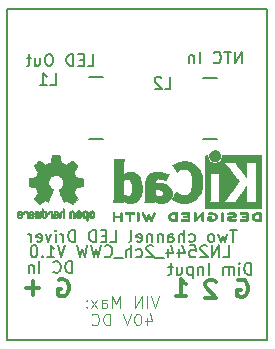
<source format=gbo>
G04 #@! TF.FileFunction,Legend,Bot*
%FSLAX46Y46*%
G04 Gerber Fmt 4.6, Leading zero omitted, Abs format (unit mm)*
G04 Created by KiCad (PCBNEW 4.0.2-stable) date 6/22/2017 3:55:45 PM*
%MOMM*%
G01*
G04 APERTURE LIST*
%ADD10C,0.100000*%
%ADD11C,0.150000*%
%ADD12C,0.300000*%
%ADD13C,0.010000*%
G04 APERTURE END LIST*
D10*
X112845657Y-124280181D02*
X112512324Y-125280181D01*
X112178990Y-124280181D01*
X111845657Y-125280181D02*
X111845657Y-124280181D01*
X111369467Y-125280181D02*
X111369467Y-124280181D01*
X110798038Y-125280181D01*
X110798038Y-124280181D01*
X109559943Y-125280181D02*
X109559943Y-124280181D01*
X109226609Y-124994467D01*
X108893276Y-124280181D01*
X108893276Y-125280181D01*
X107988514Y-125280181D02*
X107988514Y-124756371D01*
X108036133Y-124661133D01*
X108131371Y-124613514D01*
X108321848Y-124613514D01*
X108417086Y-124661133D01*
X107988514Y-125232562D02*
X108083752Y-125280181D01*
X108321848Y-125280181D01*
X108417086Y-125232562D01*
X108464705Y-125137324D01*
X108464705Y-125042086D01*
X108417086Y-124946848D01*
X108321848Y-124899229D01*
X108083752Y-124899229D01*
X107988514Y-124851610D01*
X107607562Y-125280181D02*
X107083752Y-124613514D01*
X107607562Y-124613514D02*
X107083752Y-125280181D01*
X106702800Y-125184943D02*
X106655181Y-125232562D01*
X106702800Y-125280181D01*
X106750419Y-125232562D01*
X106702800Y-125184943D01*
X106702800Y-125280181D01*
X106702800Y-124661133D02*
X106655181Y-124708752D01*
X106702800Y-124756371D01*
X106750419Y-124708752D01*
X106702800Y-124661133D01*
X106702800Y-124756371D01*
X111798038Y-126113514D02*
X111798038Y-126780181D01*
X112036134Y-125732562D02*
X112274229Y-126446848D01*
X111655181Y-126446848D01*
X111083753Y-125780181D02*
X110988514Y-125780181D01*
X110893276Y-125827800D01*
X110845657Y-125875419D01*
X110798038Y-125970657D01*
X110750419Y-126161133D01*
X110750419Y-126399229D01*
X110798038Y-126589705D01*
X110845657Y-126684943D01*
X110893276Y-126732562D01*
X110988514Y-126780181D01*
X111083753Y-126780181D01*
X111178991Y-126732562D01*
X111226610Y-126684943D01*
X111274229Y-126589705D01*
X111321848Y-126399229D01*
X111321848Y-126161133D01*
X111274229Y-125970657D01*
X111226610Y-125875419D01*
X111178991Y-125827800D01*
X111083753Y-125780181D01*
X110464705Y-125780181D02*
X110131372Y-126780181D01*
X109798038Y-125780181D01*
X108702800Y-126780181D02*
X108702800Y-125780181D01*
X108464705Y-125780181D01*
X108321847Y-125827800D01*
X108226609Y-125923038D01*
X108178990Y-126018276D01*
X108131371Y-126208752D01*
X108131371Y-126351610D01*
X108178990Y-126542086D01*
X108226609Y-126637324D01*
X108321847Y-126732562D01*
X108464705Y-126780181D01*
X108702800Y-126780181D01*
X107131371Y-126684943D02*
X107178990Y-126732562D01*
X107321847Y-126780181D01*
X107417085Y-126780181D01*
X107559943Y-126732562D01*
X107655181Y-126637324D01*
X107702800Y-126542086D01*
X107750419Y-126351610D01*
X107750419Y-126208752D01*
X107702800Y-126018276D01*
X107655181Y-125923038D01*
X107559943Y-125827800D01*
X107417085Y-125780181D01*
X107321847Y-125780181D01*
X107178990Y-125827800D01*
X107131371Y-125875419D01*
D11*
X118244152Y-121000981D02*
X118720343Y-121000981D01*
X118720343Y-120000981D01*
X117910819Y-121000981D02*
X117910819Y-120000981D01*
X117339390Y-121000981D01*
X117339390Y-120000981D01*
X116910819Y-120096219D02*
X116863200Y-120048600D01*
X116767962Y-120000981D01*
X116529866Y-120000981D01*
X116434628Y-120048600D01*
X116387009Y-120096219D01*
X116339390Y-120191457D01*
X116339390Y-120286695D01*
X116387009Y-120429552D01*
X116958438Y-121000981D01*
X116339390Y-121000981D01*
X115434628Y-120000981D02*
X115910819Y-120000981D01*
X115958438Y-120477171D01*
X115910819Y-120429552D01*
X115815581Y-120381933D01*
X115577485Y-120381933D01*
X115482247Y-120429552D01*
X115434628Y-120477171D01*
X115387009Y-120572410D01*
X115387009Y-120810505D01*
X115434628Y-120905743D01*
X115482247Y-120953362D01*
X115577485Y-121000981D01*
X115815581Y-121000981D01*
X115910819Y-120953362D01*
X115958438Y-120905743D01*
X114529866Y-120334314D02*
X114529866Y-121000981D01*
X114767962Y-119953362D02*
X115006057Y-120667648D01*
X114387009Y-120667648D01*
X113577485Y-120334314D02*
X113577485Y-121000981D01*
X113815581Y-119953362D02*
X114053676Y-120667648D01*
X113434628Y-120667648D01*
X113291771Y-121096219D02*
X112529866Y-121096219D01*
X112339390Y-120096219D02*
X112291771Y-120048600D01*
X112196533Y-120000981D01*
X111958437Y-120000981D01*
X111863199Y-120048600D01*
X111815580Y-120096219D01*
X111767961Y-120191457D01*
X111767961Y-120286695D01*
X111815580Y-120429552D01*
X112387009Y-121000981D01*
X111767961Y-121000981D01*
X110910818Y-120953362D02*
X111006056Y-121000981D01*
X111196533Y-121000981D01*
X111291771Y-120953362D01*
X111339390Y-120905743D01*
X111387009Y-120810505D01*
X111387009Y-120524790D01*
X111339390Y-120429552D01*
X111291771Y-120381933D01*
X111196533Y-120334314D01*
X111006056Y-120334314D01*
X110910818Y-120381933D01*
X110482247Y-121000981D02*
X110482247Y-120000981D01*
X110053675Y-121000981D02*
X110053675Y-120477171D01*
X110101294Y-120381933D01*
X110196532Y-120334314D01*
X110339390Y-120334314D01*
X110434628Y-120381933D01*
X110482247Y-120429552D01*
X109815580Y-121096219D02*
X109053675Y-121096219D01*
X108244151Y-120905743D02*
X108291770Y-120953362D01*
X108434627Y-121000981D01*
X108529865Y-121000981D01*
X108672723Y-120953362D01*
X108767961Y-120858124D01*
X108815580Y-120762886D01*
X108863199Y-120572410D01*
X108863199Y-120429552D01*
X108815580Y-120239076D01*
X108767961Y-120143838D01*
X108672723Y-120048600D01*
X108529865Y-120000981D01*
X108434627Y-120000981D01*
X108291770Y-120048600D01*
X108244151Y-120096219D01*
X107910818Y-120000981D02*
X107672723Y-121000981D01*
X107482246Y-120286695D01*
X107291770Y-121000981D01*
X107053675Y-120000981D01*
X106767961Y-120000981D02*
X106529866Y-121000981D01*
X106339389Y-120286695D01*
X106148913Y-121000981D01*
X105910818Y-120000981D01*
X104910818Y-120000981D02*
X104577485Y-121000981D01*
X104244151Y-120000981D01*
X103387008Y-121000981D02*
X103958437Y-121000981D01*
X103672723Y-121000981D02*
X103672723Y-120000981D01*
X103767961Y-120143838D01*
X103863199Y-120239076D01*
X103958437Y-120286695D01*
X102958437Y-120905743D02*
X102910818Y-120953362D01*
X102958437Y-121000981D01*
X103006056Y-120953362D01*
X102958437Y-120905743D01*
X102958437Y-121000981D01*
X102291771Y-120000981D02*
X102196532Y-120000981D01*
X102101294Y-120048600D01*
X102053675Y-120096219D01*
X102006056Y-120191457D01*
X101958437Y-120381933D01*
X101958437Y-120620029D01*
X102006056Y-120810505D01*
X102053675Y-120905743D01*
X102101294Y-120953362D01*
X102196532Y-121000981D01*
X102291771Y-121000981D01*
X102387009Y-120953362D01*
X102434628Y-120905743D01*
X102482247Y-120810505D01*
X102529866Y-120620029D01*
X102529866Y-120381933D01*
X102482247Y-120191457D01*
X102434628Y-120096219D01*
X102387009Y-120048600D01*
X102291771Y-120000981D01*
X119423497Y-118705581D02*
X118852068Y-118705581D01*
X119137783Y-119705581D02*
X119137783Y-118705581D01*
X118613973Y-119038914D02*
X118423497Y-119705581D01*
X118233020Y-119229390D01*
X118042544Y-119705581D01*
X117852068Y-119038914D01*
X117328259Y-119705581D02*
X117423497Y-119657962D01*
X117471116Y-119610343D01*
X117518735Y-119515105D01*
X117518735Y-119229390D01*
X117471116Y-119134152D01*
X117423497Y-119086533D01*
X117328259Y-119038914D01*
X117185401Y-119038914D01*
X117090163Y-119086533D01*
X117042544Y-119134152D01*
X116994925Y-119229390D01*
X116994925Y-119515105D01*
X117042544Y-119610343D01*
X117090163Y-119657962D01*
X117185401Y-119705581D01*
X117328259Y-119705581D01*
X115375877Y-119657962D02*
X115471115Y-119705581D01*
X115661592Y-119705581D01*
X115756830Y-119657962D01*
X115804449Y-119610343D01*
X115852068Y-119515105D01*
X115852068Y-119229390D01*
X115804449Y-119134152D01*
X115756830Y-119086533D01*
X115661592Y-119038914D01*
X115471115Y-119038914D01*
X115375877Y-119086533D01*
X114947306Y-119705581D02*
X114947306Y-118705581D01*
X114518734Y-119705581D02*
X114518734Y-119181771D01*
X114566353Y-119086533D01*
X114661591Y-119038914D01*
X114804449Y-119038914D01*
X114899687Y-119086533D01*
X114947306Y-119134152D01*
X113613972Y-119705581D02*
X113613972Y-119181771D01*
X113661591Y-119086533D01*
X113756829Y-119038914D01*
X113947306Y-119038914D01*
X114042544Y-119086533D01*
X113613972Y-119657962D02*
X113709210Y-119705581D01*
X113947306Y-119705581D01*
X114042544Y-119657962D01*
X114090163Y-119562724D01*
X114090163Y-119467486D01*
X114042544Y-119372248D01*
X113947306Y-119324629D01*
X113709210Y-119324629D01*
X113613972Y-119277010D01*
X113137782Y-119038914D02*
X113137782Y-119705581D01*
X113137782Y-119134152D02*
X113090163Y-119086533D01*
X112994925Y-119038914D01*
X112852067Y-119038914D01*
X112756829Y-119086533D01*
X112709210Y-119181771D01*
X112709210Y-119705581D01*
X112233020Y-119038914D02*
X112233020Y-119705581D01*
X112233020Y-119134152D02*
X112185401Y-119086533D01*
X112090163Y-119038914D01*
X111947305Y-119038914D01*
X111852067Y-119086533D01*
X111804448Y-119181771D01*
X111804448Y-119705581D01*
X110947305Y-119657962D02*
X111042543Y-119705581D01*
X111233020Y-119705581D01*
X111328258Y-119657962D01*
X111375877Y-119562724D01*
X111375877Y-119181771D01*
X111328258Y-119086533D01*
X111233020Y-119038914D01*
X111042543Y-119038914D01*
X110947305Y-119086533D01*
X110899686Y-119181771D01*
X110899686Y-119277010D01*
X111375877Y-119372248D01*
X110328258Y-119705581D02*
X110423496Y-119657962D01*
X110471115Y-119562724D01*
X110471115Y-118705581D01*
X108709209Y-119705581D02*
X109185400Y-119705581D01*
X109185400Y-118705581D01*
X108375876Y-119181771D02*
X108042542Y-119181771D01*
X107899685Y-119705581D02*
X108375876Y-119705581D01*
X108375876Y-118705581D01*
X107899685Y-118705581D01*
X107471114Y-119705581D02*
X107471114Y-118705581D01*
X107233019Y-118705581D01*
X107090161Y-118753200D01*
X106994923Y-118848438D01*
X106947304Y-118943676D01*
X106899685Y-119134152D01*
X106899685Y-119277010D01*
X106947304Y-119467486D01*
X106994923Y-119562724D01*
X107090161Y-119657962D01*
X107233019Y-119705581D01*
X107471114Y-119705581D01*
X105709209Y-119705581D02*
X105709209Y-118705581D01*
X105471114Y-118705581D01*
X105328256Y-118753200D01*
X105233018Y-118848438D01*
X105185399Y-118943676D01*
X105137780Y-119134152D01*
X105137780Y-119277010D01*
X105185399Y-119467486D01*
X105233018Y-119562724D01*
X105328256Y-119657962D01*
X105471114Y-119705581D01*
X105709209Y-119705581D01*
X104709209Y-119705581D02*
X104709209Y-119038914D01*
X104709209Y-119229390D02*
X104661590Y-119134152D01*
X104613971Y-119086533D01*
X104518733Y-119038914D01*
X104423494Y-119038914D01*
X104090161Y-119705581D02*
X104090161Y-119038914D01*
X104090161Y-118705581D02*
X104137780Y-118753200D01*
X104090161Y-118800819D01*
X104042542Y-118753200D01*
X104090161Y-118705581D01*
X104090161Y-118800819D01*
X103709209Y-119038914D02*
X103471114Y-119705581D01*
X103233018Y-119038914D01*
X102471113Y-119657962D02*
X102566351Y-119705581D01*
X102756828Y-119705581D01*
X102852066Y-119657962D01*
X102899685Y-119562724D01*
X102899685Y-119181771D01*
X102852066Y-119086533D01*
X102756828Y-119038914D01*
X102566351Y-119038914D01*
X102471113Y-119086533D01*
X102423494Y-119181771D01*
X102423494Y-119277010D01*
X102899685Y-119372248D01*
X101994923Y-119705581D02*
X101994923Y-119038914D01*
X101994923Y-119229390D02*
X101947304Y-119134152D01*
X101899685Y-119086533D01*
X101804447Y-119038914D01*
X101709208Y-119038914D01*
X106806914Y-104821181D02*
X107283105Y-104821181D01*
X107283105Y-103821181D01*
X106473581Y-104297371D02*
X106140247Y-104297371D01*
X105997390Y-104821181D02*
X106473581Y-104821181D01*
X106473581Y-103821181D01*
X105997390Y-103821181D01*
X105568819Y-104821181D02*
X105568819Y-103821181D01*
X105330724Y-103821181D01*
X105187866Y-103868800D01*
X105092628Y-103964038D01*
X105045009Y-104059276D01*
X104997390Y-104249752D01*
X104997390Y-104392610D01*
X105045009Y-104583086D01*
X105092628Y-104678324D01*
X105187866Y-104773562D01*
X105330724Y-104821181D01*
X105568819Y-104821181D01*
X103616438Y-103821181D02*
X103425961Y-103821181D01*
X103330723Y-103868800D01*
X103235485Y-103964038D01*
X103187866Y-104154514D01*
X103187866Y-104487848D01*
X103235485Y-104678324D01*
X103330723Y-104773562D01*
X103425961Y-104821181D01*
X103616438Y-104821181D01*
X103711676Y-104773562D01*
X103806914Y-104678324D01*
X103854533Y-104487848D01*
X103854533Y-104154514D01*
X103806914Y-103964038D01*
X103711676Y-103868800D01*
X103616438Y-103821181D01*
X102330723Y-104154514D02*
X102330723Y-104821181D01*
X102759295Y-104154514D02*
X102759295Y-104678324D01*
X102711676Y-104773562D01*
X102616438Y-104821181D01*
X102473580Y-104821181D01*
X102378342Y-104773562D01*
X102330723Y-104725943D01*
X101997390Y-104154514D02*
X101616438Y-104154514D01*
X101854533Y-103821181D02*
X101854533Y-104678324D01*
X101806914Y-104773562D01*
X101711676Y-104821181D01*
X101616438Y-104821181D01*
X119840295Y-104592581D02*
X119840295Y-103592581D01*
X119268866Y-104592581D01*
X119268866Y-103592581D01*
X118935533Y-103592581D02*
X118364104Y-103592581D01*
X118649819Y-104592581D02*
X118649819Y-103592581D01*
X117459342Y-104497343D02*
X117506961Y-104544962D01*
X117649818Y-104592581D01*
X117745056Y-104592581D01*
X117887914Y-104544962D01*
X117983152Y-104449724D01*
X118030771Y-104354486D01*
X118078390Y-104164010D01*
X118078390Y-104021152D01*
X118030771Y-103830676D01*
X117983152Y-103735438D01*
X117887914Y-103640200D01*
X117745056Y-103592581D01*
X117649818Y-103592581D01*
X117506961Y-103640200D01*
X117459342Y-103687819D01*
X116268866Y-104592581D02*
X116268866Y-103592581D01*
X115792676Y-103925914D02*
X115792676Y-104592581D01*
X115792676Y-104021152D02*
X115745057Y-103973533D01*
X115649819Y-103925914D01*
X115506961Y-103925914D01*
X115411723Y-103973533D01*
X115364104Y-104068771D01*
X115364104Y-104592581D01*
D12*
X102705028Y-123627543D02*
X101562171Y-123627543D01*
X102133600Y-124198971D02*
X102133600Y-123056114D01*
X104331543Y-122897400D02*
X104474400Y-122825971D01*
X104688686Y-122825971D01*
X104902971Y-122897400D01*
X105045829Y-123040257D01*
X105117257Y-123183114D01*
X105188686Y-123468829D01*
X105188686Y-123683114D01*
X105117257Y-123968829D01*
X105045829Y-124111686D01*
X104902971Y-124254543D01*
X104688686Y-124325971D01*
X104545829Y-124325971D01*
X104331543Y-124254543D01*
X104260114Y-124183114D01*
X104260114Y-123683114D01*
X104545829Y-123683114D01*
D11*
X105465533Y-122347181D02*
X105465533Y-121347181D01*
X105227438Y-121347181D01*
X105084580Y-121394800D01*
X104989342Y-121490038D01*
X104941723Y-121585276D01*
X104894104Y-121775752D01*
X104894104Y-121918610D01*
X104941723Y-122109086D01*
X104989342Y-122204324D01*
X105084580Y-122299562D01*
X105227438Y-122347181D01*
X105465533Y-122347181D01*
X103894104Y-122251943D02*
X103941723Y-122299562D01*
X104084580Y-122347181D01*
X104179818Y-122347181D01*
X104322676Y-122299562D01*
X104417914Y-122204324D01*
X104465533Y-122109086D01*
X104513152Y-121918610D01*
X104513152Y-121775752D01*
X104465533Y-121585276D01*
X104417914Y-121490038D01*
X104322676Y-121394800D01*
X104179818Y-121347181D01*
X104084580Y-121347181D01*
X103941723Y-121394800D01*
X103894104Y-121442419D01*
X102703628Y-122347181D02*
X102703628Y-121347181D01*
X102227438Y-121680514D02*
X102227438Y-122347181D01*
X102227438Y-121775752D02*
X102179819Y-121728133D01*
X102084581Y-121680514D01*
X101941723Y-121680514D01*
X101846485Y-121728133D01*
X101798866Y-121823371D01*
X101798866Y-122347181D01*
D12*
X119520743Y-122973600D02*
X119663600Y-122902171D01*
X119877886Y-122902171D01*
X120092171Y-122973600D01*
X120235029Y-123116457D01*
X120306457Y-123259314D01*
X120377886Y-123545029D01*
X120377886Y-123759314D01*
X120306457Y-124045029D01*
X120235029Y-124187886D01*
X120092171Y-124330743D01*
X119877886Y-124402171D01*
X119735029Y-124402171D01*
X119520743Y-124330743D01*
X119449314Y-124259314D01*
X119449314Y-123759314D01*
X119735029Y-123759314D01*
X117624371Y-123070429D02*
X117552942Y-122999000D01*
X117410085Y-122927571D01*
X117052942Y-122927571D01*
X116910085Y-122999000D01*
X116838656Y-123070429D01*
X116767228Y-123213286D01*
X116767228Y-123356143D01*
X116838656Y-123570429D01*
X117695799Y-124427571D01*
X116767228Y-124427571D01*
X114252628Y-124325971D02*
X115109771Y-124325971D01*
X114681199Y-124325971D02*
X114681199Y-122825971D01*
X114824056Y-123040257D01*
X114966914Y-123183114D01*
X115109771Y-123254543D01*
D11*
X120624371Y-122474181D02*
X120624371Y-121474181D01*
X120386276Y-121474181D01*
X120243418Y-121521800D01*
X120148180Y-121617038D01*
X120100561Y-121712276D01*
X120052942Y-121902752D01*
X120052942Y-122045610D01*
X120100561Y-122236086D01*
X120148180Y-122331324D01*
X120243418Y-122426562D01*
X120386276Y-122474181D01*
X120624371Y-122474181D01*
X119624371Y-122474181D02*
X119624371Y-121807514D01*
X119624371Y-121474181D02*
X119671990Y-121521800D01*
X119624371Y-121569419D01*
X119576752Y-121521800D01*
X119624371Y-121474181D01*
X119624371Y-121569419D01*
X119148181Y-122474181D02*
X119148181Y-121807514D01*
X119148181Y-121902752D02*
X119100562Y-121855133D01*
X119005324Y-121807514D01*
X118862466Y-121807514D01*
X118767228Y-121855133D01*
X118719609Y-121950371D01*
X118719609Y-122474181D01*
X118719609Y-121950371D02*
X118671990Y-121855133D01*
X118576752Y-121807514D01*
X118433895Y-121807514D01*
X118338657Y-121855133D01*
X118291038Y-121950371D01*
X118291038Y-122474181D01*
X117052943Y-122474181D02*
X117052943Y-121474181D01*
X116576753Y-121807514D02*
X116576753Y-122474181D01*
X116576753Y-121902752D02*
X116529134Y-121855133D01*
X116433896Y-121807514D01*
X116291038Y-121807514D01*
X116195800Y-121855133D01*
X116148181Y-121950371D01*
X116148181Y-122474181D01*
X115671991Y-121807514D02*
X115671991Y-122807514D01*
X115671991Y-121855133D02*
X115576753Y-121807514D01*
X115386276Y-121807514D01*
X115291038Y-121855133D01*
X115243419Y-121902752D01*
X115195800Y-121997990D01*
X115195800Y-122283705D01*
X115243419Y-122378943D01*
X115291038Y-122426562D01*
X115386276Y-122474181D01*
X115576753Y-122474181D01*
X115671991Y-122426562D01*
X114338657Y-121807514D02*
X114338657Y-122474181D01*
X114767229Y-121807514D02*
X114767229Y-122331324D01*
X114719610Y-122426562D01*
X114624372Y-122474181D01*
X114481514Y-122474181D01*
X114386276Y-122426562D01*
X114338657Y-122378943D01*
X114005324Y-121807514D02*
X113624372Y-121807514D01*
X113862467Y-121474181D02*
X113862467Y-122331324D01*
X113814848Y-122426562D01*
X113719610Y-122474181D01*
X113624372Y-122474181D01*
X100000000Y-128000000D02*
X100000000Y-100000000D01*
X122000000Y-128000000D02*
X100000000Y-128000000D01*
X122000000Y-100000000D02*
X122000000Y-128000000D01*
X100000000Y-100000000D02*
X122000000Y-100000000D01*
X106923800Y-105771400D02*
X108123800Y-105771400D01*
X106923800Y-110971400D02*
X108123800Y-110971400D01*
X116550400Y-105796800D02*
X117750400Y-105796800D01*
X116550400Y-110996800D02*
X117750400Y-110996800D01*
D13*
G36*
X106489656Y-117058318D02*
X106434199Y-117085968D01*
X106385252Y-117136880D01*
X106371771Y-117155738D01*
X106357086Y-117180415D01*
X106347558Y-117207216D01*
X106342107Y-117242987D01*
X106339653Y-117294569D01*
X106339114Y-117362667D01*
X106341548Y-117455988D01*
X106350006Y-117526057D01*
X106366226Y-117578331D01*
X106391946Y-117618269D01*
X106428903Y-117651329D01*
X106431618Y-117653286D01*
X106468040Y-117673308D01*
X106511898Y-117683215D01*
X106567676Y-117685657D01*
X106658352Y-117685657D01*
X106658390Y-117773683D01*
X106659234Y-117822708D01*
X106664376Y-117851465D01*
X106677813Y-117868711D01*
X106703542Y-117883208D01*
X106709721Y-117886169D01*
X106738636Y-117900048D01*
X106761024Y-117908814D01*
X106777671Y-117909571D01*
X106789364Y-117899423D01*
X106796890Y-117875473D01*
X106801034Y-117834826D01*
X106802585Y-117774586D01*
X106802329Y-117691855D01*
X106801051Y-117583739D01*
X106800652Y-117551400D01*
X106799215Y-117439924D01*
X106797928Y-117367003D01*
X106658429Y-117367003D01*
X106657645Y-117428899D01*
X106654160Y-117469397D01*
X106646276Y-117496108D01*
X106632295Y-117516644D01*
X106622803Y-117526660D01*
X106583996Y-117555967D01*
X106549637Y-117558352D01*
X106514184Y-117534150D01*
X106513286Y-117533257D01*
X106498861Y-117514553D01*
X106490087Y-117489132D01*
X106485661Y-117449984D01*
X106484282Y-117390097D01*
X106484257Y-117376830D01*
X106487588Y-117294301D01*
X106498431Y-117237091D01*
X106518060Y-117202166D01*
X106547750Y-117186494D01*
X106564909Y-117184914D01*
X106605634Y-117192326D01*
X106633568Y-117216730D01*
X106650383Y-117261380D01*
X106657750Y-117329530D01*
X106658429Y-117367003D01*
X106797928Y-117367003D01*
X106797692Y-117353645D01*
X106795723Y-117288733D01*
X106792950Y-117241358D01*
X106789012Y-117207690D01*
X106783551Y-117183898D01*
X106776208Y-117166153D01*
X106766623Y-117150624D01*
X106762513Y-117144781D01*
X106707995Y-117089585D01*
X106639064Y-117058290D01*
X106559328Y-117049565D01*
X106489656Y-117058318D01*
X106489656Y-117058318D01*
G37*
X106489656Y-117058318D02*
X106434199Y-117085968D01*
X106385252Y-117136880D01*
X106371771Y-117155738D01*
X106357086Y-117180415D01*
X106347558Y-117207216D01*
X106342107Y-117242987D01*
X106339653Y-117294569D01*
X106339114Y-117362667D01*
X106341548Y-117455988D01*
X106350006Y-117526057D01*
X106366226Y-117578331D01*
X106391946Y-117618269D01*
X106428903Y-117651329D01*
X106431618Y-117653286D01*
X106468040Y-117673308D01*
X106511898Y-117683215D01*
X106567676Y-117685657D01*
X106658352Y-117685657D01*
X106658390Y-117773683D01*
X106659234Y-117822708D01*
X106664376Y-117851465D01*
X106677813Y-117868711D01*
X106703542Y-117883208D01*
X106709721Y-117886169D01*
X106738636Y-117900048D01*
X106761024Y-117908814D01*
X106777671Y-117909571D01*
X106789364Y-117899423D01*
X106796890Y-117875473D01*
X106801034Y-117834826D01*
X106802585Y-117774586D01*
X106802329Y-117691855D01*
X106801051Y-117583739D01*
X106800652Y-117551400D01*
X106799215Y-117439924D01*
X106797928Y-117367003D01*
X106658429Y-117367003D01*
X106657645Y-117428899D01*
X106654160Y-117469397D01*
X106646276Y-117496108D01*
X106632295Y-117516644D01*
X106622803Y-117526660D01*
X106583996Y-117555967D01*
X106549637Y-117558352D01*
X106514184Y-117534150D01*
X106513286Y-117533257D01*
X106498861Y-117514553D01*
X106490087Y-117489132D01*
X106485661Y-117449984D01*
X106484282Y-117390097D01*
X106484257Y-117376830D01*
X106487588Y-117294301D01*
X106498431Y-117237091D01*
X106518060Y-117202166D01*
X106547750Y-117186494D01*
X106564909Y-117184914D01*
X106605634Y-117192326D01*
X106633568Y-117216730D01*
X106650383Y-117261380D01*
X106657750Y-117329530D01*
X106658429Y-117367003D01*
X106797928Y-117367003D01*
X106797692Y-117353645D01*
X106795723Y-117288733D01*
X106792950Y-117241358D01*
X106789012Y-117207690D01*
X106783551Y-117183898D01*
X106776208Y-117166153D01*
X106766623Y-117150624D01*
X106762513Y-117144781D01*
X106707995Y-117089585D01*
X106639064Y-117058290D01*
X106559328Y-117049565D01*
X106489656Y-117058318D01*
G36*
X105373307Y-117066180D02*
X105326728Y-117093123D01*
X105294343Y-117119866D01*
X105270658Y-117147884D01*
X105254341Y-117182148D01*
X105244061Y-117227627D01*
X105238486Y-117289292D01*
X105236284Y-117372111D01*
X105236029Y-117431646D01*
X105236029Y-117650791D01*
X105297714Y-117678444D01*
X105359400Y-117706097D01*
X105366657Y-117466070D01*
X105369656Y-117376428D01*
X105372802Y-117311362D01*
X105376699Y-117266426D01*
X105381953Y-117237170D01*
X105389169Y-117219148D01*
X105398950Y-117207911D01*
X105402088Y-117205479D01*
X105449639Y-117186483D01*
X105497703Y-117194000D01*
X105526314Y-117213943D01*
X105537953Y-117228075D01*
X105546009Y-117246620D01*
X105551129Y-117274734D01*
X105553959Y-117317573D01*
X105555144Y-117380295D01*
X105555343Y-117445661D01*
X105555382Y-117527668D01*
X105556786Y-117585716D01*
X105561486Y-117624865D01*
X105571413Y-117650180D01*
X105588497Y-117666723D01*
X105614668Y-117679556D01*
X105649625Y-117692891D01*
X105687804Y-117707407D01*
X105683259Y-117449789D01*
X105681429Y-117356919D01*
X105679288Y-117288289D01*
X105676219Y-117239111D01*
X105671606Y-117204598D01*
X105664832Y-117179962D01*
X105655281Y-117160416D01*
X105643766Y-117143170D01*
X105588210Y-117088080D01*
X105520420Y-117056222D01*
X105446687Y-117048591D01*
X105373307Y-117066180D01*
X105373307Y-117066180D01*
G37*
X105373307Y-117066180D02*
X105326728Y-117093123D01*
X105294343Y-117119866D01*
X105270658Y-117147884D01*
X105254341Y-117182148D01*
X105244061Y-117227627D01*
X105238486Y-117289292D01*
X105236284Y-117372111D01*
X105236029Y-117431646D01*
X105236029Y-117650791D01*
X105297714Y-117678444D01*
X105359400Y-117706097D01*
X105366657Y-117466070D01*
X105369656Y-117376428D01*
X105372802Y-117311362D01*
X105376699Y-117266426D01*
X105381953Y-117237170D01*
X105389169Y-117219148D01*
X105398950Y-117207911D01*
X105402088Y-117205479D01*
X105449639Y-117186483D01*
X105497703Y-117194000D01*
X105526314Y-117213943D01*
X105537953Y-117228075D01*
X105546009Y-117246620D01*
X105551129Y-117274734D01*
X105553959Y-117317573D01*
X105555144Y-117380295D01*
X105555343Y-117445661D01*
X105555382Y-117527668D01*
X105556786Y-117585716D01*
X105561486Y-117624865D01*
X105571413Y-117650180D01*
X105588497Y-117666723D01*
X105614668Y-117679556D01*
X105649625Y-117692891D01*
X105687804Y-117707407D01*
X105683259Y-117449789D01*
X105681429Y-117356919D01*
X105679288Y-117288289D01*
X105676219Y-117239111D01*
X105671606Y-117204598D01*
X105664832Y-117179962D01*
X105655281Y-117160416D01*
X105643766Y-117143170D01*
X105588210Y-117088080D01*
X105520420Y-117056222D01*
X105446687Y-117048591D01*
X105373307Y-117066180D01*
G36*
X107048285Y-117060362D02*
X106980255Y-117096133D01*
X106930049Y-117153701D01*
X106912215Y-117190712D01*
X106898337Y-117246282D01*
X106891233Y-117316496D01*
X106890560Y-117393127D01*
X106895973Y-117467952D01*
X106907130Y-117532742D01*
X106923686Y-117579273D01*
X106928774Y-117587287D01*
X106989045Y-117647107D01*
X107060631Y-117682935D01*
X107138308Y-117693420D01*
X107216852Y-117677210D01*
X107238711Y-117667492D01*
X107281278Y-117637543D01*
X107318637Y-117597833D01*
X107322168Y-117592797D01*
X107336519Y-117568524D01*
X107346006Y-117542578D01*
X107351610Y-117508422D01*
X107354314Y-117459519D01*
X107355101Y-117389335D01*
X107355114Y-117373600D01*
X107355078Y-117368592D01*
X107209971Y-117368592D01*
X107209127Y-117434830D01*
X107205804Y-117478786D01*
X107198817Y-117507179D01*
X107186984Y-117526725D01*
X107180943Y-117533257D01*
X107146214Y-117558080D01*
X107112497Y-117556948D01*
X107078405Y-117535416D01*
X107058071Y-117512429D01*
X107046029Y-117478878D01*
X107039266Y-117425969D01*
X107038802Y-117419799D01*
X107037648Y-117323913D01*
X107049712Y-117252699D01*
X107074830Y-117206594D01*
X107112840Y-117186035D01*
X107126408Y-117184914D01*
X107162036Y-117190552D01*
X107186406Y-117210086D01*
X107201307Y-117247442D01*
X107208525Y-117306550D01*
X107209971Y-117368592D01*
X107355078Y-117368592D01*
X107354574Y-117298813D01*
X107352304Y-117246559D01*
X107347332Y-117210349D01*
X107338687Y-117183699D01*
X107325395Y-117160122D01*
X107322457Y-117155738D01*
X107273087Y-117096649D01*
X107219291Y-117062347D01*
X107153798Y-117048731D01*
X107131558Y-117048065D01*
X107048285Y-117060362D01*
X107048285Y-117060362D01*
G37*
X107048285Y-117060362D02*
X106980255Y-117096133D01*
X106930049Y-117153701D01*
X106912215Y-117190712D01*
X106898337Y-117246282D01*
X106891233Y-117316496D01*
X106890560Y-117393127D01*
X106895973Y-117467952D01*
X106907130Y-117532742D01*
X106923686Y-117579273D01*
X106928774Y-117587287D01*
X106989045Y-117647107D01*
X107060631Y-117682935D01*
X107138308Y-117693420D01*
X107216852Y-117677210D01*
X107238711Y-117667492D01*
X107281278Y-117637543D01*
X107318637Y-117597833D01*
X107322168Y-117592797D01*
X107336519Y-117568524D01*
X107346006Y-117542578D01*
X107351610Y-117508422D01*
X107354314Y-117459519D01*
X107355101Y-117389335D01*
X107355114Y-117373600D01*
X107355078Y-117368592D01*
X107209971Y-117368592D01*
X107209127Y-117434830D01*
X107205804Y-117478786D01*
X107198817Y-117507179D01*
X107186984Y-117526725D01*
X107180943Y-117533257D01*
X107146214Y-117558080D01*
X107112497Y-117556948D01*
X107078405Y-117535416D01*
X107058071Y-117512429D01*
X107046029Y-117478878D01*
X107039266Y-117425969D01*
X107038802Y-117419799D01*
X107037648Y-117323913D01*
X107049712Y-117252699D01*
X107074830Y-117206594D01*
X107112840Y-117186035D01*
X107126408Y-117184914D01*
X107162036Y-117190552D01*
X107186406Y-117210086D01*
X107201307Y-117247442D01*
X107208525Y-117306550D01*
X107209971Y-117368592D01*
X107355078Y-117368592D01*
X107354574Y-117298813D01*
X107352304Y-117246559D01*
X107347332Y-117210349D01*
X107338687Y-117183699D01*
X107325395Y-117160122D01*
X107322457Y-117155738D01*
X107273087Y-117096649D01*
X107219291Y-117062347D01*
X107153798Y-117048731D01*
X107131558Y-117048065D01*
X107048285Y-117060362D01*
G36*
X105921097Y-117069639D02*
X105863873Y-117108135D01*
X105819651Y-117163735D01*
X105793233Y-117234486D01*
X105787890Y-117286562D01*
X105788497Y-117308293D01*
X105793578Y-117324931D01*
X105807545Y-117339837D01*
X105834811Y-117356373D01*
X105879788Y-117377898D01*
X105946889Y-117407774D01*
X105947229Y-117407924D01*
X106008993Y-117436213D01*
X106059641Y-117461333D01*
X106093996Y-117480579D01*
X106106882Y-117491248D01*
X106106886Y-117491334D01*
X106095528Y-117514566D01*
X106068969Y-117540174D01*
X106038477Y-117558621D01*
X106023030Y-117562286D01*
X105980885Y-117549612D01*
X105944592Y-117517871D01*
X105926883Y-117482972D01*
X105909848Y-117457245D01*
X105876478Y-117427946D01*
X105837251Y-117402635D01*
X105802644Y-117388871D01*
X105795407Y-117388114D01*
X105787261Y-117400560D01*
X105786770Y-117432372D01*
X105792757Y-117475266D01*
X105804043Y-117520958D01*
X105819450Y-117561161D01*
X105820229Y-117562722D01*
X105866596Y-117627462D01*
X105926689Y-117671497D01*
X105994935Y-117693111D01*
X106065762Y-117690585D01*
X106133596Y-117662204D01*
X106136612Y-117660208D01*
X106189973Y-117611848D01*
X106225060Y-117548752D01*
X106244478Y-117465787D01*
X106247084Y-117442478D01*
X106251699Y-117332455D01*
X106246167Y-117281148D01*
X106106886Y-117281148D01*
X106105076Y-117313153D01*
X106095178Y-117322493D01*
X106070502Y-117315505D01*
X106031605Y-117298987D01*
X105988125Y-117278281D01*
X105987044Y-117277733D01*
X105950191Y-117258349D01*
X105935400Y-117245413D01*
X105939047Y-117231851D01*
X105954405Y-117214032D01*
X105993477Y-117188245D01*
X106035554Y-117186350D01*
X106073297Y-117205117D01*
X106099366Y-117241315D01*
X106106886Y-117281148D01*
X106246167Y-117281148D01*
X106242206Y-117244427D01*
X106217850Y-117174612D01*
X106183944Y-117125702D01*
X106122747Y-117076278D01*
X106055337Y-117051759D01*
X105986520Y-117050197D01*
X105921097Y-117069639D01*
X105921097Y-117069639D01*
G37*
X105921097Y-117069639D02*
X105863873Y-117108135D01*
X105819651Y-117163735D01*
X105793233Y-117234486D01*
X105787890Y-117286562D01*
X105788497Y-117308293D01*
X105793578Y-117324931D01*
X105807545Y-117339837D01*
X105834811Y-117356373D01*
X105879788Y-117377898D01*
X105946889Y-117407774D01*
X105947229Y-117407924D01*
X106008993Y-117436213D01*
X106059641Y-117461333D01*
X106093996Y-117480579D01*
X106106882Y-117491248D01*
X106106886Y-117491334D01*
X106095528Y-117514566D01*
X106068969Y-117540174D01*
X106038477Y-117558621D01*
X106023030Y-117562286D01*
X105980885Y-117549612D01*
X105944592Y-117517871D01*
X105926883Y-117482972D01*
X105909848Y-117457245D01*
X105876478Y-117427946D01*
X105837251Y-117402635D01*
X105802644Y-117388871D01*
X105795407Y-117388114D01*
X105787261Y-117400560D01*
X105786770Y-117432372D01*
X105792757Y-117475266D01*
X105804043Y-117520958D01*
X105819450Y-117561161D01*
X105820229Y-117562722D01*
X105866596Y-117627462D01*
X105926689Y-117671497D01*
X105994935Y-117693111D01*
X106065762Y-117690585D01*
X106133596Y-117662204D01*
X106136612Y-117660208D01*
X106189973Y-117611848D01*
X106225060Y-117548752D01*
X106244478Y-117465787D01*
X106247084Y-117442478D01*
X106251699Y-117332455D01*
X106246167Y-117281148D01*
X106106886Y-117281148D01*
X106105076Y-117313153D01*
X106095178Y-117322493D01*
X106070502Y-117315505D01*
X106031605Y-117298987D01*
X105988125Y-117278281D01*
X105987044Y-117277733D01*
X105950191Y-117258349D01*
X105935400Y-117245413D01*
X105939047Y-117231851D01*
X105954405Y-117214032D01*
X105993477Y-117188245D01*
X106035554Y-117186350D01*
X106073297Y-117205117D01*
X106099366Y-117241315D01*
X106106886Y-117281148D01*
X106246167Y-117281148D01*
X106242206Y-117244427D01*
X106217850Y-117174612D01*
X106183944Y-117125702D01*
X106122747Y-117076278D01*
X106055337Y-117051759D01*
X105986520Y-117050197D01*
X105921097Y-117069639D01*
G36*
X104713514Y-116989689D02*
X104709261Y-117049013D01*
X104704375Y-117083972D01*
X104697605Y-117099220D01*
X104687698Y-117099415D01*
X104684486Y-117097595D01*
X104641756Y-117084415D01*
X104586173Y-117085185D01*
X104529663Y-117098733D01*
X104494318Y-117116261D01*
X104458079Y-117144261D01*
X104431587Y-117175949D01*
X104413401Y-117216213D01*
X104402078Y-117269943D01*
X104396178Y-117342026D01*
X104394257Y-117437351D01*
X104394223Y-117455637D01*
X104394200Y-117661046D01*
X104439909Y-117676980D01*
X104472373Y-117687820D01*
X104490185Y-117692868D01*
X104490709Y-117692914D01*
X104492463Y-117679228D01*
X104493956Y-117641476D01*
X104495074Y-117584624D01*
X104495703Y-117513634D01*
X104495800Y-117470473D01*
X104496002Y-117385373D01*
X104497042Y-117324381D01*
X104499569Y-117282577D01*
X104504236Y-117255042D01*
X104511693Y-117236856D01*
X104522589Y-117223098D01*
X104529393Y-117216473D01*
X104576128Y-117189775D01*
X104627128Y-117187775D01*
X104673399Y-117210355D01*
X104681956Y-117218507D01*
X104694507Y-117233836D01*
X104703212Y-117252018D01*
X104708769Y-117278309D01*
X104711874Y-117317962D01*
X104713224Y-117376232D01*
X104713514Y-117456573D01*
X104713514Y-117661046D01*
X104759223Y-117676980D01*
X104791687Y-117687820D01*
X104809499Y-117692868D01*
X104810023Y-117692914D01*
X104811363Y-117679023D01*
X104812572Y-117639839D01*
X104813599Y-117579100D01*
X104814398Y-117500541D01*
X104814919Y-117407898D01*
X104815114Y-117304909D01*
X104815114Y-116907742D01*
X104767943Y-116887844D01*
X104720771Y-116867947D01*
X104713514Y-116989689D01*
X104713514Y-116989689D01*
G37*
X104713514Y-116989689D02*
X104709261Y-117049013D01*
X104704375Y-117083972D01*
X104697605Y-117099220D01*
X104687698Y-117099415D01*
X104684486Y-117097595D01*
X104641756Y-117084415D01*
X104586173Y-117085185D01*
X104529663Y-117098733D01*
X104494318Y-117116261D01*
X104458079Y-117144261D01*
X104431587Y-117175949D01*
X104413401Y-117216213D01*
X104402078Y-117269943D01*
X104396178Y-117342026D01*
X104394257Y-117437351D01*
X104394223Y-117455637D01*
X104394200Y-117661046D01*
X104439909Y-117676980D01*
X104472373Y-117687820D01*
X104490185Y-117692868D01*
X104490709Y-117692914D01*
X104492463Y-117679228D01*
X104493956Y-117641476D01*
X104495074Y-117584624D01*
X104495703Y-117513634D01*
X104495800Y-117470473D01*
X104496002Y-117385373D01*
X104497042Y-117324381D01*
X104499569Y-117282577D01*
X104504236Y-117255042D01*
X104511693Y-117236856D01*
X104522589Y-117223098D01*
X104529393Y-117216473D01*
X104576128Y-117189775D01*
X104627128Y-117187775D01*
X104673399Y-117210355D01*
X104681956Y-117218507D01*
X104694507Y-117233836D01*
X104703212Y-117252018D01*
X104708769Y-117278309D01*
X104711874Y-117317962D01*
X104713224Y-117376232D01*
X104713514Y-117456573D01*
X104713514Y-117661046D01*
X104759223Y-117676980D01*
X104791687Y-117687820D01*
X104809499Y-117692868D01*
X104810023Y-117692914D01*
X104811363Y-117679023D01*
X104812572Y-117639839D01*
X104813599Y-117579100D01*
X104814398Y-117500541D01*
X104814919Y-117407898D01*
X104815114Y-117304909D01*
X104815114Y-116907742D01*
X104767943Y-116887844D01*
X104720771Y-116867947D01*
X104713514Y-116989689D01*
G36*
X104049656Y-117089368D02*
X103992784Y-117110487D01*
X103992133Y-117110893D01*
X103956960Y-117136780D01*
X103930993Y-117167033D01*
X103912730Y-117206458D01*
X103900668Y-117259862D01*
X103893304Y-117332051D01*
X103889136Y-117427832D01*
X103888771Y-117441478D01*
X103883524Y-117647242D01*
X103927684Y-117670078D01*
X103959637Y-117685510D01*
X103978930Y-117692823D01*
X103979822Y-117692914D01*
X103983161Y-117679422D01*
X103985813Y-117643026D01*
X103987444Y-117589852D01*
X103987800Y-117546793D01*
X103987808Y-117477041D01*
X103990997Y-117433237D01*
X104002112Y-117412344D01*
X104025899Y-117411325D01*
X104067104Y-117427141D01*
X104129314Y-117456215D01*
X104175059Y-117480363D01*
X104198587Y-117501313D01*
X104205504Y-117524147D01*
X104205514Y-117525277D01*
X104194101Y-117564612D01*
X104160308Y-117585862D01*
X104108591Y-117588939D01*
X104071339Y-117588406D01*
X104051697Y-117599135D01*
X104039448Y-117624905D01*
X104032398Y-117657737D01*
X104042558Y-117676366D01*
X104046383Y-117679032D01*
X104082399Y-117689740D01*
X104132834Y-117691256D01*
X104184774Y-117684159D01*
X104221578Y-117671188D01*
X104272462Y-117627985D01*
X104301386Y-117567846D01*
X104307114Y-117520862D01*
X104302743Y-117478482D01*
X104286925Y-117443888D01*
X104255603Y-117413163D01*
X104204722Y-117382390D01*
X104130224Y-117347652D01*
X104125686Y-117345688D01*
X104058579Y-117314687D01*
X104017168Y-117289262D01*
X103999419Y-117266414D01*
X104003293Y-117243145D01*
X104026757Y-117216456D01*
X104033773Y-117210314D01*
X104080770Y-117186500D01*
X104129467Y-117187503D01*
X104171878Y-117210851D01*
X104200016Y-117254075D01*
X104202631Y-117262560D01*
X104228092Y-117303708D01*
X104260399Y-117323528D01*
X104307114Y-117343170D01*
X104307114Y-117292350D01*
X104292904Y-117218482D01*
X104250725Y-117150727D01*
X104228776Y-117128061D01*
X104178883Y-117098969D01*
X104115433Y-117085800D01*
X104049656Y-117089368D01*
X104049656Y-117089368D01*
G37*
X104049656Y-117089368D02*
X103992784Y-117110487D01*
X103992133Y-117110893D01*
X103956960Y-117136780D01*
X103930993Y-117167033D01*
X103912730Y-117206458D01*
X103900668Y-117259862D01*
X103893304Y-117332051D01*
X103889136Y-117427832D01*
X103888771Y-117441478D01*
X103883524Y-117647242D01*
X103927684Y-117670078D01*
X103959637Y-117685510D01*
X103978930Y-117692823D01*
X103979822Y-117692914D01*
X103983161Y-117679422D01*
X103985813Y-117643026D01*
X103987444Y-117589852D01*
X103987800Y-117546793D01*
X103987808Y-117477041D01*
X103990997Y-117433237D01*
X104002112Y-117412344D01*
X104025899Y-117411325D01*
X104067104Y-117427141D01*
X104129314Y-117456215D01*
X104175059Y-117480363D01*
X104198587Y-117501313D01*
X104205504Y-117524147D01*
X104205514Y-117525277D01*
X104194101Y-117564612D01*
X104160308Y-117585862D01*
X104108591Y-117588939D01*
X104071339Y-117588406D01*
X104051697Y-117599135D01*
X104039448Y-117624905D01*
X104032398Y-117657737D01*
X104042558Y-117676366D01*
X104046383Y-117679032D01*
X104082399Y-117689740D01*
X104132834Y-117691256D01*
X104184774Y-117684159D01*
X104221578Y-117671188D01*
X104272462Y-117627985D01*
X104301386Y-117567846D01*
X104307114Y-117520862D01*
X104302743Y-117478482D01*
X104286925Y-117443888D01*
X104255603Y-117413163D01*
X104204722Y-117382390D01*
X104130224Y-117347652D01*
X104125686Y-117345688D01*
X104058579Y-117314687D01*
X104017168Y-117289262D01*
X103999419Y-117266414D01*
X104003293Y-117243145D01*
X104026757Y-117216456D01*
X104033773Y-117210314D01*
X104080770Y-117186500D01*
X104129467Y-117187503D01*
X104171878Y-117210851D01*
X104200016Y-117254075D01*
X104202631Y-117262560D01*
X104228092Y-117303708D01*
X104260399Y-117323528D01*
X104307114Y-117343170D01*
X104307114Y-117292350D01*
X104292904Y-117218482D01*
X104250725Y-117150727D01*
X104228776Y-117128061D01*
X104178883Y-117098969D01*
X104115433Y-117085800D01*
X104049656Y-117089368D01*
G36*
X103559474Y-117088155D02*
X103493542Y-117112484D01*
X103440127Y-117155517D01*
X103419236Y-117185809D01*
X103396461Y-117241394D01*
X103396934Y-117281586D01*
X103420838Y-117308617D01*
X103429683Y-117313213D01*
X103467870Y-117327544D01*
X103487372Y-117323872D01*
X103493978Y-117299807D01*
X103494314Y-117286514D01*
X103506408Y-117237610D01*
X103537929Y-117203399D01*
X103581741Y-117186876D01*
X103630705Y-117191034D01*
X103670506Y-117212627D01*
X103683950Y-117224944D01*
X103693479Y-117239887D01*
X103699915Y-117262475D01*
X103704083Y-117297728D01*
X103706803Y-117350666D01*
X103708898Y-117426307D01*
X103709440Y-117450257D01*
X103711419Y-117532190D01*
X103713669Y-117589855D01*
X103717043Y-117628008D01*
X103722394Y-117651404D01*
X103730576Y-117664798D01*
X103742441Y-117672945D01*
X103750038Y-117676544D01*
X103782298Y-117688852D01*
X103801289Y-117692914D01*
X103807564Y-117679348D01*
X103811394Y-117638334D01*
X103812800Y-117569399D01*
X103811802Y-117472069D01*
X103811492Y-117457057D01*
X103809299Y-117368259D01*
X103806707Y-117303419D01*
X103803018Y-117257467D01*
X103797536Y-117225335D01*
X103789565Y-117201953D01*
X103778407Y-117182252D01*
X103772570Y-117173810D01*
X103739104Y-117136457D01*
X103701673Y-117107403D01*
X103697091Y-117104867D01*
X103629974Y-117084843D01*
X103559474Y-117088155D01*
X103559474Y-117088155D01*
G37*
X103559474Y-117088155D02*
X103493542Y-117112484D01*
X103440127Y-117155517D01*
X103419236Y-117185809D01*
X103396461Y-117241394D01*
X103396934Y-117281586D01*
X103420838Y-117308617D01*
X103429683Y-117313213D01*
X103467870Y-117327544D01*
X103487372Y-117323872D01*
X103493978Y-117299807D01*
X103494314Y-117286514D01*
X103506408Y-117237610D01*
X103537929Y-117203399D01*
X103581741Y-117186876D01*
X103630705Y-117191034D01*
X103670506Y-117212627D01*
X103683950Y-117224944D01*
X103693479Y-117239887D01*
X103699915Y-117262475D01*
X103704083Y-117297728D01*
X103706803Y-117350666D01*
X103708898Y-117426307D01*
X103709440Y-117450257D01*
X103711419Y-117532190D01*
X103713669Y-117589855D01*
X103717043Y-117628008D01*
X103722394Y-117651404D01*
X103730576Y-117664798D01*
X103742441Y-117672945D01*
X103750038Y-117676544D01*
X103782298Y-117688852D01*
X103801289Y-117692914D01*
X103807564Y-117679348D01*
X103811394Y-117638334D01*
X103812800Y-117569399D01*
X103811802Y-117472069D01*
X103811492Y-117457057D01*
X103809299Y-117368259D01*
X103806707Y-117303419D01*
X103803018Y-117257467D01*
X103797536Y-117225335D01*
X103789565Y-117201953D01*
X103778407Y-117182252D01*
X103772570Y-117173810D01*
X103739104Y-117136457D01*
X103701673Y-117107403D01*
X103697091Y-117104867D01*
X103629974Y-117084843D01*
X103559474Y-117088155D01*
G36*
X102899283Y-117203758D02*
X102899467Y-117312237D01*
X102900181Y-117395687D01*
X102901725Y-117458104D01*
X102904399Y-117503485D01*
X102908506Y-117535829D01*
X102914345Y-117559133D01*
X102922218Y-117577395D01*
X102928179Y-117587818D01*
X102977545Y-117644345D01*
X103040136Y-117679777D01*
X103109387Y-117692490D01*
X103178732Y-117680863D01*
X103220025Y-117659968D01*
X103263375Y-117623822D01*
X103292919Y-117579676D01*
X103310745Y-117521862D01*
X103318937Y-117444713D01*
X103320098Y-117388114D01*
X103319942Y-117384047D01*
X103218543Y-117384047D01*
X103217924Y-117448950D01*
X103215086Y-117491914D01*
X103208560Y-117520022D01*
X103196877Y-117540353D01*
X103182917Y-117555688D01*
X103136035Y-117585290D01*
X103085699Y-117587819D01*
X103038124Y-117563105D01*
X103034421Y-117559756D01*
X103018617Y-117542335D01*
X103008707Y-117521609D01*
X103003342Y-117490762D01*
X103001172Y-117442977D01*
X103000829Y-117390148D01*
X103001573Y-117323781D01*
X103004652Y-117279506D01*
X103011339Y-117250409D01*
X103022904Y-117229573D01*
X103032387Y-117218507D01*
X103076440Y-117190598D01*
X103127176Y-117187243D01*
X103175604Y-117208559D01*
X103184950Y-117216473D01*
X103200860Y-117234047D01*
X103210790Y-117254987D01*
X103216122Y-117286182D01*
X103218237Y-117334522D01*
X103218543Y-117384047D01*
X103319942Y-117384047D01*
X103316590Y-117296968D01*
X103304674Y-117228486D01*
X103282265Y-117177000D01*
X103247276Y-117136843D01*
X103220025Y-117116261D01*
X103170493Y-117094025D01*
X103113084Y-117083704D01*
X103059718Y-117086467D01*
X103029857Y-117097612D01*
X103018139Y-117100783D01*
X103010363Y-117088957D01*
X103004935Y-117057266D01*
X103000829Y-117008993D01*
X102996333Y-116955229D01*
X102990087Y-116922882D01*
X102978724Y-116904385D01*
X102958872Y-116892170D01*
X102946400Y-116886762D01*
X102899229Y-116867001D01*
X102899283Y-117203758D01*
X102899283Y-117203758D01*
G37*
X102899283Y-117203758D02*
X102899467Y-117312237D01*
X102900181Y-117395687D01*
X102901725Y-117458104D01*
X102904399Y-117503485D01*
X102908506Y-117535829D01*
X102914345Y-117559133D01*
X102922218Y-117577395D01*
X102928179Y-117587818D01*
X102977545Y-117644345D01*
X103040136Y-117679777D01*
X103109387Y-117692490D01*
X103178732Y-117680863D01*
X103220025Y-117659968D01*
X103263375Y-117623822D01*
X103292919Y-117579676D01*
X103310745Y-117521862D01*
X103318937Y-117444713D01*
X103320098Y-117388114D01*
X103319942Y-117384047D01*
X103218543Y-117384047D01*
X103217924Y-117448950D01*
X103215086Y-117491914D01*
X103208560Y-117520022D01*
X103196877Y-117540353D01*
X103182917Y-117555688D01*
X103136035Y-117585290D01*
X103085699Y-117587819D01*
X103038124Y-117563105D01*
X103034421Y-117559756D01*
X103018617Y-117542335D01*
X103008707Y-117521609D01*
X103003342Y-117490762D01*
X103001172Y-117442977D01*
X103000829Y-117390148D01*
X103001573Y-117323781D01*
X103004652Y-117279506D01*
X103011339Y-117250409D01*
X103022904Y-117229573D01*
X103032387Y-117218507D01*
X103076440Y-117190598D01*
X103127176Y-117187243D01*
X103175604Y-117208559D01*
X103184950Y-117216473D01*
X103200860Y-117234047D01*
X103210790Y-117254987D01*
X103216122Y-117286182D01*
X103218237Y-117334522D01*
X103218543Y-117384047D01*
X103319942Y-117384047D01*
X103316590Y-117296968D01*
X103304674Y-117228486D01*
X103282265Y-117177000D01*
X103247276Y-117136843D01*
X103220025Y-117116261D01*
X103170493Y-117094025D01*
X103113084Y-117083704D01*
X103059718Y-117086467D01*
X103029857Y-117097612D01*
X103018139Y-117100783D01*
X103010363Y-117088957D01*
X103004935Y-117057266D01*
X103000829Y-117008993D01*
X102996333Y-116955229D01*
X102990087Y-116922882D01*
X102978724Y-116904385D01*
X102958872Y-116892170D01*
X102946400Y-116886762D01*
X102899229Y-116867001D01*
X102899283Y-117203758D01*
G36*
X102309567Y-117097063D02*
X102307352Y-117135250D01*
X102305616Y-117193286D01*
X102304501Y-117266580D01*
X102304143Y-117343455D01*
X102304143Y-117603596D01*
X102350074Y-117649527D01*
X102381725Y-117677829D01*
X102409510Y-117689293D01*
X102447485Y-117688568D01*
X102462560Y-117686721D01*
X102509674Y-117681348D01*
X102548644Y-117678269D01*
X102558143Y-117677985D01*
X102590167Y-117679845D01*
X102635968Y-117684514D01*
X102653726Y-117686721D01*
X102697343Y-117690135D01*
X102726655Y-117682720D01*
X102755720Y-117659827D01*
X102766212Y-117649527D01*
X102812143Y-117603596D01*
X102812143Y-117117002D01*
X102775174Y-117100158D01*
X102743341Y-117087682D01*
X102724717Y-117083314D01*
X102719942Y-117097118D01*
X102715479Y-117135686D01*
X102711625Y-117194756D01*
X102708678Y-117270063D01*
X102707257Y-117333686D01*
X102703286Y-117584057D01*
X102668641Y-117588956D01*
X102637132Y-117585531D01*
X102621692Y-117574441D01*
X102617377Y-117553708D01*
X102613692Y-117509545D01*
X102610931Y-117447546D01*
X102609388Y-117373309D01*
X102609165Y-117335106D01*
X102608943Y-117115183D01*
X102563234Y-117099249D01*
X102530882Y-117088415D01*
X102513285Y-117083362D01*
X102512777Y-117083314D01*
X102511012Y-117097048D01*
X102509071Y-117135130D01*
X102507118Y-117192882D01*
X102505316Y-117265627D01*
X102504057Y-117333686D01*
X102500086Y-117584057D01*
X102413000Y-117584057D01*
X102409004Y-117355640D01*
X102405008Y-117127222D01*
X102362553Y-117105268D01*
X102331208Y-117090193D01*
X102312656Y-117083351D01*
X102312121Y-117083314D01*
X102309567Y-117097063D01*
X102309567Y-117097063D01*
G37*
X102309567Y-117097063D02*
X102307352Y-117135250D01*
X102305616Y-117193286D01*
X102304501Y-117266580D01*
X102304143Y-117343455D01*
X102304143Y-117603596D01*
X102350074Y-117649527D01*
X102381725Y-117677829D01*
X102409510Y-117689293D01*
X102447485Y-117688568D01*
X102462560Y-117686721D01*
X102509674Y-117681348D01*
X102548644Y-117678269D01*
X102558143Y-117677985D01*
X102590167Y-117679845D01*
X102635968Y-117684514D01*
X102653726Y-117686721D01*
X102697343Y-117690135D01*
X102726655Y-117682720D01*
X102755720Y-117659827D01*
X102766212Y-117649527D01*
X102812143Y-117603596D01*
X102812143Y-117117002D01*
X102775174Y-117100158D01*
X102743341Y-117087682D01*
X102724717Y-117083314D01*
X102719942Y-117097118D01*
X102715479Y-117135686D01*
X102711625Y-117194756D01*
X102708678Y-117270063D01*
X102707257Y-117333686D01*
X102703286Y-117584057D01*
X102668641Y-117588956D01*
X102637132Y-117585531D01*
X102621692Y-117574441D01*
X102617377Y-117553708D01*
X102613692Y-117509545D01*
X102610931Y-117447546D01*
X102609388Y-117373309D01*
X102609165Y-117335106D01*
X102608943Y-117115183D01*
X102563234Y-117099249D01*
X102530882Y-117088415D01*
X102513285Y-117083362D01*
X102512777Y-117083314D01*
X102511012Y-117097048D01*
X102509071Y-117135130D01*
X102507118Y-117192882D01*
X102505316Y-117265627D01*
X102504057Y-117333686D01*
X102500086Y-117584057D01*
X102413000Y-117584057D01*
X102409004Y-117355640D01*
X102405008Y-117127222D01*
X102362553Y-117105268D01*
X102331208Y-117090193D01*
X102312656Y-117083351D01*
X102312121Y-117083314D01*
X102309567Y-117097063D01*
G36*
X101944524Y-117094735D02*
X101902733Y-117113744D01*
X101869931Y-117136778D01*
X101845897Y-117162533D01*
X101829303Y-117195758D01*
X101818823Y-117241200D01*
X101813129Y-117303607D01*
X101810893Y-117387727D01*
X101810657Y-117443121D01*
X101810657Y-117659226D01*
X101847626Y-117676070D01*
X101876744Y-117688381D01*
X101891169Y-117692914D01*
X101893928Y-117679425D01*
X101896118Y-117643053D01*
X101897458Y-117589942D01*
X101897743Y-117547772D01*
X101898966Y-117486847D01*
X101902264Y-117438515D01*
X101907079Y-117408918D01*
X101910904Y-117402629D01*
X101936617Y-117409052D01*
X101976982Y-117425525D01*
X102023721Y-117447858D01*
X102068555Y-117471857D01*
X102103207Y-117493330D01*
X102119398Y-117508085D01*
X102119462Y-117508245D01*
X102118070Y-117535552D01*
X102105582Y-117561619D01*
X102083657Y-117582792D01*
X102051657Y-117589874D01*
X102024308Y-117589049D01*
X101985574Y-117588442D01*
X101965242Y-117597516D01*
X101953031Y-117621492D01*
X101951491Y-117626013D01*
X101946197Y-117660206D01*
X101960353Y-117680968D01*
X101997252Y-117690862D01*
X102037111Y-117692692D01*
X102108838Y-117679127D01*
X102145968Y-117659755D01*
X102191824Y-117614245D01*
X102216144Y-117558383D01*
X102218327Y-117499357D01*
X102197771Y-117444353D01*
X102166851Y-117409886D01*
X102135980Y-117390589D01*
X102087458Y-117366159D01*
X102030915Y-117341385D01*
X102021490Y-117337599D01*
X101959381Y-117310191D01*
X101923578Y-117286034D01*
X101912063Y-117262019D01*
X101922820Y-117235035D01*
X101941286Y-117213943D01*
X101984931Y-117187972D01*
X102032954Y-117186024D01*
X102076994Y-117206037D01*
X102108691Y-117245951D01*
X102112851Y-117256248D01*
X102137073Y-117294124D01*
X102172435Y-117322242D01*
X102217057Y-117345317D01*
X102217057Y-117279885D01*
X102214431Y-117239906D01*
X102203170Y-117208397D01*
X102178201Y-117174778D01*
X102154231Y-117148884D01*
X102116959Y-117112217D01*
X102087999Y-117092521D01*
X102056895Y-117084620D01*
X102021687Y-117083314D01*
X101944524Y-117094735D01*
X101944524Y-117094735D01*
G37*
X101944524Y-117094735D02*
X101902733Y-117113744D01*
X101869931Y-117136778D01*
X101845897Y-117162533D01*
X101829303Y-117195758D01*
X101818823Y-117241200D01*
X101813129Y-117303607D01*
X101810893Y-117387727D01*
X101810657Y-117443121D01*
X101810657Y-117659226D01*
X101847626Y-117676070D01*
X101876744Y-117688381D01*
X101891169Y-117692914D01*
X101893928Y-117679425D01*
X101896118Y-117643053D01*
X101897458Y-117589942D01*
X101897743Y-117547772D01*
X101898966Y-117486847D01*
X101902264Y-117438515D01*
X101907079Y-117408918D01*
X101910904Y-117402629D01*
X101936617Y-117409052D01*
X101976982Y-117425525D01*
X102023721Y-117447858D01*
X102068555Y-117471857D01*
X102103207Y-117493330D01*
X102119398Y-117508085D01*
X102119462Y-117508245D01*
X102118070Y-117535552D01*
X102105582Y-117561619D01*
X102083657Y-117582792D01*
X102051657Y-117589874D01*
X102024308Y-117589049D01*
X101985574Y-117588442D01*
X101965242Y-117597516D01*
X101953031Y-117621492D01*
X101951491Y-117626013D01*
X101946197Y-117660206D01*
X101960353Y-117680968D01*
X101997252Y-117690862D01*
X102037111Y-117692692D01*
X102108838Y-117679127D01*
X102145968Y-117659755D01*
X102191824Y-117614245D01*
X102216144Y-117558383D01*
X102218327Y-117499357D01*
X102197771Y-117444353D01*
X102166851Y-117409886D01*
X102135980Y-117390589D01*
X102087458Y-117366159D01*
X102030915Y-117341385D01*
X102021490Y-117337599D01*
X101959381Y-117310191D01*
X101923578Y-117286034D01*
X101912063Y-117262019D01*
X101922820Y-117235035D01*
X101941286Y-117213943D01*
X101984931Y-117187972D01*
X102032954Y-117186024D01*
X102076994Y-117206037D01*
X102108691Y-117245951D01*
X102112851Y-117256248D01*
X102137073Y-117294124D01*
X102172435Y-117322242D01*
X102217057Y-117345317D01*
X102217057Y-117279885D01*
X102214431Y-117239906D01*
X102203170Y-117208397D01*
X102178201Y-117174778D01*
X102154231Y-117148884D01*
X102116959Y-117112217D01*
X102087999Y-117092521D01*
X102056895Y-117084620D01*
X102021687Y-117083314D01*
X101944524Y-117094735D01*
G36*
X101436800Y-117097152D02*
X101419452Y-117104734D01*
X101378044Y-117137528D01*
X101342635Y-117184947D01*
X101320736Y-117235551D01*
X101317171Y-117260498D01*
X101329121Y-117295327D01*
X101355333Y-117313757D01*
X101383436Y-117324916D01*
X101396305Y-117326972D01*
X101402571Y-117312049D01*
X101414944Y-117279575D01*
X101420372Y-117264902D01*
X101450810Y-117214144D01*
X101494880Y-117188827D01*
X101551390Y-117189606D01*
X101555575Y-117190603D01*
X101585745Y-117204907D01*
X101607924Y-117232793D01*
X101623073Y-117277687D01*
X101632150Y-117343015D01*
X101636114Y-117432204D01*
X101636486Y-117479661D01*
X101636670Y-117554471D01*
X101637878Y-117605469D01*
X101641091Y-117637871D01*
X101647291Y-117656895D01*
X101657460Y-117667756D01*
X101672581Y-117675672D01*
X101673454Y-117676070D01*
X101702572Y-117688381D01*
X101716997Y-117692914D01*
X101719214Y-117679209D01*
X101721111Y-117641325D01*
X101722553Y-117584115D01*
X101723402Y-117512427D01*
X101723571Y-117459965D01*
X101722708Y-117358447D01*
X101719330Y-117281432D01*
X101712258Y-117224423D01*
X101700312Y-117182926D01*
X101682310Y-117152443D01*
X101657073Y-117128480D01*
X101632153Y-117111755D01*
X101572229Y-117089497D01*
X101502489Y-117084476D01*
X101436800Y-117097152D01*
X101436800Y-117097152D01*
G37*
X101436800Y-117097152D02*
X101419452Y-117104734D01*
X101378044Y-117137528D01*
X101342635Y-117184947D01*
X101320736Y-117235551D01*
X101317171Y-117260498D01*
X101329121Y-117295327D01*
X101355333Y-117313757D01*
X101383436Y-117324916D01*
X101396305Y-117326972D01*
X101402571Y-117312049D01*
X101414944Y-117279575D01*
X101420372Y-117264902D01*
X101450810Y-117214144D01*
X101494880Y-117188827D01*
X101551390Y-117189606D01*
X101555575Y-117190603D01*
X101585745Y-117204907D01*
X101607924Y-117232793D01*
X101623073Y-117277687D01*
X101632150Y-117343015D01*
X101636114Y-117432204D01*
X101636486Y-117479661D01*
X101636670Y-117554471D01*
X101637878Y-117605469D01*
X101641091Y-117637871D01*
X101647291Y-117656895D01*
X101657460Y-117667756D01*
X101672581Y-117675672D01*
X101673454Y-117676070D01*
X101702572Y-117688381D01*
X101716997Y-117692914D01*
X101719214Y-117679209D01*
X101721111Y-117641325D01*
X101722553Y-117584115D01*
X101723402Y-117512427D01*
X101723571Y-117459965D01*
X101722708Y-117358447D01*
X101719330Y-117281432D01*
X101712258Y-117224423D01*
X101700312Y-117182926D01*
X101682310Y-117152443D01*
X101657073Y-117128480D01*
X101632153Y-117111755D01*
X101572229Y-117089497D01*
X101502489Y-117084476D01*
X101436800Y-117097152D01*
G36*
X100935805Y-117105366D02*
X100878379Y-117142897D01*
X100850681Y-117176496D01*
X100828738Y-117237464D01*
X100826995Y-117285708D01*
X100830943Y-117350216D01*
X100979714Y-117415334D01*
X101052051Y-117448602D01*
X101099316Y-117475364D01*
X101123893Y-117498544D01*
X101128163Y-117521067D01*
X101114511Y-117545855D01*
X101099457Y-117562286D01*
X101055654Y-117588635D01*
X101008011Y-117590481D01*
X100964255Y-117569946D01*
X100932111Y-117529152D01*
X100926362Y-117514747D01*
X100898824Y-117469756D01*
X100867142Y-117450582D01*
X100823686Y-117434179D01*
X100823686Y-117496366D01*
X100827528Y-117538683D01*
X100842577Y-117574369D01*
X100874120Y-117615343D01*
X100878808Y-117620667D01*
X100913894Y-117657120D01*
X100944053Y-117676683D01*
X100981785Y-117685683D01*
X101013065Y-117688630D01*
X101069015Y-117689365D01*
X101108845Y-117680060D01*
X101133692Y-117666246D01*
X101172744Y-117635867D01*
X101199775Y-117603013D01*
X101216883Y-117561694D01*
X101226162Y-117505921D01*
X101229707Y-117429705D01*
X101229990Y-117391022D01*
X101229028Y-117344647D01*
X101141393Y-117344647D01*
X101140377Y-117369526D01*
X101137844Y-117373600D01*
X101121126Y-117368065D01*
X101085151Y-117353417D01*
X101037069Y-117332590D01*
X101027014Y-117328114D01*
X100966248Y-117297214D01*
X100932768Y-117270057D01*
X100925410Y-117244620D01*
X100943009Y-117218881D01*
X100957544Y-117207509D01*
X101009990Y-117184764D01*
X101059078Y-117188522D01*
X101100173Y-117216284D01*
X101128642Y-117265552D01*
X101137769Y-117304657D01*
X101141393Y-117344647D01*
X101229028Y-117344647D01*
X101228115Y-117300649D01*
X101221204Y-117233784D01*
X101207516Y-117185095D01*
X101185304Y-117149249D01*
X101152826Y-117120913D01*
X101138667Y-117111755D01*
X101074347Y-117087907D01*
X101003927Y-117086406D01*
X100935805Y-117105366D01*
X100935805Y-117105366D01*
G37*
X100935805Y-117105366D02*
X100878379Y-117142897D01*
X100850681Y-117176496D01*
X100828738Y-117237464D01*
X100826995Y-117285708D01*
X100830943Y-117350216D01*
X100979714Y-117415334D01*
X101052051Y-117448602D01*
X101099316Y-117475364D01*
X101123893Y-117498544D01*
X101128163Y-117521067D01*
X101114511Y-117545855D01*
X101099457Y-117562286D01*
X101055654Y-117588635D01*
X101008011Y-117590481D01*
X100964255Y-117569946D01*
X100932111Y-117529152D01*
X100926362Y-117514747D01*
X100898824Y-117469756D01*
X100867142Y-117450582D01*
X100823686Y-117434179D01*
X100823686Y-117496366D01*
X100827528Y-117538683D01*
X100842577Y-117574369D01*
X100874120Y-117615343D01*
X100878808Y-117620667D01*
X100913894Y-117657120D01*
X100944053Y-117676683D01*
X100981785Y-117685683D01*
X101013065Y-117688630D01*
X101069015Y-117689365D01*
X101108845Y-117680060D01*
X101133692Y-117666246D01*
X101172744Y-117635867D01*
X101199775Y-117603013D01*
X101216883Y-117561694D01*
X101226162Y-117505921D01*
X101229707Y-117429705D01*
X101229990Y-117391022D01*
X101229028Y-117344647D01*
X101141393Y-117344647D01*
X101140377Y-117369526D01*
X101137844Y-117373600D01*
X101121126Y-117368065D01*
X101085151Y-117353417D01*
X101037069Y-117332590D01*
X101027014Y-117328114D01*
X100966248Y-117297214D01*
X100932768Y-117270057D01*
X100925410Y-117244620D01*
X100943009Y-117218881D01*
X100957544Y-117207509D01*
X101009990Y-117184764D01*
X101059078Y-117188522D01*
X101100173Y-117216284D01*
X101128642Y-117265552D01*
X101137769Y-117304657D01*
X101141393Y-117344647D01*
X101229028Y-117344647D01*
X101228115Y-117300649D01*
X101221204Y-117233784D01*
X101207516Y-117185095D01*
X101185304Y-117149249D01*
X101152826Y-117120913D01*
X101138667Y-117111755D01*
X101074347Y-117087907D01*
X101003927Y-117086406D01*
X100935805Y-117105366D01*
G36*
X103985490Y-112380748D02*
X103906946Y-112381178D01*
X103850102Y-112382342D01*
X103811295Y-112384607D01*
X103786862Y-112388340D01*
X103773138Y-112393906D01*
X103766460Y-112401673D01*
X103763164Y-112412005D01*
X103762844Y-112413343D01*
X103757838Y-112437479D01*
X103748571Y-112485101D01*
X103736008Y-112551141D01*
X103721113Y-112630528D01*
X103704849Y-112718196D01*
X103704281Y-112721275D01*
X103687990Y-112807189D01*
X103672748Y-112883096D01*
X103659539Y-112944445D01*
X103649346Y-112986682D01*
X103643152Y-113005255D01*
X103642857Y-113005584D01*
X103624612Y-113014653D01*
X103586995Y-113029767D01*
X103538129Y-113047662D01*
X103537857Y-113047758D01*
X103476307Y-113070893D01*
X103403743Y-113100365D01*
X103335343Y-113129997D01*
X103332106Y-113131462D01*
X103220698Y-113182026D01*
X102974001Y-113013560D01*
X102898323Y-112962203D01*
X102829769Y-112916289D01*
X102772312Y-112878430D01*
X102729924Y-112851237D01*
X102706575Y-112837321D01*
X102704358Y-112836289D01*
X102687390Y-112840884D01*
X102655699Y-112863055D01*
X102608048Y-112903847D01*
X102543202Y-112964305D01*
X102477003Y-113028627D01*
X102413186Y-113092012D01*
X102356071Y-113149851D01*
X102309095Y-113198575D01*
X102275697Y-113234610D01*
X102259315Y-113254384D01*
X102258706Y-113255402D01*
X102256895Y-113268972D01*
X102263717Y-113291133D01*
X102280860Y-113324878D01*
X102310007Y-113373200D01*
X102352845Y-113439092D01*
X102409952Y-113523917D01*
X102460634Y-113598577D01*
X102505939Y-113665540D01*
X102543250Y-113720916D01*
X102569948Y-113760820D01*
X102583415Y-113781362D01*
X102584263Y-113782756D01*
X102582619Y-113802438D01*
X102570155Y-113840693D01*
X102549352Y-113890289D01*
X102541938Y-113906128D01*
X102509586Y-113976690D01*
X102475072Y-114056753D01*
X102447035Y-114126029D01*
X102426832Y-114177445D01*
X102410785Y-114216519D01*
X102401512Y-114236941D01*
X102400359Y-114238514D01*
X102383304Y-114241121D01*
X102343102Y-114248263D01*
X102285098Y-114258923D01*
X102214637Y-114272085D01*
X102137065Y-114286733D01*
X102057728Y-114301849D01*
X101981969Y-114316418D01*
X101915136Y-114329422D01*
X101862572Y-114339845D01*
X101829624Y-114346670D01*
X101821543Y-114348599D01*
X101813195Y-114353362D01*
X101806894Y-114364118D01*
X101802355Y-114384498D01*
X101799296Y-114418134D01*
X101797433Y-114468655D01*
X101796482Y-114539692D01*
X101796160Y-114634876D01*
X101796143Y-114673892D01*
X101796143Y-114991199D01*
X101872343Y-115006239D01*
X101914737Y-115014395D01*
X101978000Y-115026299D01*
X102054438Y-115040516D01*
X102136357Y-115055610D01*
X102159000Y-115059755D01*
X102234594Y-115074453D01*
X102300447Y-115088905D01*
X102351034Y-115101775D01*
X102380826Y-115111722D01*
X102385788Y-115114687D01*
X102397974Y-115135683D01*
X102415447Y-115176367D01*
X102434823Y-115228722D01*
X102438666Y-115240000D01*
X102464061Y-115309923D01*
X102495583Y-115388818D01*
X102526431Y-115459666D01*
X102526583Y-115459995D01*
X102577953Y-115571133D01*
X102409001Y-115819653D01*
X102240048Y-116068172D01*
X102456971Y-116285458D01*
X102522581Y-116350126D01*
X102582421Y-116407133D01*
X102633133Y-116453433D01*
X102671354Y-116485984D01*
X102693725Y-116501743D01*
X102696934Y-116502743D01*
X102715774Y-116494869D01*
X102754220Y-116472978D01*
X102808070Y-116439667D01*
X102873124Y-116397531D01*
X102943460Y-116350343D01*
X103014845Y-116302210D01*
X103078492Y-116260328D01*
X103130359Y-116227271D01*
X103166405Y-116205618D01*
X103182533Y-116197943D01*
X103202211Y-116204437D01*
X103239525Y-116221550D01*
X103286779Y-116245726D01*
X103291788Y-116248413D01*
X103355423Y-116280327D01*
X103399059Y-116295979D01*
X103426198Y-116296145D01*
X103440343Y-116281604D01*
X103440425Y-116281400D01*
X103447495Y-116264179D01*
X103464358Y-116223299D01*
X103489705Y-116161925D01*
X103522229Y-116083219D01*
X103560622Y-115990347D01*
X103603578Y-115886472D01*
X103645178Y-115785902D01*
X103690896Y-115674916D01*
X103732874Y-115572103D01*
X103769852Y-115480615D01*
X103800573Y-115403601D01*
X103823778Y-115344215D01*
X103838210Y-115305609D01*
X103842657Y-115291200D01*
X103831504Y-115274672D01*
X103802331Y-115248330D01*
X103763429Y-115219287D01*
X103652643Y-115127439D01*
X103566049Y-115022159D01*
X103504684Y-114905666D01*
X103469585Y-114780176D01*
X103461792Y-114647907D01*
X103467457Y-114586857D01*
X103498322Y-114460195D01*
X103551480Y-114348341D01*
X103623633Y-114252401D01*
X103711483Y-114173476D01*
X103811735Y-114112670D01*
X103921090Y-114071087D01*
X104036253Y-114049828D01*
X104153925Y-114049999D01*
X104270810Y-114072701D01*
X104383611Y-114119038D01*
X104489031Y-114190113D01*
X104533032Y-114230311D01*
X104617421Y-114333529D01*
X104676178Y-114446325D01*
X104709696Y-114565410D01*
X104718365Y-114687495D01*
X104702577Y-114809293D01*
X104662722Y-114927516D01*
X104599193Y-115038875D01*
X104512379Y-115140084D01*
X104415371Y-115219287D01*
X104374963Y-115249562D01*
X104346418Y-115275619D01*
X104336143Y-115291225D01*
X104341523Y-115308243D01*
X104356825Y-115348900D01*
X104380788Y-115410042D01*
X104412156Y-115488519D01*
X104449668Y-115581180D01*
X104492067Y-115684872D01*
X104533737Y-115785926D01*
X104579710Y-115897007D01*
X104622293Y-115999941D01*
X104660179Y-116091565D01*
X104692060Y-116168716D01*
X104716629Y-116228231D01*
X104732580Y-116266944D01*
X104738490Y-116281400D01*
X104752452Y-116296085D01*
X104779460Y-116296042D01*
X104822987Y-116280499D01*
X104886510Y-116248684D01*
X104887012Y-116248413D01*
X104934840Y-116223723D01*
X104973503Y-116205738D01*
X104995305Y-116198014D01*
X104996267Y-116197943D01*
X105012679Y-116205778D01*
X105048913Y-116227565D01*
X105100926Y-116260728D01*
X105164675Y-116302691D01*
X105235340Y-116350343D01*
X105307284Y-116398591D01*
X105372126Y-116440551D01*
X105425665Y-116473627D01*
X105463703Y-116495221D01*
X105481867Y-116502743D01*
X105498592Y-116492857D01*
X105532220Y-116465226D01*
X105579390Y-116422895D01*
X105636742Y-116368905D01*
X105700916Y-116306299D01*
X105721903Y-116285383D01*
X105938901Y-116068023D01*
X105773732Y-115825620D01*
X105723536Y-115751181D01*
X105679481Y-115684372D01*
X105644038Y-115629065D01*
X105619681Y-115589129D01*
X105608878Y-115568436D01*
X105608562Y-115566963D01*
X105614257Y-115547458D01*
X105629574Y-115508222D01*
X105651863Y-115455830D01*
X105667507Y-115420755D01*
X105696759Y-115353601D01*
X105724306Y-115285758D01*
X105745663Y-115228434D01*
X105751465Y-115210972D01*
X105767948Y-115164338D01*
X105784060Y-115128305D01*
X105792910Y-115114687D01*
X105812440Y-115106352D01*
X105855066Y-115094537D01*
X105915255Y-115080581D01*
X105987478Y-115065822D01*
X106019800Y-115059755D01*
X106101878Y-115044673D01*
X106180605Y-115030069D01*
X106248291Y-115017380D01*
X106297240Y-115008042D01*
X106306457Y-115006239D01*
X106382657Y-114991199D01*
X106382657Y-114673892D01*
X106382486Y-114569554D01*
X106381784Y-114490613D01*
X106380266Y-114433438D01*
X106377651Y-114394399D01*
X106373654Y-114369865D01*
X106367991Y-114356205D01*
X106360380Y-114349789D01*
X106357257Y-114348599D01*
X106338422Y-114344380D01*
X106296812Y-114335962D01*
X106237770Y-114324361D01*
X106166643Y-114310595D01*
X106088775Y-114295680D01*
X106009513Y-114280632D01*
X105934202Y-114266469D01*
X105868187Y-114254206D01*
X105816813Y-114244861D01*
X105785425Y-114239450D01*
X105778441Y-114238514D01*
X105772115Y-114225996D01*
X105758110Y-114192646D01*
X105739045Y-114144777D01*
X105731766Y-114126029D01*
X105702404Y-114053595D01*
X105667829Y-113973570D01*
X105636863Y-113906128D01*
X105614077Y-113854559D01*
X105598918Y-113812185D01*
X105593858Y-113786234D01*
X105594664Y-113782756D01*
X105605359Y-113766336D01*
X105629780Y-113729817D01*
X105665305Y-113677087D01*
X105709313Y-113612035D01*
X105759183Y-113538551D01*
X105769044Y-113524045D01*
X105826908Y-113438104D01*
X105869444Y-113372661D01*
X105898346Y-113324704D01*
X105915310Y-113291220D01*
X105922033Y-113269195D01*
X105920210Y-113255617D01*
X105920164Y-113255531D01*
X105905814Y-113237697D01*
X105874077Y-113203217D01*
X105828390Y-113155668D01*
X105772196Y-113098622D01*
X105708932Y-113035655D01*
X105701798Y-113028627D01*
X105622070Y-112951420D01*
X105560543Y-112894730D01*
X105515979Y-112857510D01*
X105487143Y-112838715D01*
X105474442Y-112836289D01*
X105455906Y-112846871D01*
X105417439Y-112871316D01*
X105363014Y-112907012D01*
X105296602Y-112951347D01*
X105222175Y-113001711D01*
X105204799Y-113013560D01*
X104958103Y-113182026D01*
X104846694Y-113131462D01*
X104778943Y-113101995D01*
X104706217Y-113072359D01*
X104643697Y-113048730D01*
X104640943Y-113047758D01*
X104592040Y-113029857D01*
X104554343Y-113014720D01*
X104535975Y-113005610D01*
X104535944Y-113005584D01*
X104530115Y-112989117D01*
X104520208Y-112948619D01*
X104507205Y-112888642D01*
X104492091Y-112813740D01*
X104475848Y-112728464D01*
X104474519Y-112721275D01*
X104458225Y-112633414D01*
X104443267Y-112553660D01*
X104430609Y-112487081D01*
X104421214Y-112438747D01*
X104416046Y-112413725D01*
X104415956Y-112413343D01*
X104412811Y-112402699D01*
X104406696Y-112394662D01*
X104393947Y-112388867D01*
X104370900Y-112384947D01*
X104333891Y-112382535D01*
X104279256Y-112381265D01*
X104203333Y-112380771D01*
X104102456Y-112380686D01*
X104089400Y-112380686D01*
X103985490Y-112380748D01*
X103985490Y-112380748D01*
G37*
X103985490Y-112380748D02*
X103906946Y-112381178D01*
X103850102Y-112382342D01*
X103811295Y-112384607D01*
X103786862Y-112388340D01*
X103773138Y-112393906D01*
X103766460Y-112401673D01*
X103763164Y-112412005D01*
X103762844Y-112413343D01*
X103757838Y-112437479D01*
X103748571Y-112485101D01*
X103736008Y-112551141D01*
X103721113Y-112630528D01*
X103704849Y-112718196D01*
X103704281Y-112721275D01*
X103687990Y-112807189D01*
X103672748Y-112883096D01*
X103659539Y-112944445D01*
X103649346Y-112986682D01*
X103643152Y-113005255D01*
X103642857Y-113005584D01*
X103624612Y-113014653D01*
X103586995Y-113029767D01*
X103538129Y-113047662D01*
X103537857Y-113047758D01*
X103476307Y-113070893D01*
X103403743Y-113100365D01*
X103335343Y-113129997D01*
X103332106Y-113131462D01*
X103220698Y-113182026D01*
X102974001Y-113013560D01*
X102898323Y-112962203D01*
X102829769Y-112916289D01*
X102772312Y-112878430D01*
X102729924Y-112851237D01*
X102706575Y-112837321D01*
X102704358Y-112836289D01*
X102687390Y-112840884D01*
X102655699Y-112863055D01*
X102608048Y-112903847D01*
X102543202Y-112964305D01*
X102477003Y-113028627D01*
X102413186Y-113092012D01*
X102356071Y-113149851D01*
X102309095Y-113198575D01*
X102275697Y-113234610D01*
X102259315Y-113254384D01*
X102258706Y-113255402D01*
X102256895Y-113268972D01*
X102263717Y-113291133D01*
X102280860Y-113324878D01*
X102310007Y-113373200D01*
X102352845Y-113439092D01*
X102409952Y-113523917D01*
X102460634Y-113598577D01*
X102505939Y-113665540D01*
X102543250Y-113720916D01*
X102569948Y-113760820D01*
X102583415Y-113781362D01*
X102584263Y-113782756D01*
X102582619Y-113802438D01*
X102570155Y-113840693D01*
X102549352Y-113890289D01*
X102541938Y-113906128D01*
X102509586Y-113976690D01*
X102475072Y-114056753D01*
X102447035Y-114126029D01*
X102426832Y-114177445D01*
X102410785Y-114216519D01*
X102401512Y-114236941D01*
X102400359Y-114238514D01*
X102383304Y-114241121D01*
X102343102Y-114248263D01*
X102285098Y-114258923D01*
X102214637Y-114272085D01*
X102137065Y-114286733D01*
X102057728Y-114301849D01*
X101981969Y-114316418D01*
X101915136Y-114329422D01*
X101862572Y-114339845D01*
X101829624Y-114346670D01*
X101821543Y-114348599D01*
X101813195Y-114353362D01*
X101806894Y-114364118D01*
X101802355Y-114384498D01*
X101799296Y-114418134D01*
X101797433Y-114468655D01*
X101796482Y-114539692D01*
X101796160Y-114634876D01*
X101796143Y-114673892D01*
X101796143Y-114991199D01*
X101872343Y-115006239D01*
X101914737Y-115014395D01*
X101978000Y-115026299D01*
X102054438Y-115040516D01*
X102136357Y-115055610D01*
X102159000Y-115059755D01*
X102234594Y-115074453D01*
X102300447Y-115088905D01*
X102351034Y-115101775D01*
X102380826Y-115111722D01*
X102385788Y-115114687D01*
X102397974Y-115135683D01*
X102415447Y-115176367D01*
X102434823Y-115228722D01*
X102438666Y-115240000D01*
X102464061Y-115309923D01*
X102495583Y-115388818D01*
X102526431Y-115459666D01*
X102526583Y-115459995D01*
X102577953Y-115571133D01*
X102409001Y-115819653D01*
X102240048Y-116068172D01*
X102456971Y-116285458D01*
X102522581Y-116350126D01*
X102582421Y-116407133D01*
X102633133Y-116453433D01*
X102671354Y-116485984D01*
X102693725Y-116501743D01*
X102696934Y-116502743D01*
X102715774Y-116494869D01*
X102754220Y-116472978D01*
X102808070Y-116439667D01*
X102873124Y-116397531D01*
X102943460Y-116350343D01*
X103014845Y-116302210D01*
X103078492Y-116260328D01*
X103130359Y-116227271D01*
X103166405Y-116205618D01*
X103182533Y-116197943D01*
X103202211Y-116204437D01*
X103239525Y-116221550D01*
X103286779Y-116245726D01*
X103291788Y-116248413D01*
X103355423Y-116280327D01*
X103399059Y-116295979D01*
X103426198Y-116296145D01*
X103440343Y-116281604D01*
X103440425Y-116281400D01*
X103447495Y-116264179D01*
X103464358Y-116223299D01*
X103489705Y-116161925D01*
X103522229Y-116083219D01*
X103560622Y-115990347D01*
X103603578Y-115886472D01*
X103645178Y-115785902D01*
X103690896Y-115674916D01*
X103732874Y-115572103D01*
X103769852Y-115480615D01*
X103800573Y-115403601D01*
X103823778Y-115344215D01*
X103838210Y-115305609D01*
X103842657Y-115291200D01*
X103831504Y-115274672D01*
X103802331Y-115248330D01*
X103763429Y-115219287D01*
X103652643Y-115127439D01*
X103566049Y-115022159D01*
X103504684Y-114905666D01*
X103469585Y-114780176D01*
X103461792Y-114647907D01*
X103467457Y-114586857D01*
X103498322Y-114460195D01*
X103551480Y-114348341D01*
X103623633Y-114252401D01*
X103711483Y-114173476D01*
X103811735Y-114112670D01*
X103921090Y-114071087D01*
X104036253Y-114049828D01*
X104153925Y-114049999D01*
X104270810Y-114072701D01*
X104383611Y-114119038D01*
X104489031Y-114190113D01*
X104533032Y-114230311D01*
X104617421Y-114333529D01*
X104676178Y-114446325D01*
X104709696Y-114565410D01*
X104718365Y-114687495D01*
X104702577Y-114809293D01*
X104662722Y-114927516D01*
X104599193Y-115038875D01*
X104512379Y-115140084D01*
X104415371Y-115219287D01*
X104374963Y-115249562D01*
X104346418Y-115275619D01*
X104336143Y-115291225D01*
X104341523Y-115308243D01*
X104356825Y-115348900D01*
X104380788Y-115410042D01*
X104412156Y-115488519D01*
X104449668Y-115581180D01*
X104492067Y-115684872D01*
X104533737Y-115785926D01*
X104579710Y-115897007D01*
X104622293Y-115999941D01*
X104660179Y-116091565D01*
X104692060Y-116168716D01*
X104716629Y-116228231D01*
X104732580Y-116266944D01*
X104738490Y-116281400D01*
X104752452Y-116296085D01*
X104779460Y-116296042D01*
X104822987Y-116280499D01*
X104886510Y-116248684D01*
X104887012Y-116248413D01*
X104934840Y-116223723D01*
X104973503Y-116205738D01*
X104995305Y-116198014D01*
X104996267Y-116197943D01*
X105012679Y-116205778D01*
X105048913Y-116227565D01*
X105100926Y-116260728D01*
X105164675Y-116302691D01*
X105235340Y-116350343D01*
X105307284Y-116398591D01*
X105372126Y-116440551D01*
X105425665Y-116473627D01*
X105463703Y-116495221D01*
X105481867Y-116502743D01*
X105498592Y-116492857D01*
X105532220Y-116465226D01*
X105579390Y-116422895D01*
X105636742Y-116368905D01*
X105700916Y-116306299D01*
X105721903Y-116285383D01*
X105938901Y-116068023D01*
X105773732Y-115825620D01*
X105723536Y-115751181D01*
X105679481Y-115684372D01*
X105644038Y-115629065D01*
X105619681Y-115589129D01*
X105608878Y-115568436D01*
X105608562Y-115566963D01*
X105614257Y-115547458D01*
X105629574Y-115508222D01*
X105651863Y-115455830D01*
X105667507Y-115420755D01*
X105696759Y-115353601D01*
X105724306Y-115285758D01*
X105745663Y-115228434D01*
X105751465Y-115210972D01*
X105767948Y-115164338D01*
X105784060Y-115128305D01*
X105792910Y-115114687D01*
X105812440Y-115106352D01*
X105855066Y-115094537D01*
X105915255Y-115080581D01*
X105987478Y-115065822D01*
X106019800Y-115059755D01*
X106101878Y-115044673D01*
X106180605Y-115030069D01*
X106248291Y-115017380D01*
X106297240Y-115008042D01*
X106306457Y-115006239D01*
X106382657Y-114991199D01*
X106382657Y-114673892D01*
X106382486Y-114569554D01*
X106381784Y-114490613D01*
X106380266Y-114433438D01*
X106377651Y-114394399D01*
X106373654Y-114369865D01*
X106367991Y-114356205D01*
X106360380Y-114349789D01*
X106357257Y-114348599D01*
X106338422Y-114344380D01*
X106296812Y-114335962D01*
X106237770Y-114324361D01*
X106166643Y-114310595D01*
X106088775Y-114295680D01*
X106009513Y-114280632D01*
X105934202Y-114266469D01*
X105868187Y-114254206D01*
X105816813Y-114244861D01*
X105785425Y-114239450D01*
X105778441Y-114238514D01*
X105772115Y-114225996D01*
X105758110Y-114192646D01*
X105739045Y-114144777D01*
X105731766Y-114126029D01*
X105702404Y-114053595D01*
X105667829Y-113973570D01*
X105636863Y-113906128D01*
X105614077Y-113854559D01*
X105598918Y-113812185D01*
X105593858Y-113786234D01*
X105594664Y-113782756D01*
X105605359Y-113766336D01*
X105629780Y-113729817D01*
X105665305Y-113677087D01*
X105709313Y-113612035D01*
X105759183Y-113538551D01*
X105769044Y-113524045D01*
X105826908Y-113438104D01*
X105869444Y-113372661D01*
X105898346Y-113324704D01*
X105915310Y-113291220D01*
X105922033Y-113269195D01*
X105920210Y-113255617D01*
X105920164Y-113255531D01*
X105905814Y-113237697D01*
X105874077Y-113203217D01*
X105828390Y-113155668D01*
X105772196Y-113098622D01*
X105708932Y-113035655D01*
X105701798Y-113028627D01*
X105622070Y-112951420D01*
X105560543Y-112894730D01*
X105515979Y-112857510D01*
X105487143Y-112838715D01*
X105474442Y-112836289D01*
X105455906Y-112846871D01*
X105417439Y-112871316D01*
X105363014Y-112907012D01*
X105296602Y-112951347D01*
X105222175Y-113001711D01*
X105204799Y-113013560D01*
X104958103Y-113182026D01*
X104846694Y-113131462D01*
X104778943Y-113101995D01*
X104706217Y-113072359D01*
X104643697Y-113048730D01*
X104640943Y-113047758D01*
X104592040Y-113029857D01*
X104554343Y-113014720D01*
X104535975Y-113005610D01*
X104535944Y-113005584D01*
X104530115Y-112989117D01*
X104520208Y-112948619D01*
X104507205Y-112888642D01*
X104492091Y-112813740D01*
X104475848Y-112728464D01*
X104474519Y-112721275D01*
X104458225Y-112633414D01*
X104443267Y-112553660D01*
X104430609Y-112487081D01*
X104421214Y-112438747D01*
X104416046Y-112413725D01*
X104415956Y-112413343D01*
X104412811Y-112402699D01*
X104406696Y-112394662D01*
X104393947Y-112388867D01*
X104370900Y-112384947D01*
X104333891Y-112382535D01*
X104279256Y-112381265D01*
X104203333Y-112380771D01*
X104102456Y-112380686D01*
X104089400Y-112380686D01*
X103985490Y-112380748D01*
G36*
X121310571Y-117204266D02*
X121271089Y-117204667D01*
X121155400Y-117207459D01*
X121058511Y-117215750D01*
X120977119Y-117230432D01*
X120907923Y-117252393D01*
X120847620Y-117282522D01*
X120792908Y-117321710D01*
X120773367Y-117338732D01*
X120740950Y-117378563D01*
X120711720Y-117432613D01*
X120689191Y-117492523D01*
X120676879Y-117549939D01*
X120675600Y-117571156D01*
X120683617Y-117629969D01*
X120705099Y-117694213D01*
X120736199Y-117755021D01*
X120773066Y-117803530D01*
X120779054Y-117809382D01*
X120829779Y-117850521D01*
X120885325Y-117882635D01*
X120948896Y-117906565D01*
X121023694Y-117923153D01*
X121112922Y-117933241D01*
X121219782Y-117937669D01*
X121268728Y-117938045D01*
X121330962Y-117937745D01*
X121374728Y-117936492D01*
X121404131Y-117933754D01*
X121423279Y-117929001D01*
X121436277Y-117921701D01*
X121443245Y-117915467D01*
X121449826Y-117907894D01*
X121454988Y-117898124D01*
X121458903Y-117883540D01*
X121461743Y-117861526D01*
X121463680Y-117829464D01*
X121464884Y-117784736D01*
X121465528Y-117724726D01*
X121465783Y-117646817D01*
X121465822Y-117571156D01*
X121466070Y-117470241D01*
X121466017Y-117389627D01*
X121465057Y-117351022D01*
X121319067Y-117351022D01*
X121319067Y-117791289D01*
X121225934Y-117791204D01*
X121169893Y-117789596D01*
X121111199Y-117785456D01*
X121062228Y-117779664D01*
X121060738Y-117779426D01*
X120981592Y-117760290D01*
X120920202Y-117730487D01*
X120873505Y-117688078D01*
X120843835Y-117642161D01*
X120825553Y-117591226D01*
X120826971Y-117543400D01*
X120848188Y-117492133D01*
X120889689Y-117439099D01*
X120947198Y-117399800D01*
X121021950Y-117373531D01*
X121071908Y-117364235D01*
X121128616Y-117357707D01*
X121188719Y-117352982D01*
X121239839Y-117351017D01*
X121242867Y-117351008D01*
X121319067Y-117351022D01*
X121465057Y-117351022D01*
X121464460Y-117327051D01*
X121460198Y-117280255D01*
X121452030Y-117246978D01*
X121438756Y-117224959D01*
X121419174Y-117211939D01*
X121392083Y-117205657D01*
X121356282Y-117203853D01*
X121310571Y-117204266D01*
X121310571Y-117204266D01*
G37*
X121310571Y-117204266D02*
X121271089Y-117204667D01*
X121155400Y-117207459D01*
X121058511Y-117215750D01*
X120977119Y-117230432D01*
X120907923Y-117252393D01*
X120847620Y-117282522D01*
X120792908Y-117321710D01*
X120773367Y-117338732D01*
X120740950Y-117378563D01*
X120711720Y-117432613D01*
X120689191Y-117492523D01*
X120676879Y-117549939D01*
X120675600Y-117571156D01*
X120683617Y-117629969D01*
X120705099Y-117694213D01*
X120736199Y-117755021D01*
X120773066Y-117803530D01*
X120779054Y-117809382D01*
X120829779Y-117850521D01*
X120885325Y-117882635D01*
X120948896Y-117906565D01*
X121023694Y-117923153D01*
X121112922Y-117933241D01*
X121219782Y-117937669D01*
X121268728Y-117938045D01*
X121330962Y-117937745D01*
X121374728Y-117936492D01*
X121404131Y-117933754D01*
X121423279Y-117929001D01*
X121436277Y-117921701D01*
X121443245Y-117915467D01*
X121449826Y-117907894D01*
X121454988Y-117898124D01*
X121458903Y-117883540D01*
X121461743Y-117861526D01*
X121463680Y-117829464D01*
X121464884Y-117784736D01*
X121465528Y-117724726D01*
X121465783Y-117646817D01*
X121465822Y-117571156D01*
X121466070Y-117470241D01*
X121466017Y-117389627D01*
X121465057Y-117351022D01*
X121319067Y-117351022D01*
X121319067Y-117791289D01*
X121225934Y-117791204D01*
X121169893Y-117789596D01*
X121111199Y-117785456D01*
X121062228Y-117779664D01*
X121060738Y-117779426D01*
X120981592Y-117760290D01*
X120920202Y-117730487D01*
X120873505Y-117688078D01*
X120843835Y-117642161D01*
X120825553Y-117591226D01*
X120826971Y-117543400D01*
X120848188Y-117492133D01*
X120889689Y-117439099D01*
X120947198Y-117399800D01*
X121021950Y-117373531D01*
X121071908Y-117364235D01*
X121128616Y-117357707D01*
X121188719Y-117352982D01*
X121239839Y-117351017D01*
X121242867Y-117351008D01*
X121319067Y-117351022D01*
X121465057Y-117351022D01*
X121464460Y-117327051D01*
X121460198Y-117280255D01*
X121452030Y-117246978D01*
X121438756Y-117224959D01*
X121419174Y-117211939D01*
X121392083Y-117205657D01*
X121356282Y-117203853D01*
X121310571Y-117204266D01*
G36*
X119901994Y-117204346D02*
X119832586Y-117204718D01*
X119780197Y-117205585D01*
X119742047Y-117207146D01*
X119715359Y-117209603D01*
X119697353Y-117213157D01*
X119685249Y-117218010D01*
X119676269Y-117224361D01*
X119673018Y-117227284D01*
X119653243Y-117258342D01*
X119649682Y-117294028D01*
X119662691Y-117325710D01*
X119668706Y-117332113D01*
X119678435Y-117338321D01*
X119694101Y-117343110D01*
X119718608Y-117346714D01*
X119754861Y-117349364D01*
X119805765Y-117351295D01*
X119874226Y-117352739D01*
X119936817Y-117353618D01*
X120184534Y-117356667D01*
X120187919Y-117421578D01*
X120191305Y-117486489D01*
X120023158Y-117486489D01*
X119950159Y-117487119D01*
X119896717Y-117489753D01*
X119859828Y-117495509D01*
X119836488Y-117505504D01*
X119823694Y-117520856D01*
X119818442Y-117542682D01*
X119817645Y-117562938D01*
X119820123Y-117587792D01*
X119829477Y-117606106D01*
X119848583Y-117618837D01*
X119880318Y-117626941D01*
X119927559Y-117631376D01*
X119993183Y-117633099D01*
X120029001Y-117633245D01*
X120190178Y-117633245D01*
X120190178Y-117791289D01*
X119941822Y-117791289D01*
X119860413Y-117791402D01*
X119798542Y-117791912D01*
X119753168Y-117793070D01*
X119721254Y-117795130D01*
X119699759Y-117798346D01*
X119685643Y-117802972D01*
X119675868Y-117809259D01*
X119670889Y-117813867D01*
X119653810Y-117840760D01*
X119648311Y-117864667D01*
X119656163Y-117893867D01*
X119670889Y-117915467D01*
X119678746Y-117922266D01*
X119688888Y-117927546D01*
X119704044Y-117931498D01*
X119726941Y-117934313D01*
X119760309Y-117936182D01*
X119806875Y-117937298D01*
X119869367Y-117937851D01*
X119950514Y-117938033D01*
X119992622Y-117938045D01*
X120082798Y-117937965D01*
X120153124Y-117937598D01*
X120206329Y-117936752D01*
X120245140Y-117935236D01*
X120272287Y-117932859D01*
X120290498Y-117929429D01*
X120302500Y-117924754D01*
X120311022Y-117918644D01*
X120314356Y-117915467D01*
X120320955Y-117907870D01*
X120326127Y-117898070D01*
X120330046Y-117883439D01*
X120332884Y-117861352D01*
X120334815Y-117829182D01*
X120336012Y-117784303D01*
X120336648Y-117724089D01*
X120336897Y-117645913D01*
X120336934Y-117573123D01*
X120336900Y-117479907D01*
X120336665Y-117406631D01*
X120336030Y-117350658D01*
X120334794Y-117309351D01*
X120332756Y-117280072D01*
X120329717Y-117260184D01*
X120325477Y-117247050D01*
X120319835Y-117238032D01*
X120312591Y-117230493D01*
X120310806Y-117228812D01*
X120302145Y-117221372D01*
X120292082Y-117215609D01*
X120277825Y-117211312D01*
X120256583Y-117208264D01*
X120225564Y-117206251D01*
X120181977Y-117205060D01*
X120123031Y-117204475D01*
X120045934Y-117204283D01*
X119991201Y-117204267D01*
X119901994Y-117204346D01*
X119901994Y-117204346D01*
G37*
X119901994Y-117204346D02*
X119832586Y-117204718D01*
X119780197Y-117205585D01*
X119742047Y-117207146D01*
X119715359Y-117209603D01*
X119697353Y-117213157D01*
X119685249Y-117218010D01*
X119676269Y-117224361D01*
X119673018Y-117227284D01*
X119653243Y-117258342D01*
X119649682Y-117294028D01*
X119662691Y-117325710D01*
X119668706Y-117332113D01*
X119678435Y-117338321D01*
X119694101Y-117343110D01*
X119718608Y-117346714D01*
X119754861Y-117349364D01*
X119805765Y-117351295D01*
X119874226Y-117352739D01*
X119936817Y-117353618D01*
X120184534Y-117356667D01*
X120187919Y-117421578D01*
X120191305Y-117486489D01*
X120023158Y-117486489D01*
X119950159Y-117487119D01*
X119896717Y-117489753D01*
X119859828Y-117495509D01*
X119836488Y-117505504D01*
X119823694Y-117520856D01*
X119818442Y-117542682D01*
X119817645Y-117562938D01*
X119820123Y-117587792D01*
X119829477Y-117606106D01*
X119848583Y-117618837D01*
X119880318Y-117626941D01*
X119927559Y-117631376D01*
X119993183Y-117633099D01*
X120029001Y-117633245D01*
X120190178Y-117633245D01*
X120190178Y-117791289D01*
X119941822Y-117791289D01*
X119860413Y-117791402D01*
X119798542Y-117791912D01*
X119753168Y-117793070D01*
X119721254Y-117795130D01*
X119699759Y-117798346D01*
X119685643Y-117802972D01*
X119675868Y-117809259D01*
X119670889Y-117813867D01*
X119653810Y-117840760D01*
X119648311Y-117864667D01*
X119656163Y-117893867D01*
X119670889Y-117915467D01*
X119678746Y-117922266D01*
X119688888Y-117927546D01*
X119704044Y-117931498D01*
X119726941Y-117934313D01*
X119760309Y-117936182D01*
X119806875Y-117937298D01*
X119869367Y-117937851D01*
X119950514Y-117938033D01*
X119992622Y-117938045D01*
X120082798Y-117937965D01*
X120153124Y-117937598D01*
X120206329Y-117936752D01*
X120245140Y-117935236D01*
X120272287Y-117932859D01*
X120290498Y-117929429D01*
X120302500Y-117924754D01*
X120311022Y-117918644D01*
X120314356Y-117915467D01*
X120320955Y-117907870D01*
X120326127Y-117898070D01*
X120330046Y-117883439D01*
X120332884Y-117861352D01*
X120334815Y-117829182D01*
X120336012Y-117784303D01*
X120336648Y-117724089D01*
X120336897Y-117645913D01*
X120336934Y-117573123D01*
X120336900Y-117479907D01*
X120336665Y-117406631D01*
X120336030Y-117350658D01*
X120334794Y-117309351D01*
X120332756Y-117280072D01*
X120329717Y-117260184D01*
X120325477Y-117247050D01*
X120319835Y-117238032D01*
X120312591Y-117230493D01*
X120310806Y-117228812D01*
X120302145Y-117221372D01*
X120292082Y-117215609D01*
X120277825Y-117211312D01*
X120256583Y-117208264D01*
X120225564Y-117206251D01*
X120181977Y-117205060D01*
X120123031Y-117204475D01*
X120045934Y-117204283D01*
X119991201Y-117204267D01*
X119901994Y-117204346D01*
G36*
X118880903Y-117205551D02*
X118806088Y-117210781D01*
X118736506Y-117218950D01*
X118676202Y-117229750D01*
X118629220Y-117242873D01*
X118599606Y-117258013D01*
X118595060Y-117262469D01*
X118579254Y-117297050D01*
X118584047Y-117332551D01*
X118608564Y-117362925D01*
X118609734Y-117363796D01*
X118624154Y-117373154D01*
X118639208Y-117378076D01*
X118660205Y-117378673D01*
X118692457Y-117375061D01*
X118741273Y-117367354D01*
X118745200Y-117366705D01*
X118817939Y-117357769D01*
X118896417Y-117353361D01*
X118975127Y-117353319D01*
X119048561Y-117357479D01*
X119111211Y-117365679D01*
X119157570Y-117377757D01*
X119160616Y-117378971D01*
X119194248Y-117397815D01*
X119206064Y-117416885D01*
X119196814Y-117435639D01*
X119167247Y-117453537D01*
X119118111Y-117470037D01*
X119050157Y-117484596D01*
X119004845Y-117491606D01*
X118910656Y-117505089D01*
X118835744Y-117517414D01*
X118776917Y-117529649D01*
X118730985Y-117542861D01*
X118694755Y-117558117D01*
X118665038Y-117576485D01*
X118638642Y-117599031D01*
X118617430Y-117621171D01*
X118592265Y-117652019D01*
X118579881Y-117678545D01*
X118576008Y-117711226D01*
X118575867Y-117723195D01*
X118578776Y-117762912D01*
X118590402Y-117792459D01*
X118610523Y-117818686D01*
X118651416Y-117858776D01*
X118697017Y-117889349D01*
X118750713Y-117911403D01*
X118815892Y-117925935D01*
X118895944Y-117933941D01*
X118994257Y-117936418D01*
X119010489Y-117936377D01*
X119076049Y-117935018D01*
X119141066Y-117931930D01*
X119198452Y-117927556D01*
X119241122Y-117922340D01*
X119244572Y-117921741D01*
X119286996Y-117911691D01*
X119322980Y-117898996D01*
X119343350Y-117887390D01*
X119362307Y-117856772D01*
X119363627Y-117821118D01*
X119347285Y-117789344D01*
X119343629Y-117785751D01*
X119328515Y-117775076D01*
X119309615Y-117770476D01*
X119280362Y-117771259D01*
X119244851Y-117775327D01*
X119205170Y-117778962D01*
X119149545Y-117782028D01*
X119084606Y-117784253D01*
X119016985Y-117785364D01*
X118999200Y-117785437D01*
X118931328Y-117785164D01*
X118881654Y-117783846D01*
X118845810Y-117781027D01*
X118819424Y-117776250D01*
X118798126Y-117769057D01*
X118785326Y-117763067D01*
X118757200Y-117746433D01*
X118739268Y-117731368D01*
X118736647Y-117727097D01*
X118742176Y-117709463D01*
X118768460Y-117692392D01*
X118813678Y-117676658D01*
X118876008Y-117663038D01*
X118894371Y-117660004D01*
X118990290Y-117644938D01*
X119066841Y-117632346D01*
X119126980Y-117621311D01*
X119173660Y-117610920D01*
X119209837Y-117600256D01*
X119238465Y-117588405D01*
X119262498Y-117574451D01*
X119284892Y-117557481D01*
X119308602Y-117536578D01*
X119316580Y-117529249D01*
X119344553Y-117501899D01*
X119359360Y-117480229D01*
X119365152Y-117455432D01*
X119366089Y-117424183D01*
X119355775Y-117362905D01*
X119324952Y-117310840D01*
X119273795Y-117268158D01*
X119202483Y-117235025D01*
X119151600Y-117220164D01*
X119096300Y-117210566D01*
X119030053Y-117205136D01*
X118956906Y-117203567D01*
X118880903Y-117205551D01*
X118880903Y-117205551D01*
G37*
X118880903Y-117205551D02*
X118806088Y-117210781D01*
X118736506Y-117218950D01*
X118676202Y-117229750D01*
X118629220Y-117242873D01*
X118599606Y-117258013D01*
X118595060Y-117262469D01*
X118579254Y-117297050D01*
X118584047Y-117332551D01*
X118608564Y-117362925D01*
X118609734Y-117363796D01*
X118624154Y-117373154D01*
X118639208Y-117378076D01*
X118660205Y-117378673D01*
X118692457Y-117375061D01*
X118741273Y-117367354D01*
X118745200Y-117366705D01*
X118817939Y-117357769D01*
X118896417Y-117353361D01*
X118975127Y-117353319D01*
X119048561Y-117357479D01*
X119111211Y-117365679D01*
X119157570Y-117377757D01*
X119160616Y-117378971D01*
X119194248Y-117397815D01*
X119206064Y-117416885D01*
X119196814Y-117435639D01*
X119167247Y-117453537D01*
X119118111Y-117470037D01*
X119050157Y-117484596D01*
X119004845Y-117491606D01*
X118910656Y-117505089D01*
X118835744Y-117517414D01*
X118776917Y-117529649D01*
X118730985Y-117542861D01*
X118694755Y-117558117D01*
X118665038Y-117576485D01*
X118638642Y-117599031D01*
X118617430Y-117621171D01*
X118592265Y-117652019D01*
X118579881Y-117678545D01*
X118576008Y-117711226D01*
X118575867Y-117723195D01*
X118578776Y-117762912D01*
X118590402Y-117792459D01*
X118610523Y-117818686D01*
X118651416Y-117858776D01*
X118697017Y-117889349D01*
X118750713Y-117911403D01*
X118815892Y-117925935D01*
X118895944Y-117933941D01*
X118994257Y-117936418D01*
X119010489Y-117936377D01*
X119076049Y-117935018D01*
X119141066Y-117931930D01*
X119198452Y-117927556D01*
X119241122Y-117922340D01*
X119244572Y-117921741D01*
X119286996Y-117911691D01*
X119322980Y-117898996D01*
X119343350Y-117887390D01*
X119362307Y-117856772D01*
X119363627Y-117821118D01*
X119347285Y-117789344D01*
X119343629Y-117785751D01*
X119328515Y-117775076D01*
X119309615Y-117770476D01*
X119280362Y-117771259D01*
X119244851Y-117775327D01*
X119205170Y-117778962D01*
X119149545Y-117782028D01*
X119084606Y-117784253D01*
X119016985Y-117785364D01*
X118999200Y-117785437D01*
X118931328Y-117785164D01*
X118881654Y-117783846D01*
X118845810Y-117781027D01*
X118819424Y-117776250D01*
X118798126Y-117769057D01*
X118785326Y-117763067D01*
X118757200Y-117746433D01*
X118739268Y-117731368D01*
X118736647Y-117727097D01*
X118742176Y-117709463D01*
X118768460Y-117692392D01*
X118813678Y-117676658D01*
X118876008Y-117663038D01*
X118894371Y-117660004D01*
X118990290Y-117644938D01*
X119066841Y-117632346D01*
X119126980Y-117621311D01*
X119173660Y-117610920D01*
X119209837Y-117600256D01*
X119238465Y-117588405D01*
X119262498Y-117574451D01*
X119284892Y-117557481D01*
X119308602Y-117536578D01*
X119316580Y-117529249D01*
X119344553Y-117501899D01*
X119359360Y-117480229D01*
X119365152Y-117455432D01*
X119366089Y-117424183D01*
X119355775Y-117362905D01*
X119324952Y-117310840D01*
X119273795Y-117268158D01*
X119202483Y-117235025D01*
X119151600Y-117220164D01*
X119096300Y-117210566D01*
X119030053Y-117205136D01*
X118956906Y-117203567D01*
X118880903Y-117205551D01*
G36*
X118113022Y-117226845D02*
X118106442Y-117234418D01*
X118101279Y-117244187D01*
X118097364Y-117258771D01*
X118094524Y-117280785D01*
X118092587Y-117312848D01*
X118091383Y-117357575D01*
X118090739Y-117417585D01*
X118090484Y-117495494D01*
X118090445Y-117571156D01*
X118090514Y-117665002D01*
X118090838Y-117738889D01*
X118091586Y-117795432D01*
X118092932Y-117837249D01*
X118095046Y-117866957D01*
X118098100Y-117887173D01*
X118102266Y-117900514D01*
X118107716Y-117909598D01*
X118113022Y-117915467D01*
X118146026Y-117935147D01*
X118181191Y-117933381D01*
X118212655Y-117911917D01*
X118219884Y-117903537D01*
X118225534Y-117893814D01*
X118229799Y-117880061D01*
X118232873Y-117859589D01*
X118234952Y-117829712D01*
X118236230Y-117787741D01*
X118236901Y-117730989D01*
X118237159Y-117656767D01*
X118237200Y-117572737D01*
X118237200Y-117259685D01*
X118209491Y-117231976D01*
X118175337Y-117208663D01*
X118142206Y-117207823D01*
X118113022Y-117226845D01*
X118113022Y-117226845D01*
G37*
X118113022Y-117226845D02*
X118106442Y-117234418D01*
X118101279Y-117244187D01*
X118097364Y-117258771D01*
X118094524Y-117280785D01*
X118092587Y-117312848D01*
X118091383Y-117357575D01*
X118090739Y-117417585D01*
X118090484Y-117495494D01*
X118090445Y-117571156D01*
X118090514Y-117665002D01*
X118090838Y-117738889D01*
X118091586Y-117795432D01*
X118092932Y-117837249D01*
X118095046Y-117866957D01*
X118098100Y-117887173D01*
X118102266Y-117900514D01*
X118107716Y-117909598D01*
X118113022Y-117915467D01*
X118146026Y-117935147D01*
X118181191Y-117933381D01*
X118212655Y-117911917D01*
X118219884Y-117903537D01*
X118225534Y-117893814D01*
X118229799Y-117880061D01*
X118232873Y-117859589D01*
X118234952Y-117829712D01*
X118236230Y-117787741D01*
X118236901Y-117730989D01*
X118237159Y-117656767D01*
X118237200Y-117572737D01*
X118237200Y-117259685D01*
X118209491Y-117231976D01*
X118175337Y-117208663D01*
X118142206Y-117207823D01*
X118113022Y-117226845D01*
G36*
X117139281Y-117209799D02*
X117070765Y-117221295D01*
X117018143Y-117239167D01*
X116983908Y-117262699D01*
X116974579Y-117276124D01*
X116965093Y-117307348D01*
X116971477Y-117335595D01*
X116991630Y-117362382D01*
X117022945Y-117374913D01*
X117068383Y-117373896D01*
X117103526Y-117367106D01*
X117181619Y-117354171D01*
X117261426Y-117352942D01*
X117350755Y-117363441D01*
X117375429Y-117367890D01*
X117458491Y-117391308D01*
X117523473Y-117426145D01*
X117569661Y-117471804D01*
X117596345Y-117527694D01*
X117601863Y-117556588D01*
X117598251Y-117615212D01*
X117574929Y-117667079D01*
X117534024Y-117711178D01*
X117477659Y-117746499D01*
X117407960Y-117772029D01*
X117327052Y-117786759D01*
X117237060Y-117789678D01*
X117140110Y-117779775D01*
X117134636Y-117778841D01*
X117096075Y-117771659D01*
X117074694Y-117764721D01*
X117065427Y-117754427D01*
X117063206Y-117737176D01*
X117063156Y-117728041D01*
X117063156Y-117689689D01*
X117131631Y-117689689D01*
X117192100Y-117685547D01*
X117233365Y-117672347D01*
X117257375Y-117648930D01*
X117266077Y-117614136D01*
X117266183Y-117609594D01*
X117261092Y-117579854D01*
X117243633Y-117558619D01*
X117211139Y-117544566D01*
X117160943Y-117536373D01*
X117112323Y-117533361D01*
X117041656Y-117531633D01*
X116990398Y-117534270D01*
X116955439Y-117544000D01*
X116933670Y-117563553D01*
X116921980Y-117595656D01*
X116917260Y-117643038D01*
X116916400Y-117705271D01*
X116917809Y-117774735D01*
X116922048Y-117821986D01*
X116929136Y-117847212D01*
X116930511Y-117849188D01*
X116969428Y-117880708D01*
X117026486Y-117905670D01*
X117098069Y-117923540D01*
X117180558Y-117933786D01*
X117270339Y-117935873D01*
X117363792Y-117929268D01*
X117418756Y-117921156D01*
X117504966Y-117896754D01*
X117585092Y-117856862D01*
X117652177Y-117805087D01*
X117662373Y-117794739D01*
X117695502Y-117751235D01*
X117725394Y-117697318D01*
X117748557Y-117640792D01*
X117761498Y-117589459D01*
X117763058Y-117569744D01*
X117756418Y-117528619D01*
X117738768Y-117477452D01*
X117713497Y-117423594D01*
X117683989Y-117374395D01*
X117657919Y-117341534D01*
X117596965Y-117292652D01*
X117518169Y-117253745D01*
X117424357Y-117225694D01*
X117318350Y-117209379D01*
X117221200Y-117205392D01*
X117139281Y-117209799D01*
X117139281Y-117209799D01*
G37*
X117139281Y-117209799D02*
X117070765Y-117221295D01*
X117018143Y-117239167D01*
X116983908Y-117262699D01*
X116974579Y-117276124D01*
X116965093Y-117307348D01*
X116971477Y-117335595D01*
X116991630Y-117362382D01*
X117022945Y-117374913D01*
X117068383Y-117373896D01*
X117103526Y-117367106D01*
X117181619Y-117354171D01*
X117261426Y-117352942D01*
X117350755Y-117363441D01*
X117375429Y-117367890D01*
X117458491Y-117391308D01*
X117523473Y-117426145D01*
X117569661Y-117471804D01*
X117596345Y-117527694D01*
X117601863Y-117556588D01*
X117598251Y-117615212D01*
X117574929Y-117667079D01*
X117534024Y-117711178D01*
X117477659Y-117746499D01*
X117407960Y-117772029D01*
X117327052Y-117786759D01*
X117237060Y-117789678D01*
X117140110Y-117779775D01*
X117134636Y-117778841D01*
X117096075Y-117771659D01*
X117074694Y-117764721D01*
X117065427Y-117754427D01*
X117063206Y-117737176D01*
X117063156Y-117728041D01*
X117063156Y-117689689D01*
X117131631Y-117689689D01*
X117192100Y-117685547D01*
X117233365Y-117672347D01*
X117257375Y-117648930D01*
X117266077Y-117614136D01*
X117266183Y-117609594D01*
X117261092Y-117579854D01*
X117243633Y-117558619D01*
X117211139Y-117544566D01*
X117160943Y-117536373D01*
X117112323Y-117533361D01*
X117041656Y-117531633D01*
X116990398Y-117534270D01*
X116955439Y-117544000D01*
X116933670Y-117563553D01*
X116921980Y-117595656D01*
X116917260Y-117643038D01*
X116916400Y-117705271D01*
X116917809Y-117774735D01*
X116922048Y-117821986D01*
X116929136Y-117847212D01*
X116930511Y-117849188D01*
X116969428Y-117880708D01*
X117026486Y-117905670D01*
X117098069Y-117923540D01*
X117180558Y-117933786D01*
X117270339Y-117935873D01*
X117363792Y-117929268D01*
X117418756Y-117921156D01*
X117504966Y-117896754D01*
X117585092Y-117856862D01*
X117652177Y-117805087D01*
X117662373Y-117794739D01*
X117695502Y-117751235D01*
X117725394Y-117697318D01*
X117748557Y-117640792D01*
X117761498Y-117589459D01*
X117763058Y-117569744D01*
X117756418Y-117528619D01*
X117738768Y-117477452D01*
X117713497Y-117423594D01*
X117683989Y-117374395D01*
X117657919Y-117341534D01*
X117596965Y-117292652D01*
X117518169Y-117253745D01*
X117424357Y-117225694D01*
X117318350Y-117209379D01*
X117221200Y-117205392D01*
X117139281Y-117209799D01*
G36*
X116489314Y-117208648D02*
X116465748Y-117222473D01*
X116434935Y-117245081D01*
X116395278Y-117277538D01*
X116345180Y-117320908D01*
X116283043Y-117376258D01*
X116207272Y-117444651D01*
X116120534Y-117523284D01*
X115939911Y-117687078D01*
X115934267Y-117467229D01*
X115932229Y-117391551D01*
X115930263Y-117335194D01*
X115927934Y-117294906D01*
X115924806Y-117267435D01*
X115920445Y-117249529D01*
X115914416Y-117237937D01*
X115906284Y-117229408D01*
X115901972Y-117225823D01*
X115867441Y-117206870D01*
X115834583Y-117209641D01*
X115808518Y-117225833D01*
X115781867Y-117247399D01*
X115778552Y-117562351D01*
X115777635Y-117654979D01*
X115777168Y-117727744D01*
X115777313Y-117783361D01*
X115778232Y-117824542D01*
X115780087Y-117854003D01*
X115783039Y-117874455D01*
X115787250Y-117888613D01*
X115792882Y-117899191D01*
X115799127Y-117907674D01*
X115812639Y-117923407D01*
X115826083Y-117933836D01*
X115841324Y-117937839D01*
X115860226Y-117934294D01*
X115884655Y-117922079D01*
X115916473Y-117900071D01*
X115957548Y-117867149D01*
X116009742Y-117822191D01*
X116074922Y-117764075D01*
X116148756Y-117697299D01*
X116414045Y-117456658D01*
X116419689Y-117675789D01*
X116421731Y-117751328D01*
X116423702Y-117807554D01*
X116426039Y-117847724D01*
X116429181Y-117875096D01*
X116433564Y-117892928D01*
X116439624Y-117904479D01*
X116447800Y-117913007D01*
X116451984Y-117916482D01*
X116488965Y-117935572D01*
X116523908Y-117932693D01*
X116554336Y-117908300D01*
X116561297Y-117898486D01*
X116566723Y-117887026D01*
X116570803Y-117871168D01*
X116573729Y-117848163D01*
X116575692Y-117815262D01*
X116576883Y-117769716D01*
X116577492Y-117708773D01*
X116577711Y-117629686D01*
X116577734Y-117571156D01*
X116577660Y-117479607D01*
X116577313Y-117407887D01*
X116576501Y-117353245D01*
X116575033Y-117312932D01*
X116572719Y-117284198D01*
X116569367Y-117264293D01*
X116564788Y-117250468D01*
X116558789Y-117239972D01*
X116554336Y-117234011D01*
X116543050Y-117219891D01*
X116532501Y-117209229D01*
X116521093Y-117203092D01*
X116507230Y-117202543D01*
X116489314Y-117208648D01*
X116489314Y-117208648D01*
G37*
X116489314Y-117208648D02*
X116465748Y-117222473D01*
X116434935Y-117245081D01*
X116395278Y-117277538D01*
X116345180Y-117320908D01*
X116283043Y-117376258D01*
X116207272Y-117444651D01*
X116120534Y-117523284D01*
X115939911Y-117687078D01*
X115934267Y-117467229D01*
X115932229Y-117391551D01*
X115930263Y-117335194D01*
X115927934Y-117294906D01*
X115924806Y-117267435D01*
X115920445Y-117249529D01*
X115914416Y-117237937D01*
X115906284Y-117229408D01*
X115901972Y-117225823D01*
X115867441Y-117206870D01*
X115834583Y-117209641D01*
X115808518Y-117225833D01*
X115781867Y-117247399D01*
X115778552Y-117562351D01*
X115777635Y-117654979D01*
X115777168Y-117727744D01*
X115777313Y-117783361D01*
X115778232Y-117824542D01*
X115780087Y-117854003D01*
X115783039Y-117874455D01*
X115787250Y-117888613D01*
X115792882Y-117899191D01*
X115799127Y-117907674D01*
X115812639Y-117923407D01*
X115826083Y-117933836D01*
X115841324Y-117937839D01*
X115860226Y-117934294D01*
X115884655Y-117922079D01*
X115916473Y-117900071D01*
X115957548Y-117867149D01*
X116009742Y-117822191D01*
X116074922Y-117764075D01*
X116148756Y-117697299D01*
X116414045Y-117456658D01*
X116419689Y-117675789D01*
X116421731Y-117751328D01*
X116423702Y-117807554D01*
X116426039Y-117847724D01*
X116429181Y-117875096D01*
X116433564Y-117892928D01*
X116439624Y-117904479D01*
X116447800Y-117913007D01*
X116451984Y-117916482D01*
X116488965Y-117935572D01*
X116523908Y-117932693D01*
X116554336Y-117908300D01*
X116561297Y-117898486D01*
X116566723Y-117887026D01*
X116570803Y-117871168D01*
X116573729Y-117848163D01*
X116575692Y-117815262D01*
X116576883Y-117769716D01*
X116577492Y-117708773D01*
X116577711Y-117629686D01*
X116577734Y-117571156D01*
X116577660Y-117479607D01*
X116577313Y-117407887D01*
X116576501Y-117353245D01*
X116575033Y-117312932D01*
X116572719Y-117284198D01*
X116569367Y-117264293D01*
X116564788Y-117250468D01*
X116558789Y-117239972D01*
X116554336Y-117234011D01*
X116543050Y-117219891D01*
X116532501Y-117209229D01*
X116521093Y-117203092D01*
X116507230Y-117202543D01*
X116489314Y-117208648D01*
G36*
X114958857Y-117204460D02*
X114882499Y-117205374D01*
X114823983Y-117207511D01*
X114780945Y-117211375D01*
X114751017Y-117217467D01*
X114731832Y-117226290D01*
X114721024Y-117238346D01*
X114716227Y-117254139D01*
X114715073Y-117274170D01*
X114715067Y-117276535D01*
X114716069Y-117299192D01*
X114720804Y-117316703D01*
X114731867Y-117329774D01*
X114751852Y-117339113D01*
X114783354Y-117345427D01*
X114828968Y-117349422D01*
X114891287Y-117351806D01*
X114972907Y-117353286D01*
X114997923Y-117353614D01*
X115240000Y-117356667D01*
X115243386Y-117421578D01*
X115246771Y-117486489D01*
X115078624Y-117486489D01*
X115012934Y-117486731D01*
X114966028Y-117487756D01*
X114934117Y-117490011D01*
X114913409Y-117493942D01*
X114900116Y-117499998D01*
X114890445Y-117508624D01*
X114890383Y-117508693D01*
X114872844Y-117542312D01*
X114873478Y-117578648D01*
X114891886Y-117609623D01*
X114895529Y-117612807D01*
X114908459Y-117621012D01*
X114926176Y-117626721D01*
X114952630Y-117630362D01*
X114991768Y-117632367D01*
X115047538Y-117633164D01*
X115083206Y-117633245D01*
X115245645Y-117633245D01*
X115245645Y-117791289D01*
X114999039Y-117791289D01*
X114917620Y-117791431D01*
X114855790Y-117792014D01*
X114810563Y-117793268D01*
X114778952Y-117795427D01*
X114757969Y-117798723D01*
X114744627Y-117803389D01*
X114735939Y-117809657D01*
X114733750Y-117811933D01*
X114717586Y-117843480D01*
X114716403Y-117879368D01*
X114729664Y-117910485D01*
X114740157Y-117920471D01*
X114751071Y-117925969D01*
X114767983Y-117930222D01*
X114793567Y-117933380D01*
X114830499Y-117935592D01*
X114881454Y-117937006D01*
X114949106Y-117937772D01*
X115036131Y-117938038D01*
X115055806Y-117938045D01*
X115144289Y-117937987D01*
X115212973Y-117937667D01*
X115264636Y-117936867D01*
X115302055Y-117935367D01*
X115328010Y-117932949D01*
X115345278Y-117929394D01*
X115356638Y-117924482D01*
X115364868Y-117917995D01*
X115369383Y-117913338D01*
X115376179Y-117905089D01*
X115381488Y-117894869D01*
X115385494Y-117880000D01*
X115388379Y-117857802D01*
X115390326Y-117825593D01*
X115391519Y-117780696D01*
X115392139Y-117720428D01*
X115392371Y-117642111D01*
X115392400Y-117576194D01*
X115392329Y-117483828D01*
X115391992Y-117411317D01*
X115391202Y-117355937D01*
X115389774Y-117314965D01*
X115387521Y-117285678D01*
X115384257Y-117265353D01*
X115379796Y-117251266D01*
X115373952Y-117240695D01*
X115369003Y-117234011D01*
X115345606Y-117204267D01*
X115055426Y-117204267D01*
X114958857Y-117204460D01*
X114958857Y-117204460D01*
G37*
X114958857Y-117204460D02*
X114882499Y-117205374D01*
X114823983Y-117207511D01*
X114780945Y-117211375D01*
X114751017Y-117217467D01*
X114731832Y-117226290D01*
X114721024Y-117238346D01*
X114716227Y-117254139D01*
X114715073Y-117274170D01*
X114715067Y-117276535D01*
X114716069Y-117299192D01*
X114720804Y-117316703D01*
X114731867Y-117329774D01*
X114751852Y-117339113D01*
X114783354Y-117345427D01*
X114828968Y-117349422D01*
X114891287Y-117351806D01*
X114972907Y-117353286D01*
X114997923Y-117353614D01*
X115240000Y-117356667D01*
X115243386Y-117421578D01*
X115246771Y-117486489D01*
X115078624Y-117486489D01*
X115012934Y-117486731D01*
X114966028Y-117487756D01*
X114934117Y-117490011D01*
X114913409Y-117493942D01*
X114900116Y-117499998D01*
X114890445Y-117508624D01*
X114890383Y-117508693D01*
X114872844Y-117542312D01*
X114873478Y-117578648D01*
X114891886Y-117609623D01*
X114895529Y-117612807D01*
X114908459Y-117621012D01*
X114926176Y-117626721D01*
X114952630Y-117630362D01*
X114991768Y-117632367D01*
X115047538Y-117633164D01*
X115083206Y-117633245D01*
X115245645Y-117633245D01*
X115245645Y-117791289D01*
X114999039Y-117791289D01*
X114917620Y-117791431D01*
X114855790Y-117792014D01*
X114810563Y-117793268D01*
X114778952Y-117795427D01*
X114757969Y-117798723D01*
X114744627Y-117803389D01*
X114735939Y-117809657D01*
X114733750Y-117811933D01*
X114717586Y-117843480D01*
X114716403Y-117879368D01*
X114729664Y-117910485D01*
X114740157Y-117920471D01*
X114751071Y-117925969D01*
X114767983Y-117930222D01*
X114793567Y-117933380D01*
X114830499Y-117935592D01*
X114881454Y-117937006D01*
X114949106Y-117937772D01*
X115036131Y-117938038D01*
X115055806Y-117938045D01*
X115144289Y-117937987D01*
X115212973Y-117937667D01*
X115264636Y-117936867D01*
X115302055Y-117935367D01*
X115328010Y-117932949D01*
X115345278Y-117929394D01*
X115356638Y-117924482D01*
X115364868Y-117917995D01*
X115369383Y-117913338D01*
X115376179Y-117905089D01*
X115381488Y-117894869D01*
X115385494Y-117880000D01*
X115388379Y-117857802D01*
X115390326Y-117825593D01*
X115391519Y-117780696D01*
X115392139Y-117720428D01*
X115392371Y-117642111D01*
X115392400Y-117576194D01*
X115392329Y-117483828D01*
X115391992Y-117411317D01*
X115391202Y-117355937D01*
X115389774Y-117314965D01*
X115387521Y-117285678D01*
X115384257Y-117265353D01*
X115379796Y-117251266D01*
X115373952Y-117240695D01*
X115369003Y-117234011D01*
X115345606Y-117204267D01*
X115055426Y-117204267D01*
X114958857Y-117204460D01*
G36*
X114170891Y-117204475D02*
X114041912Y-117208836D01*
X113932209Y-117222061D01*
X113839974Y-117244941D01*
X113763398Y-117278270D01*
X113700673Y-117322838D01*
X113649988Y-117379436D01*
X113609537Y-117448858D01*
X113608741Y-117450551D01*
X113584599Y-117512683D01*
X113575997Y-117567709D01*
X113582969Y-117623087D01*
X113605546Y-117686273D01*
X113609828Y-117695889D01*
X113639028Y-117752166D01*
X113671844Y-117795651D01*
X113714198Y-117832617D01*
X113772010Y-117869335D01*
X113775369Y-117871252D01*
X113825696Y-117895427D01*
X113882579Y-117913482D01*
X113949673Y-117926039D01*
X114030635Y-117933722D01*
X114129118Y-117937153D01*
X114163914Y-117937451D01*
X114329606Y-117938045D01*
X114353003Y-117908300D01*
X114359943Y-117898519D01*
X114365358Y-117887097D01*
X114369435Y-117871295D01*
X114372363Y-117848375D01*
X114374333Y-117815596D01*
X114374975Y-117791289D01*
X114218356Y-117791289D01*
X114124474Y-117791289D01*
X114069536Y-117789683D01*
X114013140Y-117785455D01*
X113966855Y-117779492D01*
X113964061Y-117778990D01*
X113881852Y-117756936D01*
X113818086Y-117723800D01*
X113770748Y-117678047D01*
X113737818Y-117618139D01*
X113732092Y-117602261D01*
X113726479Y-117577533D01*
X113728909Y-117553102D01*
X113740733Y-117520600D01*
X113747860Y-117504634D01*
X113771200Y-117462206D01*
X113799320Y-117432440D01*
X113830260Y-117411711D01*
X113892234Y-117384737D01*
X113971549Y-117365198D01*
X114063947Y-117353946D01*
X114130867Y-117351470D01*
X114218356Y-117351022D01*
X114218356Y-117791289D01*
X114374975Y-117791289D01*
X114375532Y-117770221D01*
X114376150Y-117709511D01*
X114376375Y-117630726D01*
X114376400Y-117569120D01*
X114376400Y-117259685D01*
X114348691Y-117231976D01*
X114336394Y-117220744D01*
X114323097Y-117213053D01*
X114304528Y-117208240D01*
X114276414Y-117205646D01*
X114234483Y-117204610D01*
X114174463Y-117204470D01*
X114170891Y-117204475D01*
X114170891Y-117204475D01*
G37*
X114170891Y-117204475D02*
X114041912Y-117208836D01*
X113932209Y-117222061D01*
X113839974Y-117244941D01*
X113763398Y-117278270D01*
X113700673Y-117322838D01*
X113649988Y-117379436D01*
X113609537Y-117448858D01*
X113608741Y-117450551D01*
X113584599Y-117512683D01*
X113575997Y-117567709D01*
X113582969Y-117623087D01*
X113605546Y-117686273D01*
X113609828Y-117695889D01*
X113639028Y-117752166D01*
X113671844Y-117795651D01*
X113714198Y-117832617D01*
X113772010Y-117869335D01*
X113775369Y-117871252D01*
X113825696Y-117895427D01*
X113882579Y-117913482D01*
X113949673Y-117926039D01*
X114030635Y-117933722D01*
X114129118Y-117937153D01*
X114163914Y-117937451D01*
X114329606Y-117938045D01*
X114353003Y-117908300D01*
X114359943Y-117898519D01*
X114365358Y-117887097D01*
X114369435Y-117871295D01*
X114372363Y-117848375D01*
X114374333Y-117815596D01*
X114374975Y-117791289D01*
X114218356Y-117791289D01*
X114124474Y-117791289D01*
X114069536Y-117789683D01*
X114013140Y-117785455D01*
X113966855Y-117779492D01*
X113964061Y-117778990D01*
X113881852Y-117756936D01*
X113818086Y-117723800D01*
X113770748Y-117678047D01*
X113737818Y-117618139D01*
X113732092Y-117602261D01*
X113726479Y-117577533D01*
X113728909Y-117553102D01*
X113740733Y-117520600D01*
X113747860Y-117504634D01*
X113771200Y-117462206D01*
X113799320Y-117432440D01*
X113830260Y-117411711D01*
X113892234Y-117384737D01*
X113971549Y-117365198D01*
X114063947Y-117353946D01*
X114130867Y-117351470D01*
X114218356Y-117351022D01*
X114218356Y-117791289D01*
X114374975Y-117791289D01*
X114375532Y-117770221D01*
X114376150Y-117709511D01*
X114376375Y-117630726D01*
X114376400Y-117569120D01*
X114376400Y-117259685D01*
X114348691Y-117231976D01*
X114336394Y-117220744D01*
X114323097Y-117213053D01*
X114304528Y-117208240D01*
X114276414Y-117205646D01*
X114234483Y-117204610D01*
X114174463Y-117204470D01*
X114170891Y-117204475D01*
G36*
X111444535Y-117206234D02*
X111424945Y-117213235D01*
X111424190Y-117213577D01*
X111397587Y-117233878D01*
X111382930Y-117254761D01*
X111380062Y-117264552D01*
X111380204Y-117277561D01*
X111384239Y-117296095D01*
X111393054Y-117322457D01*
X111407531Y-117358952D01*
X111428555Y-117407887D01*
X111457012Y-117471565D01*
X111493785Y-117552293D01*
X111514025Y-117596416D01*
X111550575Y-117675185D01*
X111584885Y-117747623D01*
X111615648Y-117811080D01*
X111641552Y-117862908D01*
X111661290Y-117900459D01*
X111673550Y-117921084D01*
X111675976Y-117923933D01*
X111707017Y-117936502D01*
X111742079Y-117934819D01*
X111770200Y-117919532D01*
X111771346Y-117918289D01*
X111782532Y-117901354D01*
X111801296Y-117868370D01*
X111825325Y-117823580D01*
X111852303Y-117771232D01*
X111861999Y-117751942D01*
X111935186Y-117605350D01*
X112014960Y-117764593D01*
X112043433Y-117819615D01*
X112069850Y-117867332D01*
X112092052Y-117904093D01*
X112107881Y-117926244D01*
X112113246Y-117930941D01*
X112154943Y-117937302D01*
X112189351Y-117923933D01*
X112199472Y-117909646D01*
X112216986Y-117877892D01*
X112240465Y-117831797D01*
X112268480Y-117774485D01*
X112299601Y-117709080D01*
X112332401Y-117638707D01*
X112365450Y-117566491D01*
X112397319Y-117495555D01*
X112426581Y-117429025D01*
X112451805Y-117370026D01*
X112471564Y-117321681D01*
X112484428Y-117287115D01*
X112488969Y-117269453D01*
X112488923Y-117268813D01*
X112477874Y-117246588D01*
X112455790Y-117223953D01*
X112454490Y-117222968D01*
X112427347Y-117207625D01*
X112402242Y-117207774D01*
X112392832Y-117210666D01*
X112381366Y-117216918D01*
X112369190Y-117229214D01*
X112354843Y-117250108D01*
X112336864Y-117282149D01*
X112313793Y-117327888D01*
X112284170Y-117389877D01*
X112257455Y-117447098D01*
X112226720Y-117513426D01*
X112199179Y-117573074D01*
X112176262Y-117622925D01*
X112159402Y-117659864D01*
X112150027Y-117680773D01*
X112148660Y-117684045D01*
X112142511Y-117678697D01*
X112128378Y-117656309D01*
X112108143Y-117620146D01*
X112083685Y-117573477D01*
X112073952Y-117554222D01*
X112040983Y-117489204D01*
X112015557Y-117441854D01*
X111995588Y-117409419D01*
X111978990Y-117389146D01*
X111963676Y-117378282D01*
X111947560Y-117374075D01*
X111937057Y-117373600D01*
X111918530Y-117375242D01*
X111902296Y-117382031D01*
X111886165Y-117396766D01*
X111867949Y-117422244D01*
X111845461Y-117461261D01*
X111816511Y-117516614D01*
X111800538Y-117548103D01*
X111774630Y-117598287D01*
X111752033Y-117639904D01*
X111734742Y-117669442D01*
X111724750Y-117683389D01*
X111723391Y-117683970D01*
X111716939Y-117672993D01*
X111702492Y-117644490D01*
X111681497Y-117601444D01*
X111655403Y-117546838D01*
X111625654Y-117483654D01*
X111611020Y-117452271D01*
X111572950Y-117371278D01*
X111542295Y-117308956D01*
X111517463Y-117263271D01*
X111496863Y-117232189D01*
X111478902Y-117213678D01*
X111461990Y-117205704D01*
X111444535Y-117206234D01*
X111444535Y-117206234D01*
G37*
X111444535Y-117206234D02*
X111424945Y-117213235D01*
X111424190Y-117213577D01*
X111397587Y-117233878D01*
X111382930Y-117254761D01*
X111380062Y-117264552D01*
X111380204Y-117277561D01*
X111384239Y-117296095D01*
X111393054Y-117322457D01*
X111407531Y-117358952D01*
X111428555Y-117407887D01*
X111457012Y-117471565D01*
X111493785Y-117552293D01*
X111514025Y-117596416D01*
X111550575Y-117675185D01*
X111584885Y-117747623D01*
X111615648Y-117811080D01*
X111641552Y-117862908D01*
X111661290Y-117900459D01*
X111673550Y-117921084D01*
X111675976Y-117923933D01*
X111707017Y-117936502D01*
X111742079Y-117934819D01*
X111770200Y-117919532D01*
X111771346Y-117918289D01*
X111782532Y-117901354D01*
X111801296Y-117868370D01*
X111825325Y-117823580D01*
X111852303Y-117771232D01*
X111861999Y-117751942D01*
X111935186Y-117605350D01*
X112014960Y-117764593D01*
X112043433Y-117819615D01*
X112069850Y-117867332D01*
X112092052Y-117904093D01*
X112107881Y-117926244D01*
X112113246Y-117930941D01*
X112154943Y-117937302D01*
X112189351Y-117923933D01*
X112199472Y-117909646D01*
X112216986Y-117877892D01*
X112240465Y-117831797D01*
X112268480Y-117774485D01*
X112299601Y-117709080D01*
X112332401Y-117638707D01*
X112365450Y-117566491D01*
X112397319Y-117495555D01*
X112426581Y-117429025D01*
X112451805Y-117370026D01*
X112471564Y-117321681D01*
X112484428Y-117287115D01*
X112488969Y-117269453D01*
X112488923Y-117268813D01*
X112477874Y-117246588D01*
X112455790Y-117223953D01*
X112454490Y-117222968D01*
X112427347Y-117207625D01*
X112402242Y-117207774D01*
X112392832Y-117210666D01*
X112381366Y-117216918D01*
X112369190Y-117229214D01*
X112354843Y-117250108D01*
X112336864Y-117282149D01*
X112313793Y-117327888D01*
X112284170Y-117389877D01*
X112257455Y-117447098D01*
X112226720Y-117513426D01*
X112199179Y-117573074D01*
X112176262Y-117622925D01*
X112159402Y-117659864D01*
X112150027Y-117680773D01*
X112148660Y-117684045D01*
X112142511Y-117678697D01*
X112128378Y-117656309D01*
X112108143Y-117620146D01*
X112083685Y-117573477D01*
X112073952Y-117554222D01*
X112040983Y-117489204D01*
X112015557Y-117441854D01*
X111995588Y-117409419D01*
X111978990Y-117389146D01*
X111963676Y-117378282D01*
X111947560Y-117374075D01*
X111937057Y-117373600D01*
X111918530Y-117375242D01*
X111902296Y-117382031D01*
X111886165Y-117396766D01*
X111867949Y-117422244D01*
X111845461Y-117461261D01*
X111816511Y-117516614D01*
X111800538Y-117548103D01*
X111774630Y-117598287D01*
X111752033Y-117639904D01*
X111734742Y-117669442D01*
X111724750Y-117683389D01*
X111723391Y-117683970D01*
X111716939Y-117672993D01*
X111702492Y-117644490D01*
X111681497Y-117601444D01*
X111655403Y-117546838D01*
X111625654Y-117483654D01*
X111611020Y-117452271D01*
X111572950Y-117371278D01*
X111542295Y-117308956D01*
X111517463Y-117263271D01*
X111496863Y-117232189D01*
X111478902Y-117213678D01*
X111461990Y-117205704D01*
X111444535Y-117206234D01*
G36*
X111000586Y-117211077D02*
X110976873Y-117225847D01*
X110950222Y-117247427D01*
X110950222Y-117568973D01*
X110950307Y-117663030D01*
X110950671Y-117737132D01*
X110951476Y-117793904D01*
X110952887Y-117835968D01*
X110955067Y-117865948D01*
X110958179Y-117886467D01*
X110962386Y-117900149D01*
X110967852Y-117909616D01*
X110971728Y-117914282D01*
X111003166Y-117934775D01*
X111038967Y-117933939D01*
X111070327Y-117916464D01*
X111096978Y-117894884D01*
X111096978Y-117247427D01*
X111070327Y-117225847D01*
X111044606Y-117210149D01*
X111023600Y-117204267D01*
X111000586Y-117211077D01*
X111000586Y-117211077D01*
G37*
X111000586Y-117211077D02*
X110976873Y-117225847D01*
X110950222Y-117247427D01*
X110950222Y-117568973D01*
X110950307Y-117663030D01*
X110950671Y-117737132D01*
X110951476Y-117793904D01*
X110952887Y-117835968D01*
X110955067Y-117865948D01*
X110958179Y-117886467D01*
X110962386Y-117900149D01*
X110967852Y-117909616D01*
X110971728Y-117914282D01*
X111003166Y-117934775D01*
X111038967Y-117933939D01*
X111070327Y-117916464D01*
X111096978Y-117894884D01*
X111096978Y-117247427D01*
X111070327Y-117225847D01*
X111044606Y-117210149D01*
X111023600Y-117204267D01*
X111000586Y-117211077D01*
G36*
X110226135Y-117204363D02*
X110147428Y-117204742D01*
X110086337Y-117205533D01*
X110040383Y-117206870D01*
X110007086Y-117208883D01*
X109983964Y-117211706D01*
X109968538Y-117215469D01*
X109958329Y-117220305D01*
X109953387Y-117224022D01*
X109927743Y-117256558D01*
X109924641Y-117290338D01*
X109940489Y-117321026D01*
X109950852Y-117333289D01*
X109962004Y-117341650D01*
X109978165Y-117346857D01*
X110003558Y-117349657D01*
X110042402Y-117350796D01*
X110098920Y-117351021D01*
X110110020Y-117351022D01*
X110255956Y-117351022D01*
X110255956Y-117621956D01*
X110256052Y-117707354D01*
X110256489Y-117773064D01*
X110257488Y-117821974D01*
X110259272Y-117856973D01*
X110262063Y-117880949D01*
X110266083Y-117896793D01*
X110271555Y-117907391D01*
X110278534Y-117915467D01*
X110311466Y-117935312D01*
X110345846Y-117933748D01*
X110377024Y-117911106D01*
X110379314Y-117908300D01*
X110386771Y-117897692D01*
X110392453Y-117885281D01*
X110396599Y-117868050D01*
X110399450Y-117842984D01*
X110401246Y-117807067D01*
X110402228Y-117757283D01*
X110402636Y-117690617D01*
X110402711Y-117614789D01*
X110402711Y-117351022D01*
X110542073Y-117351022D01*
X110601878Y-117350618D01*
X110643282Y-117349040D01*
X110670452Y-117345747D01*
X110687554Y-117340192D01*
X110698757Y-117331831D01*
X110700117Y-117330378D01*
X110716475Y-117297139D01*
X110715028Y-117259562D01*
X110696222Y-117226845D01*
X110688950Y-117220498D01*
X110679573Y-117215466D01*
X110665591Y-117211596D01*
X110644504Y-117208737D01*
X110613811Y-117206735D01*
X110571011Y-117205439D01*
X110513605Y-117204698D01*
X110439090Y-117204358D01*
X110344967Y-117204268D01*
X110324940Y-117204267D01*
X110226135Y-117204363D01*
X110226135Y-117204363D01*
G37*
X110226135Y-117204363D02*
X110147428Y-117204742D01*
X110086337Y-117205533D01*
X110040383Y-117206870D01*
X110007086Y-117208883D01*
X109983964Y-117211706D01*
X109968538Y-117215469D01*
X109958329Y-117220305D01*
X109953387Y-117224022D01*
X109927743Y-117256558D01*
X109924641Y-117290338D01*
X109940489Y-117321026D01*
X109950852Y-117333289D01*
X109962004Y-117341650D01*
X109978165Y-117346857D01*
X110003558Y-117349657D01*
X110042402Y-117350796D01*
X110098920Y-117351021D01*
X110110020Y-117351022D01*
X110255956Y-117351022D01*
X110255956Y-117621956D01*
X110256052Y-117707354D01*
X110256489Y-117773064D01*
X110257488Y-117821974D01*
X110259272Y-117856973D01*
X110262063Y-117880949D01*
X110266083Y-117896793D01*
X110271555Y-117907391D01*
X110278534Y-117915467D01*
X110311466Y-117935312D01*
X110345846Y-117933748D01*
X110377024Y-117911106D01*
X110379314Y-117908300D01*
X110386771Y-117897692D01*
X110392453Y-117885281D01*
X110396599Y-117868050D01*
X110399450Y-117842984D01*
X110401246Y-117807067D01*
X110402228Y-117757283D01*
X110402636Y-117690617D01*
X110402711Y-117614789D01*
X110402711Y-117351022D01*
X110542073Y-117351022D01*
X110601878Y-117350618D01*
X110643282Y-117349040D01*
X110670452Y-117345747D01*
X110687554Y-117340192D01*
X110698757Y-117331831D01*
X110700117Y-117330378D01*
X110716475Y-117297139D01*
X110715028Y-117259562D01*
X110696222Y-117226845D01*
X110688950Y-117220498D01*
X110679573Y-117215466D01*
X110665591Y-117211596D01*
X110644504Y-117208737D01*
X110613811Y-117206735D01*
X110571011Y-117205439D01*
X110513605Y-117204698D01*
X110439090Y-117204358D01*
X110344967Y-117204268D01*
X110324940Y-117204267D01*
X110226135Y-117204363D01*
G36*
X108960377Y-117209733D02*
X108928998Y-117231976D01*
X108901289Y-117259685D01*
X108901289Y-117569120D01*
X108901362Y-117660999D01*
X108901705Y-117733040D01*
X108902508Y-117787980D01*
X108903959Y-117828560D01*
X108906248Y-117857517D01*
X108909564Y-117877591D01*
X108914095Y-117891521D01*
X108920031Y-117902045D01*
X108924686Y-117908300D01*
X108955417Y-117932873D01*
X108990704Y-117935541D01*
X109022955Y-117920471D01*
X109033612Y-117911574D01*
X109040736Y-117899757D01*
X109045033Y-117880726D01*
X109047209Y-117850192D01*
X109047972Y-117803862D01*
X109048045Y-117768071D01*
X109048045Y-117633245D01*
X109544756Y-117633245D01*
X109544756Y-117755900D01*
X109545269Y-117811987D01*
X109547324Y-117850533D01*
X109551692Y-117876561D01*
X109559144Y-117895097D01*
X109568153Y-117908300D01*
X109599056Y-117932804D01*
X109634004Y-117935706D01*
X109667462Y-117918289D01*
X109676596Y-117909159D01*
X109683048Y-117897055D01*
X109687303Y-117878201D01*
X109689848Y-117848820D01*
X109691171Y-117805137D01*
X109691757Y-117743375D01*
X109691825Y-117729200D01*
X109692309Y-117612831D01*
X109692559Y-117516927D01*
X109692477Y-117439377D01*
X109691969Y-117378069D01*
X109690938Y-117330890D01*
X109689287Y-117295730D01*
X109686921Y-117270476D01*
X109683743Y-117253017D01*
X109679656Y-117241241D01*
X109674566Y-117233035D01*
X109668934Y-117226845D01*
X109637072Y-117207044D01*
X109603843Y-117209733D01*
X109572465Y-117231976D01*
X109559767Y-117246326D01*
X109551674Y-117262178D01*
X109547158Y-117284754D01*
X109545194Y-117319278D01*
X109544756Y-117370976D01*
X109544756Y-117486489D01*
X109048045Y-117486489D01*
X109048045Y-117367956D01*
X109047538Y-117313348D01*
X109045502Y-117276475D01*
X109041165Y-117252507D01*
X109033753Y-117236615D01*
X109025467Y-117226845D01*
X108993606Y-117207044D01*
X108960377Y-117209733D01*
X108960377Y-117209733D01*
G37*
X108960377Y-117209733D02*
X108928998Y-117231976D01*
X108901289Y-117259685D01*
X108901289Y-117569120D01*
X108901362Y-117660999D01*
X108901705Y-117733040D01*
X108902508Y-117787980D01*
X108903959Y-117828560D01*
X108906248Y-117857517D01*
X108909564Y-117877591D01*
X108914095Y-117891521D01*
X108920031Y-117902045D01*
X108924686Y-117908300D01*
X108955417Y-117932873D01*
X108990704Y-117935541D01*
X109022955Y-117920471D01*
X109033612Y-117911574D01*
X109040736Y-117899757D01*
X109045033Y-117880726D01*
X109047209Y-117850192D01*
X109047972Y-117803862D01*
X109048045Y-117768071D01*
X109048045Y-117633245D01*
X109544756Y-117633245D01*
X109544756Y-117755900D01*
X109545269Y-117811987D01*
X109547324Y-117850533D01*
X109551692Y-117876561D01*
X109559144Y-117895097D01*
X109568153Y-117908300D01*
X109599056Y-117932804D01*
X109634004Y-117935706D01*
X109667462Y-117918289D01*
X109676596Y-117909159D01*
X109683048Y-117897055D01*
X109687303Y-117878201D01*
X109689848Y-117848820D01*
X109691171Y-117805137D01*
X109691757Y-117743375D01*
X109691825Y-117729200D01*
X109692309Y-117612831D01*
X109692559Y-117516927D01*
X109692477Y-117439377D01*
X109691969Y-117378069D01*
X109690938Y-117330890D01*
X109689287Y-117295730D01*
X109686921Y-117270476D01*
X109683743Y-117253017D01*
X109679656Y-117241241D01*
X109674566Y-117233035D01*
X109668934Y-117226845D01*
X109637072Y-117207044D01*
X109603843Y-117209733D01*
X109572465Y-117231976D01*
X109559767Y-117246326D01*
X109551674Y-117262178D01*
X109547158Y-117284754D01*
X109545194Y-117319278D01*
X109544756Y-117370976D01*
X109544756Y-117486489D01*
X109048045Y-117486489D01*
X109048045Y-117367956D01*
X109047538Y-117313348D01*
X109045502Y-117276475D01*
X109041165Y-117252507D01*
X109033753Y-117236615D01*
X109025467Y-117226845D01*
X108993606Y-117207044D01*
X108960377Y-117209733D01*
G36*
X118135600Y-112424254D02*
X118124735Y-112538193D01*
X118093118Y-112645816D01*
X118042215Y-112744815D01*
X117973493Y-112832884D01*
X117888419Y-112907716D01*
X117791432Y-112965584D01*
X117685164Y-113005205D01*
X117578150Y-113023773D01*
X117472500Y-113022634D01*
X117370325Y-113003130D01*
X117273734Y-112966606D01*
X117184838Y-112914405D01*
X117105746Y-112847873D01*
X117038569Y-112768352D01*
X116985417Y-112677187D01*
X116948399Y-112575723D01*
X116929627Y-112465302D01*
X116927689Y-112415406D01*
X116927689Y-112327467D01*
X116875760Y-112327467D01*
X116839453Y-112330311D01*
X116812555Y-112342111D01*
X116785449Y-112365849D01*
X116747067Y-112404231D01*
X116747067Y-114595802D01*
X116747076Y-114857939D01*
X116747108Y-115098441D01*
X116747172Y-115318248D01*
X116747276Y-115518301D01*
X116747427Y-115699544D01*
X116747634Y-115862916D01*
X116747906Y-116009360D01*
X116748250Y-116139817D01*
X116748674Y-116255229D01*
X116749187Y-116356538D01*
X116749797Y-116444684D01*
X116750512Y-116520610D01*
X116751340Y-116585257D01*
X116752289Y-116639567D01*
X116753367Y-116684480D01*
X116754583Y-116720940D01*
X116755945Y-116749887D01*
X116757461Y-116772263D01*
X116759138Y-116789009D01*
X116760986Y-116801068D01*
X116763013Y-116809380D01*
X116765225Y-116814887D01*
X116766308Y-116816737D01*
X116770471Y-116823749D01*
X116774005Y-116830196D01*
X116777835Y-116836100D01*
X116782882Y-116841486D01*
X116790071Y-116846378D01*
X116800323Y-116850798D01*
X116814564Y-116854772D01*
X116833714Y-116858321D01*
X116858699Y-116861470D01*
X116890440Y-116864242D01*
X116929862Y-116866661D01*
X116977886Y-116868751D01*
X117035437Y-116870535D01*
X117103437Y-116872037D01*
X117182810Y-116873280D01*
X117274479Y-116874289D01*
X117379366Y-116875085D01*
X117498396Y-116875694D01*
X117632490Y-116876139D01*
X117782573Y-116876443D01*
X117949567Y-116876630D01*
X118134396Y-116876724D01*
X118337983Y-116876748D01*
X118561250Y-116876725D01*
X118805122Y-116876680D01*
X119070521Y-116876637D01*
X119108904Y-116876632D01*
X119375882Y-116876589D01*
X119621202Y-116876518D01*
X119845783Y-116876413D01*
X120050545Y-116876266D01*
X120236406Y-116876069D01*
X120404288Y-116875816D01*
X120555108Y-116875500D01*
X120689787Y-116875113D01*
X120809244Y-116874647D01*
X120914399Y-116874097D01*
X121006171Y-116873453D01*
X121085479Y-116872711D01*
X121153243Y-116871861D01*
X121210382Y-116870897D01*
X121257817Y-116869811D01*
X121296466Y-116868597D01*
X121327249Y-116867247D01*
X121351085Y-116865755D01*
X121368894Y-116864111D01*
X121381595Y-116862311D01*
X121390108Y-116860345D01*
X121394466Y-116858677D01*
X121402928Y-116855106D01*
X121410697Y-116852470D01*
X121417802Y-116849834D01*
X121424273Y-116846262D01*
X121430139Y-116840821D01*
X121435429Y-116832575D01*
X121440174Y-116820590D01*
X121444402Y-116803931D01*
X121448143Y-116781663D01*
X121451427Y-116752852D01*
X121454283Y-116716563D01*
X121456740Y-116671861D01*
X121458829Y-116617811D01*
X121460578Y-116553479D01*
X121462017Y-116477930D01*
X121463176Y-116390230D01*
X121464083Y-116289443D01*
X121464769Y-116174634D01*
X121465263Y-116044870D01*
X121465595Y-115899215D01*
X121465793Y-115736735D01*
X121465887Y-115556495D01*
X121465908Y-115357560D01*
X121465885Y-115138996D01*
X121465846Y-114899868D01*
X121465822Y-114639240D01*
X121465822Y-114597089D01*
X121465836Y-114334192D01*
X121465861Y-114092932D01*
X121465871Y-113872365D01*
X121465842Y-113671552D01*
X121465748Y-113489549D01*
X121465562Y-113325416D01*
X121465259Y-113178211D01*
X121464814Y-113046992D01*
X121464234Y-112937067D01*
X121161397Y-112937067D01*
X121121607Y-112994911D01*
X121110436Y-113010679D01*
X121100366Y-113024641D01*
X121091338Y-113037984D01*
X121083297Y-113051893D01*
X121076186Y-113067556D01*
X121069947Y-113086158D01*
X121064525Y-113108886D01*
X121059862Y-113136927D01*
X121055901Y-113171467D01*
X121052585Y-113213692D01*
X121049859Y-113264789D01*
X121047664Y-113325944D01*
X121045945Y-113398344D01*
X121044644Y-113483175D01*
X121043705Y-113581622D01*
X121043070Y-113694874D01*
X121042684Y-113824116D01*
X121042488Y-113970534D01*
X121042427Y-114135316D01*
X121042443Y-114319647D01*
X121042480Y-114524713D01*
X121042489Y-114647333D01*
X121042465Y-114864282D01*
X121042431Y-115059842D01*
X121042443Y-115235199D01*
X121042558Y-115391541D01*
X121042830Y-115530057D01*
X121043318Y-115651934D01*
X121044076Y-115758360D01*
X121045162Y-115850522D01*
X121046631Y-115929609D01*
X121048540Y-115996808D01*
X121050944Y-116053307D01*
X121053901Y-116100293D01*
X121057466Y-116138955D01*
X121061695Y-116170480D01*
X121066646Y-116196055D01*
X121072373Y-116216870D01*
X121078933Y-116234111D01*
X121086383Y-116248965D01*
X121094779Y-116262622D01*
X121104176Y-116276269D01*
X121114632Y-116291093D01*
X121120723Y-116299983D01*
X121159496Y-116357600D01*
X120627932Y-116357600D01*
X120504683Y-116357565D01*
X120402187Y-116357415D01*
X120318620Y-116357078D01*
X120252156Y-116356486D01*
X120200971Y-116355567D01*
X120163241Y-116354251D01*
X120137140Y-116352469D01*
X120120844Y-116350151D01*
X120112528Y-116347226D01*
X120110368Y-116343624D01*
X120112539Y-116339275D01*
X120113735Y-116337845D01*
X120138885Y-116300773D01*
X120164783Y-116247972D01*
X120188392Y-116185970D01*
X120196661Y-116159557D01*
X120201278Y-116141616D01*
X120205179Y-116120555D01*
X120208448Y-116094289D01*
X120211166Y-116060732D01*
X120213415Y-116017799D01*
X120215277Y-115963404D01*
X120216836Y-115895462D01*
X120218172Y-115811888D01*
X120219369Y-115710595D01*
X120220508Y-115589500D01*
X120220885Y-115544800D01*
X120221902Y-115419649D01*
X120222660Y-115315282D01*
X120223103Y-115229907D01*
X120223170Y-115161733D01*
X120222805Y-115108965D01*
X120221948Y-115069814D01*
X120220541Y-115042485D01*
X120218525Y-115025186D01*
X120215843Y-115016126D01*
X120212436Y-115013512D01*
X120208244Y-115015551D01*
X120203771Y-115019867D01*
X120193416Y-115032802D01*
X120171358Y-115061876D01*
X120139157Y-115104959D01*
X120098374Y-115159918D01*
X120050570Y-115224623D01*
X119997305Y-115296942D01*
X119940140Y-115374744D01*
X119880637Y-115455898D01*
X119820355Y-115538272D01*
X119760855Y-115619736D01*
X119703698Y-115698157D01*
X119650445Y-115771404D01*
X119602657Y-115837347D01*
X119561893Y-115893854D01*
X119529716Y-115938793D01*
X119507685Y-115970034D01*
X119503117Y-115976666D01*
X119480196Y-116013569D01*
X119453388Y-116061559D01*
X119427989Y-116111097D01*
X119424768Y-116117777D01*
X119403090Y-116165972D01*
X119390504Y-116203534D01*
X119384774Y-116239360D01*
X119383656Y-116281400D01*
X119384290Y-116357600D01*
X118229851Y-116357600D01*
X118321015Y-116263869D01*
X118367812Y-116213975D01*
X118418099Y-116157495D01*
X118464144Y-116103226D01*
X118484569Y-116077873D01*
X118515007Y-116038328D01*
X118555062Y-115985116D01*
X118603561Y-115919867D01*
X118659335Y-115844211D01*
X118721211Y-115759777D01*
X118788019Y-115668194D01*
X118858587Y-115571092D01*
X118931745Y-115470101D01*
X119006321Y-115366850D01*
X119081144Y-115262968D01*
X119155043Y-115160085D01*
X119226846Y-115059831D01*
X119295384Y-114963836D01*
X119359484Y-114873727D01*
X119417975Y-114791136D01*
X119469686Y-114717692D01*
X119513447Y-114655024D01*
X119548085Y-114604761D01*
X119572430Y-114568534D01*
X119585311Y-114547971D01*
X119587069Y-114543868D01*
X119579110Y-114532542D01*
X119558315Y-114505362D01*
X119526047Y-114464029D01*
X119483670Y-114410244D01*
X119432547Y-114345706D01*
X119374041Y-114272118D01*
X119309514Y-114191178D01*
X119240331Y-114104588D01*
X119167853Y-114014048D01*
X119093446Y-113921260D01*
X119033717Y-113846902D01*
X118022711Y-113846902D01*
X118016802Y-113859859D01*
X118002472Y-113882108D01*
X118001425Y-113883591D01*
X117982638Y-113913744D01*
X117962991Y-113950575D01*
X117959092Y-113958711D01*
X117955556Y-113967140D01*
X117952430Y-113977259D01*
X117949686Y-113990460D01*
X117947292Y-114008138D01*
X117945219Y-114031684D01*
X117943435Y-114062493D01*
X117941912Y-114101957D01*
X117940619Y-114151469D01*
X117939526Y-114212423D01*
X117938603Y-114286211D01*
X117937819Y-114374228D01*
X117937145Y-114477865D01*
X117936550Y-114598516D01*
X117936005Y-114737574D01*
X117935479Y-114896432D01*
X117934945Y-115075289D01*
X117934406Y-115260407D01*
X117933972Y-115424345D01*
X117933709Y-115568503D01*
X117933684Y-115694279D01*
X117933965Y-115803071D01*
X117934619Y-115896277D01*
X117935714Y-115975297D01*
X117937318Y-116041528D01*
X117939497Y-116096370D01*
X117942319Y-116141221D01*
X117945851Y-116177478D01*
X117950161Y-116206541D01*
X117955317Y-116229809D01*
X117961385Y-116248679D01*
X117968433Y-116264551D01*
X117976529Y-116278822D01*
X117985740Y-116292891D01*
X117994240Y-116305358D01*
X118011376Y-116331652D01*
X118021522Y-116349237D01*
X118022711Y-116352457D01*
X118011804Y-116353534D01*
X117980611Y-116354535D01*
X117931423Y-116355435D01*
X117866533Y-116356210D01*
X117788230Y-116356837D01*
X117698807Y-116357291D01*
X117600556Y-116357549D01*
X117531645Y-116357600D01*
X117426652Y-116357380D01*
X117329810Y-116356748D01*
X117243307Y-116355749D01*
X117169332Y-116354427D01*
X117110074Y-116352826D01*
X117067720Y-116350991D01*
X117044460Y-116348965D01*
X117040578Y-116347693D01*
X117048276Y-116332791D01*
X117056274Y-116324760D01*
X117069446Y-116307634D01*
X117086685Y-116277383D01*
X117098607Y-116252822D01*
X117125245Y-116193911D01*
X117128320Y-115017045D01*
X117131395Y-113840178D01*
X117577053Y-113840178D01*
X117674870Y-113840342D01*
X117765264Y-113840811D01*
X117845830Y-113841547D01*
X117914162Y-113842516D01*
X117967856Y-113843680D01*
X118004505Y-113845003D01*
X118021704Y-113846449D01*
X118022711Y-113846902D01*
X119033717Y-113846902D01*
X119018470Y-113827922D01*
X118944290Y-113735737D01*
X118872269Y-113646404D01*
X118803769Y-113561624D01*
X118740155Y-113483098D01*
X118682788Y-113412526D01*
X118633033Y-113351609D01*
X118592252Y-113302047D01*
X118575088Y-113281378D01*
X118488796Y-113180716D01*
X118412197Y-113097459D01*
X118343383Y-113029638D01*
X118280448Y-112975289D01*
X118271067Y-112967922D01*
X118231556Y-112937317D01*
X119363316Y-112937067D01*
X119358027Y-112985044D01*
X119361330Y-113042388D01*
X119382861Y-113110663D01*
X119422835Y-113190412D01*
X119468143Y-113262695D01*
X119484361Y-113285340D01*
X119512414Y-113322896D01*
X119550630Y-113373221D01*
X119597337Y-113434173D01*
X119650861Y-113503611D01*
X119709531Y-113579394D01*
X119771675Y-113659380D01*
X119835621Y-113741428D01*
X119899695Y-113823396D01*
X119962227Y-113903143D01*
X120021543Y-113978527D01*
X120075971Y-114047407D01*
X120123839Y-114107642D01*
X120163475Y-114157089D01*
X120193206Y-114193608D01*
X120211361Y-114215058D01*
X120214420Y-114218356D01*
X120217279Y-114210349D01*
X120219493Y-114180055D01*
X120221057Y-114127756D01*
X120221967Y-114053731D01*
X120222220Y-113958263D01*
X120221813Y-113841634D01*
X120220904Y-113721645D01*
X120219582Y-113589533D01*
X120218057Y-113477794D01*
X120216081Y-113384225D01*
X120213406Y-113306619D01*
X120209782Y-113242774D01*
X120204961Y-113190483D01*
X120198694Y-113147544D01*
X120190732Y-113111751D01*
X120180827Y-113080900D01*
X120168731Y-113052786D01*
X120154193Y-113025205D01*
X120139511Y-113000166D01*
X120101514Y-112937067D01*
X121161397Y-112937067D01*
X121464234Y-112937067D01*
X121464201Y-112930817D01*
X121463395Y-112828744D01*
X121462370Y-112739833D01*
X121461100Y-112663141D01*
X121459560Y-112597727D01*
X121457724Y-112542649D01*
X121455567Y-112496965D01*
X121453063Y-112459734D01*
X121450187Y-112430013D01*
X121446913Y-112406862D01*
X121443215Y-112389339D01*
X121439069Y-112376501D01*
X121434447Y-112367408D01*
X121429326Y-112361118D01*
X121423678Y-112356688D01*
X121417479Y-112353178D01*
X121410704Y-112349645D01*
X121404708Y-112346076D01*
X121399475Y-112343500D01*
X121391299Y-112341172D01*
X121379086Y-112339078D01*
X121361741Y-112337207D01*
X121338169Y-112335547D01*
X121307277Y-112334084D01*
X121267968Y-112332808D01*
X121219150Y-112331704D01*
X121159727Y-112330761D01*
X121088604Y-112329967D01*
X121004688Y-112329309D01*
X120906883Y-112328775D01*
X120794094Y-112328353D01*
X120665229Y-112328029D01*
X120519191Y-112327792D01*
X120354886Y-112327630D01*
X120171220Y-112327530D01*
X119967097Y-112327480D01*
X119755953Y-112327467D01*
X118135600Y-112327467D01*
X118135600Y-112424254D01*
X118135600Y-112424254D01*
G37*
X118135600Y-112424254D02*
X118124735Y-112538193D01*
X118093118Y-112645816D01*
X118042215Y-112744815D01*
X117973493Y-112832884D01*
X117888419Y-112907716D01*
X117791432Y-112965584D01*
X117685164Y-113005205D01*
X117578150Y-113023773D01*
X117472500Y-113022634D01*
X117370325Y-113003130D01*
X117273734Y-112966606D01*
X117184838Y-112914405D01*
X117105746Y-112847873D01*
X117038569Y-112768352D01*
X116985417Y-112677187D01*
X116948399Y-112575723D01*
X116929627Y-112465302D01*
X116927689Y-112415406D01*
X116927689Y-112327467D01*
X116875760Y-112327467D01*
X116839453Y-112330311D01*
X116812555Y-112342111D01*
X116785449Y-112365849D01*
X116747067Y-112404231D01*
X116747067Y-114595802D01*
X116747076Y-114857939D01*
X116747108Y-115098441D01*
X116747172Y-115318248D01*
X116747276Y-115518301D01*
X116747427Y-115699544D01*
X116747634Y-115862916D01*
X116747906Y-116009360D01*
X116748250Y-116139817D01*
X116748674Y-116255229D01*
X116749187Y-116356538D01*
X116749797Y-116444684D01*
X116750512Y-116520610D01*
X116751340Y-116585257D01*
X116752289Y-116639567D01*
X116753367Y-116684480D01*
X116754583Y-116720940D01*
X116755945Y-116749887D01*
X116757461Y-116772263D01*
X116759138Y-116789009D01*
X116760986Y-116801068D01*
X116763013Y-116809380D01*
X116765225Y-116814887D01*
X116766308Y-116816737D01*
X116770471Y-116823749D01*
X116774005Y-116830196D01*
X116777835Y-116836100D01*
X116782882Y-116841486D01*
X116790071Y-116846378D01*
X116800323Y-116850798D01*
X116814564Y-116854772D01*
X116833714Y-116858321D01*
X116858699Y-116861470D01*
X116890440Y-116864242D01*
X116929862Y-116866661D01*
X116977886Y-116868751D01*
X117035437Y-116870535D01*
X117103437Y-116872037D01*
X117182810Y-116873280D01*
X117274479Y-116874289D01*
X117379366Y-116875085D01*
X117498396Y-116875694D01*
X117632490Y-116876139D01*
X117782573Y-116876443D01*
X117949567Y-116876630D01*
X118134396Y-116876724D01*
X118337983Y-116876748D01*
X118561250Y-116876725D01*
X118805122Y-116876680D01*
X119070521Y-116876637D01*
X119108904Y-116876632D01*
X119375882Y-116876589D01*
X119621202Y-116876518D01*
X119845783Y-116876413D01*
X120050545Y-116876266D01*
X120236406Y-116876069D01*
X120404288Y-116875816D01*
X120555108Y-116875500D01*
X120689787Y-116875113D01*
X120809244Y-116874647D01*
X120914399Y-116874097D01*
X121006171Y-116873453D01*
X121085479Y-116872711D01*
X121153243Y-116871861D01*
X121210382Y-116870897D01*
X121257817Y-116869811D01*
X121296466Y-116868597D01*
X121327249Y-116867247D01*
X121351085Y-116865755D01*
X121368894Y-116864111D01*
X121381595Y-116862311D01*
X121390108Y-116860345D01*
X121394466Y-116858677D01*
X121402928Y-116855106D01*
X121410697Y-116852470D01*
X121417802Y-116849834D01*
X121424273Y-116846262D01*
X121430139Y-116840821D01*
X121435429Y-116832575D01*
X121440174Y-116820590D01*
X121444402Y-116803931D01*
X121448143Y-116781663D01*
X121451427Y-116752852D01*
X121454283Y-116716563D01*
X121456740Y-116671861D01*
X121458829Y-116617811D01*
X121460578Y-116553479D01*
X121462017Y-116477930D01*
X121463176Y-116390230D01*
X121464083Y-116289443D01*
X121464769Y-116174634D01*
X121465263Y-116044870D01*
X121465595Y-115899215D01*
X121465793Y-115736735D01*
X121465887Y-115556495D01*
X121465908Y-115357560D01*
X121465885Y-115138996D01*
X121465846Y-114899868D01*
X121465822Y-114639240D01*
X121465822Y-114597089D01*
X121465836Y-114334192D01*
X121465861Y-114092932D01*
X121465871Y-113872365D01*
X121465842Y-113671552D01*
X121465748Y-113489549D01*
X121465562Y-113325416D01*
X121465259Y-113178211D01*
X121464814Y-113046992D01*
X121464234Y-112937067D01*
X121161397Y-112937067D01*
X121121607Y-112994911D01*
X121110436Y-113010679D01*
X121100366Y-113024641D01*
X121091338Y-113037984D01*
X121083297Y-113051893D01*
X121076186Y-113067556D01*
X121069947Y-113086158D01*
X121064525Y-113108886D01*
X121059862Y-113136927D01*
X121055901Y-113171467D01*
X121052585Y-113213692D01*
X121049859Y-113264789D01*
X121047664Y-113325944D01*
X121045945Y-113398344D01*
X121044644Y-113483175D01*
X121043705Y-113581622D01*
X121043070Y-113694874D01*
X121042684Y-113824116D01*
X121042488Y-113970534D01*
X121042427Y-114135316D01*
X121042443Y-114319647D01*
X121042480Y-114524713D01*
X121042489Y-114647333D01*
X121042465Y-114864282D01*
X121042431Y-115059842D01*
X121042443Y-115235199D01*
X121042558Y-115391541D01*
X121042830Y-115530057D01*
X121043318Y-115651934D01*
X121044076Y-115758360D01*
X121045162Y-115850522D01*
X121046631Y-115929609D01*
X121048540Y-115996808D01*
X121050944Y-116053307D01*
X121053901Y-116100293D01*
X121057466Y-116138955D01*
X121061695Y-116170480D01*
X121066646Y-116196055D01*
X121072373Y-116216870D01*
X121078933Y-116234111D01*
X121086383Y-116248965D01*
X121094779Y-116262622D01*
X121104176Y-116276269D01*
X121114632Y-116291093D01*
X121120723Y-116299983D01*
X121159496Y-116357600D01*
X120627932Y-116357600D01*
X120504683Y-116357565D01*
X120402187Y-116357415D01*
X120318620Y-116357078D01*
X120252156Y-116356486D01*
X120200971Y-116355567D01*
X120163241Y-116354251D01*
X120137140Y-116352469D01*
X120120844Y-116350151D01*
X120112528Y-116347226D01*
X120110368Y-116343624D01*
X120112539Y-116339275D01*
X120113735Y-116337845D01*
X120138885Y-116300773D01*
X120164783Y-116247972D01*
X120188392Y-116185970D01*
X120196661Y-116159557D01*
X120201278Y-116141616D01*
X120205179Y-116120555D01*
X120208448Y-116094289D01*
X120211166Y-116060732D01*
X120213415Y-116017799D01*
X120215277Y-115963404D01*
X120216836Y-115895462D01*
X120218172Y-115811888D01*
X120219369Y-115710595D01*
X120220508Y-115589500D01*
X120220885Y-115544800D01*
X120221902Y-115419649D01*
X120222660Y-115315282D01*
X120223103Y-115229907D01*
X120223170Y-115161733D01*
X120222805Y-115108965D01*
X120221948Y-115069814D01*
X120220541Y-115042485D01*
X120218525Y-115025186D01*
X120215843Y-115016126D01*
X120212436Y-115013512D01*
X120208244Y-115015551D01*
X120203771Y-115019867D01*
X120193416Y-115032802D01*
X120171358Y-115061876D01*
X120139157Y-115104959D01*
X120098374Y-115159918D01*
X120050570Y-115224623D01*
X119997305Y-115296942D01*
X119940140Y-115374744D01*
X119880637Y-115455898D01*
X119820355Y-115538272D01*
X119760855Y-115619736D01*
X119703698Y-115698157D01*
X119650445Y-115771404D01*
X119602657Y-115837347D01*
X119561893Y-115893854D01*
X119529716Y-115938793D01*
X119507685Y-115970034D01*
X119503117Y-115976666D01*
X119480196Y-116013569D01*
X119453388Y-116061559D01*
X119427989Y-116111097D01*
X119424768Y-116117777D01*
X119403090Y-116165972D01*
X119390504Y-116203534D01*
X119384774Y-116239360D01*
X119383656Y-116281400D01*
X119384290Y-116357600D01*
X118229851Y-116357600D01*
X118321015Y-116263869D01*
X118367812Y-116213975D01*
X118418099Y-116157495D01*
X118464144Y-116103226D01*
X118484569Y-116077873D01*
X118515007Y-116038328D01*
X118555062Y-115985116D01*
X118603561Y-115919867D01*
X118659335Y-115844211D01*
X118721211Y-115759777D01*
X118788019Y-115668194D01*
X118858587Y-115571092D01*
X118931745Y-115470101D01*
X119006321Y-115366850D01*
X119081144Y-115262968D01*
X119155043Y-115160085D01*
X119226846Y-115059831D01*
X119295384Y-114963836D01*
X119359484Y-114873727D01*
X119417975Y-114791136D01*
X119469686Y-114717692D01*
X119513447Y-114655024D01*
X119548085Y-114604761D01*
X119572430Y-114568534D01*
X119585311Y-114547971D01*
X119587069Y-114543868D01*
X119579110Y-114532542D01*
X119558315Y-114505362D01*
X119526047Y-114464029D01*
X119483670Y-114410244D01*
X119432547Y-114345706D01*
X119374041Y-114272118D01*
X119309514Y-114191178D01*
X119240331Y-114104588D01*
X119167853Y-114014048D01*
X119093446Y-113921260D01*
X119033717Y-113846902D01*
X118022711Y-113846902D01*
X118016802Y-113859859D01*
X118002472Y-113882108D01*
X118001425Y-113883591D01*
X117982638Y-113913744D01*
X117962991Y-113950575D01*
X117959092Y-113958711D01*
X117955556Y-113967140D01*
X117952430Y-113977259D01*
X117949686Y-113990460D01*
X117947292Y-114008138D01*
X117945219Y-114031684D01*
X117943435Y-114062493D01*
X117941912Y-114101957D01*
X117940619Y-114151469D01*
X117939526Y-114212423D01*
X117938603Y-114286211D01*
X117937819Y-114374228D01*
X117937145Y-114477865D01*
X117936550Y-114598516D01*
X117936005Y-114737574D01*
X117935479Y-114896432D01*
X117934945Y-115075289D01*
X117934406Y-115260407D01*
X117933972Y-115424345D01*
X117933709Y-115568503D01*
X117933684Y-115694279D01*
X117933965Y-115803071D01*
X117934619Y-115896277D01*
X117935714Y-115975297D01*
X117937318Y-116041528D01*
X117939497Y-116096370D01*
X117942319Y-116141221D01*
X117945851Y-116177478D01*
X117950161Y-116206541D01*
X117955317Y-116229809D01*
X117961385Y-116248679D01*
X117968433Y-116264551D01*
X117976529Y-116278822D01*
X117985740Y-116292891D01*
X117994240Y-116305358D01*
X118011376Y-116331652D01*
X118021522Y-116349237D01*
X118022711Y-116352457D01*
X118011804Y-116353534D01*
X117980611Y-116354535D01*
X117931423Y-116355435D01*
X117866533Y-116356210D01*
X117788230Y-116356837D01*
X117698807Y-116357291D01*
X117600556Y-116357549D01*
X117531645Y-116357600D01*
X117426652Y-116357380D01*
X117329810Y-116356748D01*
X117243307Y-116355749D01*
X117169332Y-116354427D01*
X117110074Y-116352826D01*
X117067720Y-116350991D01*
X117044460Y-116348965D01*
X117040578Y-116347693D01*
X117048276Y-116332791D01*
X117056274Y-116324760D01*
X117069446Y-116307634D01*
X117086685Y-116277383D01*
X117098607Y-116252822D01*
X117125245Y-116193911D01*
X117128320Y-115017045D01*
X117131395Y-113840178D01*
X117577053Y-113840178D01*
X117674870Y-113840342D01*
X117765264Y-113840811D01*
X117845830Y-113841547D01*
X117914162Y-113842516D01*
X117967856Y-113843680D01*
X118004505Y-113845003D01*
X118021704Y-113846449D01*
X118022711Y-113846902D01*
X119033717Y-113846902D01*
X119018470Y-113827922D01*
X118944290Y-113735737D01*
X118872269Y-113646404D01*
X118803769Y-113561624D01*
X118740155Y-113483098D01*
X118682788Y-113412526D01*
X118633033Y-113351609D01*
X118592252Y-113302047D01*
X118575088Y-113281378D01*
X118488796Y-113180716D01*
X118412197Y-113097459D01*
X118343383Y-113029638D01*
X118280448Y-112975289D01*
X118271067Y-112967922D01*
X118231556Y-112937317D01*
X119363316Y-112937067D01*
X119358027Y-112985044D01*
X119361330Y-113042388D01*
X119382861Y-113110663D01*
X119422835Y-113190412D01*
X119468143Y-113262695D01*
X119484361Y-113285340D01*
X119512414Y-113322896D01*
X119550630Y-113373221D01*
X119597337Y-113434173D01*
X119650861Y-113503611D01*
X119709531Y-113579394D01*
X119771675Y-113659380D01*
X119835621Y-113741428D01*
X119899695Y-113823396D01*
X119962227Y-113903143D01*
X120021543Y-113978527D01*
X120075971Y-114047407D01*
X120123839Y-114107642D01*
X120163475Y-114157089D01*
X120193206Y-114193608D01*
X120211361Y-114215058D01*
X120214420Y-114218356D01*
X120217279Y-114210349D01*
X120219493Y-114180055D01*
X120221057Y-114127756D01*
X120221967Y-114053731D01*
X120222220Y-113958263D01*
X120221813Y-113841634D01*
X120220904Y-113721645D01*
X120219582Y-113589533D01*
X120218057Y-113477794D01*
X120216081Y-113384225D01*
X120213406Y-113306619D01*
X120209782Y-113242774D01*
X120204961Y-113190483D01*
X120198694Y-113147544D01*
X120190732Y-113111751D01*
X120180827Y-113080900D01*
X120168731Y-113052786D01*
X120154193Y-113025205D01*
X120139511Y-113000166D01*
X120101514Y-112937067D01*
X121161397Y-112937067D01*
X121464234Y-112937067D01*
X121464201Y-112930817D01*
X121463395Y-112828744D01*
X121462370Y-112739833D01*
X121461100Y-112663141D01*
X121459560Y-112597727D01*
X121457724Y-112542649D01*
X121455567Y-112496965D01*
X121453063Y-112459734D01*
X121450187Y-112430013D01*
X121446913Y-112406862D01*
X121443215Y-112389339D01*
X121439069Y-112376501D01*
X121434447Y-112367408D01*
X121429326Y-112361118D01*
X121423678Y-112356688D01*
X121417479Y-112353178D01*
X121410704Y-112349645D01*
X121404708Y-112346076D01*
X121399475Y-112343500D01*
X121391299Y-112341172D01*
X121379086Y-112339078D01*
X121361741Y-112337207D01*
X121338169Y-112335547D01*
X121307277Y-112334084D01*
X121267968Y-112332808D01*
X121219150Y-112331704D01*
X121159727Y-112330761D01*
X121088604Y-112329967D01*
X121004688Y-112329309D01*
X120906883Y-112328775D01*
X120794094Y-112328353D01*
X120665229Y-112328029D01*
X120519191Y-112327792D01*
X120354886Y-112327630D01*
X120171220Y-112327530D01*
X119967097Y-112327480D01*
X119755953Y-112327467D01*
X118135600Y-112327467D01*
X118135600Y-112424254D01*
G36*
X114860771Y-112884271D02*
X114700630Y-112905445D01*
X114536690Y-112945585D01*
X114366887Y-113005089D01*
X114189157Y-113084354D01*
X114177890Y-113089899D01*
X114120195Y-113117925D01*
X114068648Y-113142002D01*
X114027009Y-113160449D01*
X113999038Y-113171586D01*
X113989467Y-113174133D01*
X113970250Y-113179141D01*
X113965639Y-113183347D01*
X113970742Y-113193780D01*
X113986782Y-113220068D01*
X114011912Y-113259457D01*
X114044286Y-113309191D01*
X114082057Y-113366515D01*
X114123378Y-113428676D01*
X114166402Y-113492918D01*
X114209283Y-113556485D01*
X114250174Y-113616625D01*
X114287229Y-113670580D01*
X114318600Y-113715597D01*
X114342441Y-113748921D01*
X114356906Y-113767797D01*
X114358891Y-113769987D01*
X114369009Y-113765338D01*
X114391350Y-113748162D01*
X114421920Y-113721640D01*
X114437664Y-113707164D01*
X114534153Y-113631882D01*
X114640864Y-113576441D01*
X114756368Y-113541341D01*
X114879238Y-113527080D01*
X114948639Y-113528251D01*
X115069777Y-113545412D01*
X115178995Y-113581294D01*
X115276618Y-113636159D01*
X115362972Y-113710270D01*
X115438385Y-113803888D01*
X115503182Y-113917276D01*
X115540599Y-114003867D01*
X115584452Y-114139566D01*
X115616772Y-114287050D01*
X115637643Y-114442514D01*
X115647149Y-114602156D01*
X115645373Y-114762173D01*
X115632397Y-114918761D01*
X115608306Y-115068118D01*
X115573182Y-115206440D01*
X115527108Y-115329924D01*
X115510827Y-115364178D01*
X115442580Y-115478264D01*
X115362121Y-115574757D01*
X115270630Y-115652870D01*
X115169289Y-115711817D01*
X115059280Y-115750812D01*
X114941785Y-115769068D01*
X114900317Y-115770411D01*
X114778759Y-115759490D01*
X114658322Y-115726674D01*
X114540534Y-115672639D01*
X114426923Y-115598065D01*
X114335515Y-115519739D01*
X114288985Y-115475208D01*
X114107717Y-115772471D01*
X114062620Y-115846633D01*
X114021381Y-115914846D01*
X113985465Y-115974659D01*
X113956334Y-116023620D01*
X113935450Y-116059279D01*
X113924276Y-116079184D01*
X113922825Y-116082279D01*
X113931054Y-116091918D01*
X113956633Y-116109199D01*
X113996327Y-116132483D01*
X114046903Y-116160134D01*
X114105126Y-116190515D01*
X114167763Y-116221990D01*
X114231579Y-116252922D01*
X114293340Y-116281673D01*
X114349812Y-116306608D01*
X114397762Y-116326089D01*
X114421214Y-116334518D01*
X114554979Y-116372333D01*
X114692873Y-116397336D01*
X114840578Y-116410340D01*
X114967367Y-116412668D01*
X115035322Y-116411573D01*
X115100923Y-116409475D01*
X115158353Y-116406634D01*
X115201797Y-116403306D01*
X115215902Y-116401622D01*
X115354916Y-116372787D01*
X115496443Y-116327668D01*
X115633925Y-116268950D01*
X115760806Y-116199320D01*
X115838311Y-116146641D01*
X115965719Y-116038439D01*
X116084022Y-115911871D01*
X116191028Y-115770066D01*
X116284548Y-115616151D01*
X116362390Y-115453253D01*
X116406244Y-115335956D01*
X116456492Y-115152328D01*
X116489991Y-114957781D01*
X116506751Y-114756525D01*
X116506784Y-114552768D01*
X116490099Y-114350721D01*
X116456707Y-114154592D01*
X116406620Y-113968591D01*
X116402803Y-113957003D01*
X116339919Y-113794950D01*
X116263172Y-113647032D01*
X116169958Y-113509065D01*
X116057673Y-113376861D01*
X116013808Y-113331599D01*
X115877666Y-113207657D01*
X115737709Y-113105115D01*
X115591789Y-113022856D01*
X115437758Y-112959764D01*
X115273468Y-112914723D01*
X115177911Y-112897233D01*
X115019177Y-112881666D01*
X114860771Y-112884271D01*
X114860771Y-112884271D01*
G37*
X114860771Y-112884271D02*
X114700630Y-112905445D01*
X114536690Y-112945585D01*
X114366887Y-113005089D01*
X114189157Y-113084354D01*
X114177890Y-113089899D01*
X114120195Y-113117925D01*
X114068648Y-113142002D01*
X114027009Y-113160449D01*
X113999038Y-113171586D01*
X113989467Y-113174133D01*
X113970250Y-113179141D01*
X113965639Y-113183347D01*
X113970742Y-113193780D01*
X113986782Y-113220068D01*
X114011912Y-113259457D01*
X114044286Y-113309191D01*
X114082057Y-113366515D01*
X114123378Y-113428676D01*
X114166402Y-113492918D01*
X114209283Y-113556485D01*
X114250174Y-113616625D01*
X114287229Y-113670580D01*
X114318600Y-113715597D01*
X114342441Y-113748921D01*
X114356906Y-113767797D01*
X114358891Y-113769987D01*
X114369009Y-113765338D01*
X114391350Y-113748162D01*
X114421920Y-113721640D01*
X114437664Y-113707164D01*
X114534153Y-113631882D01*
X114640864Y-113576441D01*
X114756368Y-113541341D01*
X114879238Y-113527080D01*
X114948639Y-113528251D01*
X115069777Y-113545412D01*
X115178995Y-113581294D01*
X115276618Y-113636159D01*
X115362972Y-113710270D01*
X115438385Y-113803888D01*
X115503182Y-113917276D01*
X115540599Y-114003867D01*
X115584452Y-114139566D01*
X115616772Y-114287050D01*
X115637643Y-114442514D01*
X115647149Y-114602156D01*
X115645373Y-114762173D01*
X115632397Y-114918761D01*
X115608306Y-115068118D01*
X115573182Y-115206440D01*
X115527108Y-115329924D01*
X115510827Y-115364178D01*
X115442580Y-115478264D01*
X115362121Y-115574757D01*
X115270630Y-115652870D01*
X115169289Y-115711817D01*
X115059280Y-115750812D01*
X114941785Y-115769068D01*
X114900317Y-115770411D01*
X114778759Y-115759490D01*
X114658322Y-115726674D01*
X114540534Y-115672639D01*
X114426923Y-115598065D01*
X114335515Y-115519739D01*
X114288985Y-115475208D01*
X114107717Y-115772471D01*
X114062620Y-115846633D01*
X114021381Y-115914846D01*
X113985465Y-115974659D01*
X113956334Y-116023620D01*
X113935450Y-116059279D01*
X113924276Y-116079184D01*
X113922825Y-116082279D01*
X113931054Y-116091918D01*
X113956633Y-116109199D01*
X113996327Y-116132483D01*
X114046903Y-116160134D01*
X114105126Y-116190515D01*
X114167763Y-116221990D01*
X114231579Y-116252922D01*
X114293340Y-116281673D01*
X114349812Y-116306608D01*
X114397762Y-116326089D01*
X114421214Y-116334518D01*
X114554979Y-116372333D01*
X114692873Y-116397336D01*
X114840578Y-116410340D01*
X114967367Y-116412668D01*
X115035322Y-116411573D01*
X115100923Y-116409475D01*
X115158353Y-116406634D01*
X115201797Y-116403306D01*
X115215902Y-116401622D01*
X115354916Y-116372787D01*
X115496443Y-116327668D01*
X115633925Y-116268950D01*
X115760806Y-116199320D01*
X115838311Y-116146641D01*
X115965719Y-116038439D01*
X116084022Y-115911871D01*
X116191028Y-115770066D01*
X116284548Y-115616151D01*
X116362390Y-115453253D01*
X116406244Y-115335956D01*
X116456492Y-115152328D01*
X116489991Y-114957781D01*
X116506751Y-114756525D01*
X116506784Y-114552768D01*
X116490099Y-114350721D01*
X116456707Y-114154592D01*
X116406620Y-113968591D01*
X116402803Y-113957003D01*
X116339919Y-113794950D01*
X116263172Y-113647032D01*
X116169958Y-113509065D01*
X116057673Y-113376861D01*
X116013808Y-113331599D01*
X115877666Y-113207657D01*
X115737709Y-113105115D01*
X115591789Y-113022856D01*
X115437758Y-112959764D01*
X115273468Y-112914723D01*
X115177911Y-112897233D01*
X115019177Y-112881666D01*
X114860771Y-112884271D01*
G36*
X112515626Y-113801752D02*
X112363708Y-113821767D01*
X112228444Y-113855402D01*
X112108961Y-113902925D01*
X112004385Y-113964605D01*
X111926776Y-114028165D01*
X111857935Y-114102299D01*
X111804194Y-114182071D01*
X111761290Y-114274291D01*
X111745816Y-114317361D01*
X111732956Y-114356342D01*
X111721754Y-114392489D01*
X111712080Y-114427634D01*
X111703804Y-114463610D01*
X111696797Y-114502250D01*
X111690928Y-114545385D01*
X111686069Y-114594849D01*
X111682090Y-114652473D01*
X111678860Y-114720091D01*
X111676251Y-114799534D01*
X111674133Y-114892636D01*
X111672376Y-115001227D01*
X111670851Y-115127142D01*
X111669428Y-115272212D01*
X111668175Y-115414978D01*
X111666849Y-115571168D01*
X111665644Y-115706439D01*
X111664434Y-115822446D01*
X111663094Y-115920845D01*
X111661500Y-116003293D01*
X111659525Y-116071446D01*
X111657044Y-116126960D01*
X111653931Y-116171492D01*
X111650062Y-116206698D01*
X111645311Y-116234234D01*
X111639552Y-116255756D01*
X111632661Y-116272922D01*
X111624511Y-116287386D01*
X111614977Y-116300806D01*
X111603934Y-116314838D01*
X111599634Y-116320271D01*
X111583814Y-116343110D01*
X111576778Y-116358663D01*
X111576756Y-116359122D01*
X111587633Y-116361321D01*
X111618618Y-116363347D01*
X111667243Y-116365142D01*
X111731037Y-116366651D01*
X111807531Y-116367816D01*
X111894256Y-116368580D01*
X111988743Y-116368886D01*
X111999650Y-116368889D01*
X112422543Y-116368889D01*
X112425805Y-116272822D01*
X112429067Y-116176756D01*
X112491156Y-116227743D01*
X112588486Y-116295257D01*
X112698387Y-116349949D01*
X112784851Y-116380178D01*
X112853922Y-116394866D01*
X112937275Y-116404859D01*
X113027041Y-116409846D01*
X113115355Y-116409513D01*
X113194349Y-116403551D01*
X113230578Y-116397838D01*
X113370597Y-116359976D01*
X113497022Y-116305132D01*
X113608940Y-116234124D01*
X113705438Y-116147768D01*
X113785600Y-116046879D01*
X113848513Y-115932276D01*
X113892888Y-115806184D01*
X113905222Y-115749601D01*
X113912832Y-115687402D01*
X113916461Y-115612563D01*
X113916955Y-115578667D01*
X113916890Y-115575482D01*
X113156952Y-115575482D01*
X113147659Y-115650533D01*
X113119472Y-115714360D01*
X113071003Y-115769998D01*
X113065946Y-115774411D01*
X113017652Y-115809237D01*
X112965943Y-115831820D01*
X112905211Y-115843740D01*
X112829848Y-115846583D01*
X112811741Y-115846178D01*
X112757922Y-115843525D01*
X112717892Y-115838109D01*
X112682876Y-115827945D01*
X112644097Y-115811050D01*
X112633455Y-115805872D01*
X112572804Y-115770044D01*
X112525985Y-115727412D01*
X112513248Y-115712173D01*
X112468578Y-115655662D01*
X112468578Y-115459786D01*
X112469114Y-115381139D01*
X112470804Y-115323188D01*
X112473772Y-115284075D01*
X112478143Y-115261941D01*
X112482228Y-115255474D01*
X112498153Y-115252311D01*
X112531936Y-115249688D01*
X112578860Y-115247855D01*
X112634207Y-115247057D01*
X112643094Y-115247042D01*
X112763870Y-115252296D01*
X112866540Y-115268463D01*
X112953094Y-115296161D01*
X113025519Y-115336008D01*
X113080449Y-115382958D01*
X113124996Y-115440845D01*
X113149720Y-115503893D01*
X113156952Y-115575482D01*
X113916890Y-115575482D01*
X113915022Y-115484912D01*
X113906678Y-115406012D01*
X113890432Y-115334790D01*
X113864795Y-115264064D01*
X113840799Y-115211693D01*
X113782180Y-115116396D01*
X113704083Y-115028370D01*
X113608885Y-114949217D01*
X113498962Y-114880540D01*
X113376690Y-114823941D01*
X113244445Y-114781021D01*
X113179778Y-114766082D01*
X113043596Y-114743977D01*
X112895151Y-114729394D01*
X112743695Y-114723013D01*
X112617136Y-114724645D01*
X112455250Y-114731424D01*
X112462670Y-114672445D01*
X112481962Y-114573292D01*
X112513096Y-114492572D01*
X112556931Y-114429666D01*
X112614329Y-114383956D01*
X112686152Y-114354822D01*
X112773259Y-114341647D01*
X112876514Y-114343811D01*
X112914489Y-114347812D01*
X113055680Y-114372980D01*
X113192493Y-114414014D01*
X113287022Y-114452015D01*
X113332182Y-114471390D01*
X113370615Y-114486960D01*
X113396966Y-114496605D01*
X113404654Y-114498652D01*
X113414398Y-114489574D01*
X113431117Y-114460605D01*
X113454968Y-114411417D01*
X113486107Y-114341684D01*
X113524693Y-114251079D01*
X113531290Y-114235289D01*
X113561347Y-114162972D01*
X113588326Y-114097625D01*
X113611064Y-114042106D01*
X113628394Y-113999272D01*
X113639152Y-113971981D01*
X113642259Y-113963142D01*
X113632260Y-113958387D01*
X113605983Y-113953110D01*
X113577711Y-113949431D01*
X113547554Y-113944674D01*
X113499767Y-113935228D01*
X113438588Y-113922020D01*
X113368254Y-113905976D01*
X113293006Y-113888020D01*
X113264445Y-113880997D01*
X113159384Y-113855409D01*
X113071720Y-113835347D01*
X112997132Y-113820169D01*
X112931297Y-113809235D01*
X112869893Y-113801904D01*
X112808598Y-113797535D01*
X112743090Y-113795487D01*
X112685072Y-113795089D01*
X112515626Y-113801752D01*
X112515626Y-113801752D01*
G37*
X112515626Y-113801752D02*
X112363708Y-113821767D01*
X112228444Y-113855402D01*
X112108961Y-113902925D01*
X112004385Y-113964605D01*
X111926776Y-114028165D01*
X111857935Y-114102299D01*
X111804194Y-114182071D01*
X111761290Y-114274291D01*
X111745816Y-114317361D01*
X111732956Y-114356342D01*
X111721754Y-114392489D01*
X111712080Y-114427634D01*
X111703804Y-114463610D01*
X111696797Y-114502250D01*
X111690928Y-114545385D01*
X111686069Y-114594849D01*
X111682090Y-114652473D01*
X111678860Y-114720091D01*
X111676251Y-114799534D01*
X111674133Y-114892636D01*
X111672376Y-115001227D01*
X111670851Y-115127142D01*
X111669428Y-115272212D01*
X111668175Y-115414978D01*
X111666849Y-115571168D01*
X111665644Y-115706439D01*
X111664434Y-115822446D01*
X111663094Y-115920845D01*
X111661500Y-116003293D01*
X111659525Y-116071446D01*
X111657044Y-116126960D01*
X111653931Y-116171492D01*
X111650062Y-116206698D01*
X111645311Y-116234234D01*
X111639552Y-116255756D01*
X111632661Y-116272922D01*
X111624511Y-116287386D01*
X111614977Y-116300806D01*
X111603934Y-116314838D01*
X111599634Y-116320271D01*
X111583814Y-116343110D01*
X111576778Y-116358663D01*
X111576756Y-116359122D01*
X111587633Y-116361321D01*
X111618618Y-116363347D01*
X111667243Y-116365142D01*
X111731037Y-116366651D01*
X111807531Y-116367816D01*
X111894256Y-116368580D01*
X111988743Y-116368886D01*
X111999650Y-116368889D01*
X112422543Y-116368889D01*
X112425805Y-116272822D01*
X112429067Y-116176756D01*
X112491156Y-116227743D01*
X112588486Y-116295257D01*
X112698387Y-116349949D01*
X112784851Y-116380178D01*
X112853922Y-116394866D01*
X112937275Y-116404859D01*
X113027041Y-116409846D01*
X113115355Y-116409513D01*
X113194349Y-116403551D01*
X113230578Y-116397838D01*
X113370597Y-116359976D01*
X113497022Y-116305132D01*
X113608940Y-116234124D01*
X113705438Y-116147768D01*
X113785600Y-116046879D01*
X113848513Y-115932276D01*
X113892888Y-115806184D01*
X113905222Y-115749601D01*
X113912832Y-115687402D01*
X113916461Y-115612563D01*
X113916955Y-115578667D01*
X113916890Y-115575482D01*
X113156952Y-115575482D01*
X113147659Y-115650533D01*
X113119472Y-115714360D01*
X113071003Y-115769998D01*
X113065946Y-115774411D01*
X113017652Y-115809237D01*
X112965943Y-115831820D01*
X112905211Y-115843740D01*
X112829848Y-115846583D01*
X112811741Y-115846178D01*
X112757922Y-115843525D01*
X112717892Y-115838109D01*
X112682876Y-115827945D01*
X112644097Y-115811050D01*
X112633455Y-115805872D01*
X112572804Y-115770044D01*
X112525985Y-115727412D01*
X112513248Y-115712173D01*
X112468578Y-115655662D01*
X112468578Y-115459786D01*
X112469114Y-115381139D01*
X112470804Y-115323188D01*
X112473772Y-115284075D01*
X112478143Y-115261941D01*
X112482228Y-115255474D01*
X112498153Y-115252311D01*
X112531936Y-115249688D01*
X112578860Y-115247855D01*
X112634207Y-115247057D01*
X112643094Y-115247042D01*
X112763870Y-115252296D01*
X112866540Y-115268463D01*
X112953094Y-115296161D01*
X113025519Y-115336008D01*
X113080449Y-115382958D01*
X113124996Y-115440845D01*
X113149720Y-115503893D01*
X113156952Y-115575482D01*
X113916890Y-115575482D01*
X113915022Y-115484912D01*
X113906678Y-115406012D01*
X113890432Y-115334790D01*
X113864795Y-115264064D01*
X113840799Y-115211693D01*
X113782180Y-115116396D01*
X113704083Y-115028370D01*
X113608885Y-114949217D01*
X113498962Y-114880540D01*
X113376690Y-114823941D01*
X113244445Y-114781021D01*
X113179778Y-114766082D01*
X113043596Y-114743977D01*
X112895151Y-114729394D01*
X112743695Y-114723013D01*
X112617136Y-114724645D01*
X112455250Y-114731424D01*
X112462670Y-114672445D01*
X112481962Y-114573292D01*
X112513096Y-114492572D01*
X112556931Y-114429666D01*
X112614329Y-114383956D01*
X112686152Y-114354822D01*
X112773259Y-114341647D01*
X112876514Y-114343811D01*
X112914489Y-114347812D01*
X113055680Y-114372980D01*
X113192493Y-114414014D01*
X113287022Y-114452015D01*
X113332182Y-114471390D01*
X113370615Y-114486960D01*
X113396966Y-114496605D01*
X113404654Y-114498652D01*
X113414398Y-114489574D01*
X113431117Y-114460605D01*
X113454968Y-114411417D01*
X113486107Y-114341684D01*
X113524693Y-114251079D01*
X113531290Y-114235289D01*
X113561347Y-114162972D01*
X113588326Y-114097625D01*
X113611064Y-114042106D01*
X113628394Y-113999272D01*
X113639152Y-113971981D01*
X113642259Y-113963142D01*
X113632260Y-113958387D01*
X113605983Y-113953110D01*
X113577711Y-113949431D01*
X113547554Y-113944674D01*
X113499767Y-113935228D01*
X113438588Y-113922020D01*
X113368254Y-113905976D01*
X113293006Y-113888020D01*
X113264445Y-113880997D01*
X113159384Y-113855409D01*
X113071720Y-113835347D01*
X112997132Y-113820169D01*
X112931297Y-113809235D01*
X112869893Y-113801904D01*
X112808598Y-113797535D01*
X112743090Y-113795487D01*
X112685072Y-113795089D01*
X112515626Y-113801752D01*
G36*
X109002693Y-114407445D02*
X109002674Y-114641862D01*
X109002648Y-114854803D01*
X109002575Y-115047368D01*
X109002418Y-115220659D01*
X109002136Y-115375776D01*
X109001691Y-115513820D01*
X109001044Y-115635892D01*
X109000155Y-115743094D01*
X108998987Y-115836526D01*
X108997499Y-115917290D01*
X108995654Y-115986486D01*
X108993411Y-116045215D01*
X108990731Y-116094579D01*
X108987577Y-116135678D01*
X108983908Y-116169613D01*
X108979687Y-116197486D01*
X108974873Y-116220398D01*
X108969427Y-116239449D01*
X108963312Y-116255740D01*
X108956488Y-116270373D01*
X108948915Y-116284449D01*
X108940555Y-116299068D01*
X108935361Y-116308174D01*
X108901096Y-116368889D01*
X109759245Y-116368889D01*
X109759245Y-116272933D01*
X109759976Y-116229570D01*
X109761928Y-116196405D01*
X109764737Y-116178624D01*
X109765979Y-116176978D01*
X109777401Y-116183862D01*
X109800116Y-116201705D01*
X109822815Y-116221079D01*
X109877400Y-116261814D01*
X109946879Y-116302817D01*
X110023930Y-116340323D01*
X110101235Y-116370564D01*
X110132087Y-116380212D01*
X110200584Y-116394778D01*
X110283436Y-116404739D01*
X110372829Y-116409783D01*
X110460952Y-116409596D01*
X110539993Y-116403866D01*
X110577689Y-116398058D01*
X110715786Y-116359997D01*
X110843087Y-116302273D01*
X110958908Y-116225411D01*
X111062563Y-116129939D01*
X111153367Y-116016379D01*
X111220169Y-115905581D01*
X111275036Y-115788825D01*
X111317037Y-115669476D01*
X111347033Y-115543483D01*
X111365889Y-115406794D01*
X111374468Y-115255358D01*
X111375194Y-115177911D01*
X111373100Y-115121134D01*
X110543983Y-115121134D01*
X110543776Y-115214202D01*
X110540863Y-115301892D01*
X110535200Y-115378972D01*
X110526745Y-115440209D01*
X110524162Y-115452550D01*
X110492360Y-115559833D01*
X110450702Y-115646858D01*
X110398837Y-115713842D01*
X110336419Y-115761005D01*
X110263100Y-115788565D01*
X110178531Y-115796741D01*
X110082365Y-115785751D01*
X110018889Y-115770029D01*
X109969746Y-115751839D01*
X109915617Y-115725991D01*
X109874956Y-115702289D01*
X109804400Y-115655921D01*
X109804400Y-114505730D01*
X109871808Y-114462162D01*
X109950333Y-114421240D01*
X110034519Y-114394589D01*
X110119643Y-114382665D01*
X110200984Y-114385922D01*
X110273820Y-114404815D01*
X110305774Y-114420384D01*
X110363699Y-114463381D01*
X110412656Y-114520153D01*
X110453810Y-114592775D01*
X110488326Y-114683321D01*
X110517367Y-114793866D01*
X110518648Y-114799733D01*
X110528819Y-114861988D01*
X110536461Y-114939794D01*
X110541530Y-115027920D01*
X110543983Y-115121134D01*
X111373100Y-115121134D01*
X111367343Y-114965095D01*
X111345398Y-114769259D01*
X111309414Y-114590532D01*
X111259441Y-114429045D01*
X111195532Y-114284926D01*
X111117738Y-114158306D01*
X111026111Y-114049315D01*
X110920703Y-113958083D01*
X110875538Y-113927132D01*
X110774589Y-113870985D01*
X110671299Y-113831374D01*
X110561211Y-113807214D01*
X110439870Y-113797419D01*
X110347364Y-113798465D01*
X110217710Y-113809431D01*
X110105116Y-113831246D01*
X110006325Y-113864914D01*
X109918079Y-113911436D01*
X109869214Y-113945648D01*
X109839847Y-113967562D01*
X109818157Y-113982533D01*
X109809947Y-113986933D01*
X109808332Y-113976104D01*
X109807041Y-113945451D01*
X109806062Y-113897726D01*
X109805383Y-113835679D01*
X109804990Y-113762062D01*
X109804870Y-113679627D01*
X109805012Y-113591125D01*
X109805403Y-113499307D01*
X109806029Y-113406924D01*
X109806880Y-113316728D01*
X109807940Y-113231471D01*
X109809199Y-113153903D01*
X109810644Y-113086776D01*
X109812262Y-113032841D01*
X109814039Y-112994850D01*
X109814531Y-112987867D01*
X109822108Y-112917451D01*
X109833669Y-112862302D01*
X109851408Y-112815181D01*
X109877518Y-112768847D01*
X109883785Y-112759267D01*
X109908217Y-112722578D01*
X109002889Y-112722578D01*
X109002693Y-114407445D01*
X109002693Y-114407445D01*
G37*
X109002693Y-114407445D02*
X109002674Y-114641862D01*
X109002648Y-114854803D01*
X109002575Y-115047368D01*
X109002418Y-115220659D01*
X109002136Y-115375776D01*
X109001691Y-115513820D01*
X109001044Y-115635892D01*
X109000155Y-115743094D01*
X108998987Y-115836526D01*
X108997499Y-115917290D01*
X108995654Y-115986486D01*
X108993411Y-116045215D01*
X108990731Y-116094579D01*
X108987577Y-116135678D01*
X108983908Y-116169613D01*
X108979687Y-116197486D01*
X108974873Y-116220398D01*
X108969427Y-116239449D01*
X108963312Y-116255740D01*
X108956488Y-116270373D01*
X108948915Y-116284449D01*
X108940555Y-116299068D01*
X108935361Y-116308174D01*
X108901096Y-116368889D01*
X109759245Y-116368889D01*
X109759245Y-116272933D01*
X109759976Y-116229570D01*
X109761928Y-116196405D01*
X109764737Y-116178624D01*
X109765979Y-116176978D01*
X109777401Y-116183862D01*
X109800116Y-116201705D01*
X109822815Y-116221079D01*
X109877400Y-116261814D01*
X109946879Y-116302817D01*
X110023930Y-116340323D01*
X110101235Y-116370564D01*
X110132087Y-116380212D01*
X110200584Y-116394778D01*
X110283436Y-116404739D01*
X110372829Y-116409783D01*
X110460952Y-116409596D01*
X110539993Y-116403866D01*
X110577689Y-116398058D01*
X110715786Y-116359997D01*
X110843087Y-116302273D01*
X110958908Y-116225411D01*
X111062563Y-116129939D01*
X111153367Y-116016379D01*
X111220169Y-115905581D01*
X111275036Y-115788825D01*
X111317037Y-115669476D01*
X111347033Y-115543483D01*
X111365889Y-115406794D01*
X111374468Y-115255358D01*
X111375194Y-115177911D01*
X111373100Y-115121134D01*
X110543983Y-115121134D01*
X110543776Y-115214202D01*
X110540863Y-115301892D01*
X110535200Y-115378972D01*
X110526745Y-115440209D01*
X110524162Y-115452550D01*
X110492360Y-115559833D01*
X110450702Y-115646858D01*
X110398837Y-115713842D01*
X110336419Y-115761005D01*
X110263100Y-115788565D01*
X110178531Y-115796741D01*
X110082365Y-115785751D01*
X110018889Y-115770029D01*
X109969746Y-115751839D01*
X109915617Y-115725991D01*
X109874956Y-115702289D01*
X109804400Y-115655921D01*
X109804400Y-114505730D01*
X109871808Y-114462162D01*
X109950333Y-114421240D01*
X110034519Y-114394589D01*
X110119643Y-114382665D01*
X110200984Y-114385922D01*
X110273820Y-114404815D01*
X110305774Y-114420384D01*
X110363699Y-114463381D01*
X110412656Y-114520153D01*
X110453810Y-114592775D01*
X110488326Y-114683321D01*
X110517367Y-114793866D01*
X110518648Y-114799733D01*
X110528819Y-114861988D01*
X110536461Y-114939794D01*
X110541530Y-115027920D01*
X110543983Y-115121134D01*
X111373100Y-115121134D01*
X111367343Y-114965095D01*
X111345398Y-114769259D01*
X111309414Y-114590532D01*
X111259441Y-114429045D01*
X111195532Y-114284926D01*
X111117738Y-114158306D01*
X111026111Y-114049315D01*
X110920703Y-113958083D01*
X110875538Y-113927132D01*
X110774589Y-113870985D01*
X110671299Y-113831374D01*
X110561211Y-113807214D01*
X110439870Y-113797419D01*
X110347364Y-113798465D01*
X110217710Y-113809431D01*
X110105116Y-113831246D01*
X110006325Y-113864914D01*
X109918079Y-113911436D01*
X109869214Y-113945648D01*
X109839847Y-113967562D01*
X109818157Y-113982533D01*
X109809947Y-113986933D01*
X109808332Y-113976104D01*
X109807041Y-113945451D01*
X109806062Y-113897726D01*
X109805383Y-113835679D01*
X109804990Y-113762062D01*
X109804870Y-113679627D01*
X109805012Y-113591125D01*
X109805403Y-113499307D01*
X109806029Y-113406924D01*
X109806880Y-113316728D01*
X109807940Y-113231471D01*
X109809199Y-113153903D01*
X109810644Y-113086776D01*
X109812262Y-113032841D01*
X109814039Y-112994850D01*
X109814531Y-112987867D01*
X109822108Y-112917451D01*
X109833669Y-112862302D01*
X109851408Y-112815181D01*
X109877518Y-112768847D01*
X109883785Y-112759267D01*
X109908217Y-112722578D01*
X109002889Y-112722578D01*
X109002693Y-114407445D01*
G36*
X117462243Y-111961771D02*
X117365968Y-111986009D01*
X117279384Y-112028841D01*
X117204573Y-112088619D01*
X117143618Y-112163694D01*
X117098599Y-112252420D01*
X117072336Y-112348730D01*
X117066486Y-112445995D01*
X117081340Y-112539854D01*
X117115040Y-112627711D01*
X117165728Y-112706970D01*
X117231545Y-112775036D01*
X117310634Y-112829312D01*
X117401134Y-112867202D01*
X117452400Y-112879626D01*
X117496898Y-112887147D01*
X117531199Y-112890119D01*
X117564160Y-112888294D01*
X117604634Y-112881425D01*
X117637731Y-112874450D01*
X117731147Y-112842941D01*
X117814819Y-112791817D01*
X117886865Y-112722629D01*
X117945400Y-112636928D01*
X117959348Y-112609689D01*
X117975786Y-112573322D01*
X117986094Y-112542782D01*
X117991660Y-112510650D01*
X117993869Y-112469507D01*
X117994148Y-112423422D01*
X117990061Y-112339065D01*
X117976646Y-112269786D01*
X117951456Y-112209161D01*
X117912046Y-112150767D01*
X117873498Y-112106502D01*
X117801606Y-112040684D01*
X117726513Y-111995253D01*
X117643762Y-111968050D01*
X117566128Y-111957776D01*
X117462243Y-111961771D01*
X117462243Y-111961771D01*
G37*
X117462243Y-111961771D02*
X117365968Y-111986009D01*
X117279384Y-112028841D01*
X117204573Y-112088619D01*
X117143618Y-112163694D01*
X117098599Y-112252420D01*
X117072336Y-112348730D01*
X117066486Y-112445995D01*
X117081340Y-112539854D01*
X117115040Y-112627711D01*
X117165728Y-112706970D01*
X117231545Y-112775036D01*
X117310634Y-112829312D01*
X117401134Y-112867202D01*
X117452400Y-112879626D01*
X117496898Y-112887147D01*
X117531199Y-112890119D01*
X117564160Y-112888294D01*
X117604634Y-112881425D01*
X117637731Y-112874450D01*
X117731147Y-112842941D01*
X117814819Y-112791817D01*
X117886865Y-112722629D01*
X117945400Y-112636928D01*
X117959348Y-112609689D01*
X117975786Y-112573322D01*
X117986094Y-112542782D01*
X117991660Y-112510650D01*
X117993869Y-112469507D01*
X117994148Y-112423422D01*
X117990061Y-112339065D01*
X117976646Y-112269786D01*
X117951456Y-112209161D01*
X117912046Y-112150767D01*
X117873498Y-112106502D01*
X117801606Y-112040684D01*
X117726513Y-111995253D01*
X117643762Y-111968050D01*
X117566128Y-111957776D01*
X117462243Y-111961771D01*
D11*
X103621066Y-106446781D02*
X104097257Y-106446781D01*
X104097257Y-105446781D01*
X102763923Y-106446781D02*
X103335352Y-106446781D01*
X103049638Y-106446781D02*
X103049638Y-105446781D01*
X103144876Y-105589638D01*
X103240114Y-105684876D01*
X103335352Y-105732495D01*
X113323866Y-106726181D02*
X113800057Y-106726181D01*
X113800057Y-105726181D01*
X113038152Y-105821419D02*
X112990533Y-105773800D01*
X112895295Y-105726181D01*
X112657199Y-105726181D01*
X112561961Y-105773800D01*
X112514342Y-105821419D01*
X112466723Y-105916657D01*
X112466723Y-106011895D01*
X112514342Y-106154752D01*
X113085771Y-106726181D01*
X112466723Y-106726181D01*
M02*

</source>
